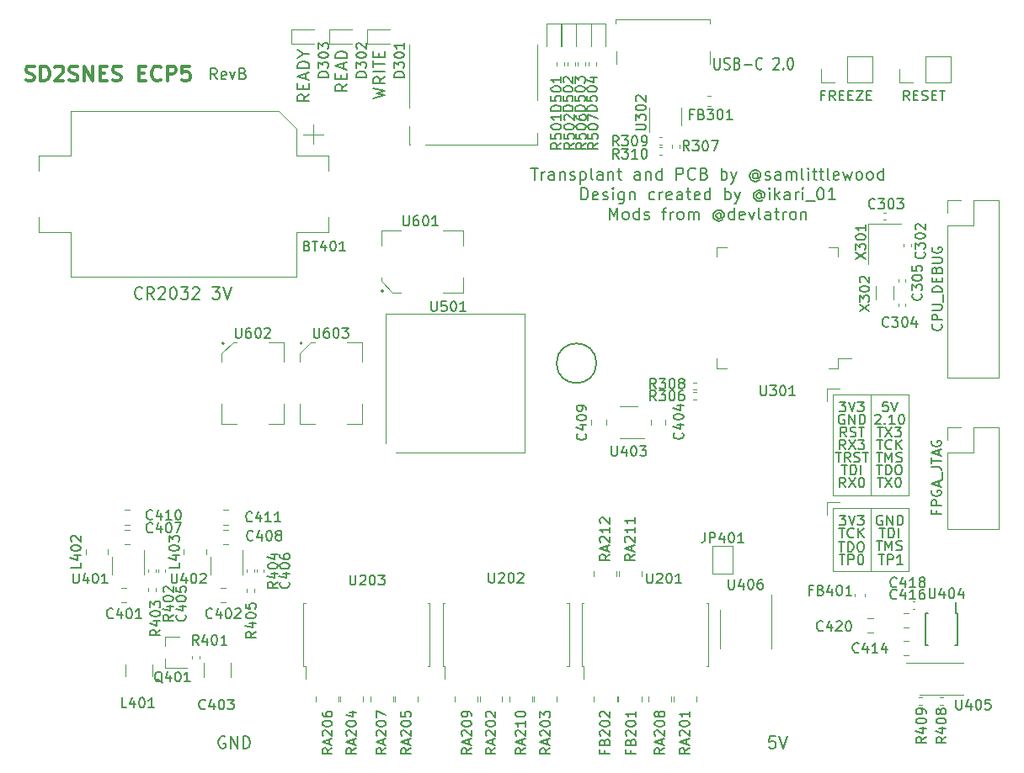
<source format=gbr>
%TF.GenerationSoftware,KiCad,Pcbnew,(5.1.8-0-10_14)*%
%TF.CreationDate,2021-02-17T10:46:27+00:00*%
%TF.ProjectId,sd2snes_ecp5,73643273-6e65-4735-9f65-6370352e6b69,B*%
%TF.SameCoordinates,Original*%
%TF.FileFunction,Legend,Top*%
%TF.FilePolarity,Positive*%
%FSLAX46Y46*%
G04 Gerber Fmt 4.6, Leading zero omitted, Abs format (unit mm)*
G04 Created by KiCad (PCBNEW (5.1.8-0-10_14)) date 2021-02-17 10:46:27*
%MOMM*%
%LPD*%
G01*
G04 APERTURE LIST*
%ADD10C,0.200000*%
%ADD11C,0.099060*%
%ADD12C,0.304800*%
%ADD13C,0.120000*%
%ADD14C,0.150000*%
%ADD15C,0.190500*%
%ADD16O,1.400000X2.400000*%
%ADD17O,1.400000X2.700000*%
%ADD18C,0.700000*%
%ADD19O,0.950000X0.700000*%
%ADD20O,1.800000X1.800000*%
%ADD21C,0.100000*%
%ADD22R,59.999880X8.001000*%
%ADD23R,12.499340X8.001000*%
%ADD24C,0.450000*%
%ADD25C,0.500000*%
G04 APERTURE END LIST*
D10*
X170947619Y-75942857D02*
X170947619Y-76914285D01*
X170995238Y-77028571D01*
X171042857Y-77085714D01*
X171138095Y-77142857D01*
X171328571Y-77142857D01*
X171423809Y-77085714D01*
X171471428Y-77028571D01*
X171519047Y-76914285D01*
X171519047Y-75942857D01*
X171947619Y-77085714D02*
X172090476Y-77142857D01*
X172328571Y-77142857D01*
X172423809Y-77085714D01*
X172471428Y-77028571D01*
X172519047Y-76914285D01*
X172519047Y-76800000D01*
X172471428Y-76685714D01*
X172423809Y-76628571D01*
X172328571Y-76571428D01*
X172138095Y-76514285D01*
X172042857Y-76457142D01*
X171995238Y-76400000D01*
X171947619Y-76285714D01*
X171947619Y-76171428D01*
X171995238Y-76057142D01*
X172042857Y-76000000D01*
X172138095Y-75942857D01*
X172376190Y-75942857D01*
X172519047Y-76000000D01*
X173280952Y-76514285D02*
X173423809Y-76571428D01*
X173471428Y-76628571D01*
X173519047Y-76742857D01*
X173519047Y-76914285D01*
X173471428Y-77028571D01*
X173423809Y-77085714D01*
X173328571Y-77142857D01*
X172947619Y-77142857D01*
X172947619Y-75942857D01*
X173280952Y-75942857D01*
X173376190Y-76000000D01*
X173423809Y-76057142D01*
X173471428Y-76171428D01*
X173471428Y-76285714D01*
X173423809Y-76400000D01*
X173376190Y-76457142D01*
X173280952Y-76514285D01*
X172947619Y-76514285D01*
X173947619Y-76685714D02*
X174709523Y-76685714D01*
X175757142Y-77028571D02*
X175709523Y-77085714D01*
X175566666Y-77142857D01*
X175471428Y-77142857D01*
X175328571Y-77085714D01*
X175233333Y-76971428D01*
X175185714Y-76857142D01*
X175138095Y-76628571D01*
X175138095Y-76457142D01*
X175185714Y-76228571D01*
X175233333Y-76114285D01*
X175328571Y-76000000D01*
X175471428Y-75942857D01*
X175566666Y-75942857D01*
X175709523Y-76000000D01*
X175757142Y-76057142D01*
X176900000Y-76057142D02*
X176947619Y-76000000D01*
X177042857Y-75942857D01*
X177280952Y-75942857D01*
X177376190Y-76000000D01*
X177423809Y-76057142D01*
X177471428Y-76171428D01*
X177471428Y-76285714D01*
X177423809Y-76457142D01*
X176852380Y-77142857D01*
X177471428Y-77142857D01*
X177900000Y-77028571D02*
X177947619Y-77085714D01*
X177900000Y-77142857D01*
X177852380Y-77085714D01*
X177900000Y-77028571D01*
X177900000Y-77142857D01*
X178566666Y-75942857D02*
X178661904Y-75942857D01*
X178757142Y-76000000D01*
X178804761Y-76057142D01*
X178852380Y-76171428D01*
X178900000Y-76400000D01*
X178900000Y-76685714D01*
X178852380Y-76914285D01*
X178804761Y-77028571D01*
X178757142Y-77085714D01*
X178661904Y-77142857D01*
X178566666Y-77142857D01*
X178471428Y-77085714D01*
X178423809Y-77028571D01*
X178376190Y-76914285D01*
X178328571Y-76685714D01*
X178328571Y-76400000D01*
X178376190Y-76171428D01*
X178423809Y-76057142D01*
X178471428Y-76000000D01*
X178566666Y-75942857D01*
X187473095Y-125957380D02*
X188044523Y-125957380D01*
X187758809Y-126957380D02*
X187758809Y-125957380D01*
X188377857Y-126957380D02*
X188377857Y-125957380D01*
X188758809Y-125957380D01*
X188854047Y-126005000D01*
X188901666Y-126052619D01*
X188949285Y-126147857D01*
X188949285Y-126290714D01*
X188901666Y-126385952D01*
X188854047Y-126433571D01*
X188758809Y-126481190D01*
X188377857Y-126481190D01*
X189901666Y-126957380D02*
X189330238Y-126957380D01*
X189615952Y-126957380D02*
X189615952Y-125957380D01*
X189520714Y-126100238D01*
X189425476Y-126195476D01*
X189330238Y-126243095D01*
X183523095Y-125957380D02*
X184094523Y-125957380D01*
X183808809Y-126957380D02*
X183808809Y-125957380D01*
X184427857Y-126957380D02*
X184427857Y-125957380D01*
X184808809Y-125957380D01*
X184904047Y-126005000D01*
X184951666Y-126052619D01*
X184999285Y-126147857D01*
X184999285Y-126290714D01*
X184951666Y-126385952D01*
X184904047Y-126433571D01*
X184808809Y-126481190D01*
X184427857Y-126481190D01*
X185618333Y-125957380D02*
X185713571Y-125957380D01*
X185808809Y-126005000D01*
X185856428Y-126052619D01*
X185904047Y-126147857D01*
X185951666Y-126338333D01*
X185951666Y-126576428D01*
X185904047Y-126766904D01*
X185856428Y-126862142D01*
X185808809Y-126909761D01*
X185713571Y-126957380D01*
X185618333Y-126957380D01*
X185523095Y-126909761D01*
X185475476Y-126862142D01*
X185427857Y-126766904D01*
X185380238Y-126576428D01*
X185380238Y-126338333D01*
X185427857Y-126147857D01*
X185475476Y-126052619D01*
X185523095Y-126005000D01*
X185618333Y-125957380D01*
D11*
X190520000Y-127600000D02*
X182900000Y-127600000D01*
D10*
X113417857Y-100123571D02*
X113360714Y-100180714D01*
X113189285Y-100237857D01*
X113075000Y-100237857D01*
X112903571Y-100180714D01*
X112789285Y-100066428D01*
X112732142Y-99952142D01*
X112675000Y-99723571D01*
X112675000Y-99552142D01*
X112732142Y-99323571D01*
X112789285Y-99209285D01*
X112903571Y-99095000D01*
X113075000Y-99037857D01*
X113189285Y-99037857D01*
X113360714Y-99095000D01*
X113417857Y-99152142D01*
X114617857Y-100237857D02*
X114217857Y-99666428D01*
X113932142Y-100237857D02*
X113932142Y-99037857D01*
X114389285Y-99037857D01*
X114503571Y-99095000D01*
X114560714Y-99152142D01*
X114617857Y-99266428D01*
X114617857Y-99437857D01*
X114560714Y-99552142D01*
X114503571Y-99609285D01*
X114389285Y-99666428D01*
X113932142Y-99666428D01*
X115075000Y-99152142D02*
X115132142Y-99095000D01*
X115246428Y-99037857D01*
X115532142Y-99037857D01*
X115646428Y-99095000D01*
X115703571Y-99152142D01*
X115760714Y-99266428D01*
X115760714Y-99380714D01*
X115703571Y-99552142D01*
X115017857Y-100237857D01*
X115760714Y-100237857D01*
X116503571Y-99037857D02*
X116617857Y-99037857D01*
X116732142Y-99095000D01*
X116789285Y-99152142D01*
X116846428Y-99266428D01*
X116903571Y-99495000D01*
X116903571Y-99780714D01*
X116846428Y-100009285D01*
X116789285Y-100123571D01*
X116732142Y-100180714D01*
X116617857Y-100237857D01*
X116503571Y-100237857D01*
X116389285Y-100180714D01*
X116332142Y-100123571D01*
X116275000Y-100009285D01*
X116217857Y-99780714D01*
X116217857Y-99495000D01*
X116275000Y-99266428D01*
X116332142Y-99152142D01*
X116389285Y-99095000D01*
X116503571Y-99037857D01*
X117303571Y-99037857D02*
X118046428Y-99037857D01*
X117646428Y-99495000D01*
X117817857Y-99495000D01*
X117932142Y-99552142D01*
X117989285Y-99609285D01*
X118046428Y-99723571D01*
X118046428Y-100009285D01*
X117989285Y-100123571D01*
X117932142Y-100180714D01*
X117817857Y-100237857D01*
X117475000Y-100237857D01*
X117360714Y-100180714D01*
X117303571Y-100123571D01*
X118503571Y-99152142D02*
X118560714Y-99095000D01*
X118675000Y-99037857D01*
X118960714Y-99037857D01*
X119075000Y-99095000D01*
X119132142Y-99152142D01*
X119189285Y-99266428D01*
X119189285Y-99380714D01*
X119132142Y-99552142D01*
X118446428Y-100237857D01*
X119189285Y-100237857D01*
X120503571Y-99037857D02*
X121246428Y-99037857D01*
X120846428Y-99495000D01*
X121017857Y-99495000D01*
X121132142Y-99552142D01*
X121189285Y-99609285D01*
X121246428Y-99723571D01*
X121246428Y-100009285D01*
X121189285Y-100123571D01*
X121132142Y-100180714D01*
X121017857Y-100237857D01*
X120675000Y-100237857D01*
X120560714Y-100180714D01*
X120503571Y-100123571D01*
X121589285Y-99037857D02*
X121989285Y-100237857D01*
X122389285Y-99037857D01*
D11*
X186690000Y-121285000D02*
X186700000Y-127600000D01*
D10*
X136672857Y-80031428D02*
X137872857Y-79745714D01*
X137015714Y-79517142D01*
X137872857Y-79288571D01*
X136672857Y-79002857D01*
X137872857Y-77860000D02*
X137301428Y-78260000D01*
X137872857Y-78545714D02*
X136672857Y-78545714D01*
X136672857Y-78088571D01*
X136730000Y-77974285D01*
X136787142Y-77917142D01*
X136901428Y-77860000D01*
X137072857Y-77860000D01*
X137187142Y-77917142D01*
X137244285Y-77974285D01*
X137301428Y-78088571D01*
X137301428Y-78545714D01*
X137872857Y-77345714D02*
X136672857Y-77345714D01*
X136672857Y-76945714D02*
X136672857Y-76260000D01*
X137872857Y-76602857D02*
X136672857Y-76602857D01*
X137244285Y-75860000D02*
X137244285Y-75460000D01*
X137872857Y-75288571D02*
X137872857Y-75860000D01*
X136672857Y-75860000D01*
X136672857Y-75288571D01*
X134062857Y-78602857D02*
X133491428Y-79002857D01*
X134062857Y-79288571D02*
X132862857Y-79288571D01*
X132862857Y-78831428D01*
X132920000Y-78717142D01*
X132977142Y-78660000D01*
X133091428Y-78602857D01*
X133262857Y-78602857D01*
X133377142Y-78660000D01*
X133434285Y-78717142D01*
X133491428Y-78831428D01*
X133491428Y-79288571D01*
X133434285Y-78088571D02*
X133434285Y-77688571D01*
X134062857Y-77517142D02*
X134062857Y-78088571D01*
X132862857Y-78088571D01*
X132862857Y-77517142D01*
X133720000Y-77060000D02*
X133720000Y-76488571D01*
X134062857Y-77174285D02*
X132862857Y-76774285D01*
X134062857Y-76374285D01*
X134062857Y-75974285D02*
X132862857Y-75974285D01*
X132862857Y-75688571D01*
X132920000Y-75517142D01*
X133034285Y-75402857D01*
X133148571Y-75345714D01*
X133377142Y-75288571D01*
X133548571Y-75288571D01*
X133777142Y-75345714D01*
X133891428Y-75402857D01*
X134005714Y-75517142D01*
X134062857Y-75688571D01*
X134062857Y-75974285D01*
X130252857Y-79631428D02*
X129681428Y-80031428D01*
X130252857Y-80317142D02*
X129052857Y-80317142D01*
X129052857Y-79860000D01*
X129110000Y-79745714D01*
X129167142Y-79688571D01*
X129281428Y-79631428D01*
X129452857Y-79631428D01*
X129567142Y-79688571D01*
X129624285Y-79745714D01*
X129681428Y-79860000D01*
X129681428Y-80317142D01*
X129624285Y-79117142D02*
X129624285Y-78717142D01*
X130252857Y-78545714D02*
X130252857Y-79117142D01*
X129052857Y-79117142D01*
X129052857Y-78545714D01*
X129910000Y-78088571D02*
X129910000Y-77517142D01*
X130252857Y-78202857D02*
X129052857Y-77802857D01*
X130252857Y-77402857D01*
X130252857Y-77002857D02*
X129052857Y-77002857D01*
X129052857Y-76717142D01*
X129110000Y-76545714D01*
X129224285Y-76431428D01*
X129338571Y-76374285D01*
X129567142Y-76317142D01*
X129738571Y-76317142D01*
X129967142Y-76374285D01*
X130081428Y-76431428D01*
X130195714Y-76545714D01*
X130252857Y-76717142D01*
X130252857Y-77002857D01*
X129681428Y-75574285D02*
X130252857Y-75574285D01*
X129052857Y-75974285D02*
X129681428Y-75574285D01*
X129052857Y-75174285D01*
D11*
X182245000Y-120650000D02*
X182245000Y-121920000D01*
X183515000Y-120650000D02*
X182245000Y-120650000D01*
X182900000Y-127600000D02*
X182880000Y-121285000D01*
X190500000Y-121285000D02*
X190500000Y-127600000D01*
X182880000Y-121285000D02*
X190500000Y-121285000D01*
D10*
X187261666Y-124547380D02*
X187833095Y-124547380D01*
X187547380Y-125547380D02*
X187547380Y-124547380D01*
X188166428Y-125547380D02*
X188166428Y-124547380D01*
X188499761Y-125261666D01*
X188833095Y-124547380D01*
X188833095Y-125547380D01*
X189261666Y-125499761D02*
X189404523Y-125547380D01*
X189642619Y-125547380D01*
X189737857Y-125499761D01*
X189785476Y-125452142D01*
X189833095Y-125356904D01*
X189833095Y-125261666D01*
X189785476Y-125166428D01*
X189737857Y-125118809D01*
X189642619Y-125071190D01*
X189452142Y-125023571D01*
X189356904Y-124975952D01*
X189309285Y-124928333D01*
X189261666Y-124833095D01*
X189261666Y-124737857D01*
X189309285Y-124642619D01*
X189356904Y-124595000D01*
X189452142Y-124547380D01*
X189690238Y-124547380D01*
X189833095Y-124595000D01*
X183475476Y-124687380D02*
X184046904Y-124687380D01*
X183761190Y-125687380D02*
X183761190Y-124687380D01*
X184380238Y-125687380D02*
X184380238Y-124687380D01*
X184618333Y-124687380D01*
X184761190Y-124735000D01*
X184856428Y-124830238D01*
X184904047Y-124925476D01*
X184951666Y-125115952D01*
X184951666Y-125258809D01*
X184904047Y-125449285D01*
X184856428Y-125544523D01*
X184761190Y-125639761D01*
X184618333Y-125687380D01*
X184380238Y-125687380D01*
X185570714Y-124687380D02*
X185761190Y-124687380D01*
X185856428Y-124735000D01*
X185951666Y-124830238D01*
X185999285Y-125020714D01*
X185999285Y-125354047D01*
X185951666Y-125544523D01*
X185856428Y-125639761D01*
X185761190Y-125687380D01*
X185570714Y-125687380D01*
X185475476Y-125639761D01*
X185380238Y-125544523D01*
X185332619Y-125354047D01*
X185332619Y-125020714D01*
X185380238Y-124830238D01*
X185475476Y-124735000D01*
X185570714Y-124687380D01*
X187571190Y-123277380D02*
X188142619Y-123277380D01*
X187856904Y-124277380D02*
X187856904Y-123277380D01*
X188475952Y-124277380D02*
X188475952Y-123277380D01*
X188714047Y-123277380D01*
X188856904Y-123325000D01*
X188952142Y-123420238D01*
X188999761Y-123515476D01*
X189047380Y-123705952D01*
X189047380Y-123848809D01*
X188999761Y-124039285D01*
X188952142Y-124134523D01*
X188856904Y-124229761D01*
X188714047Y-124277380D01*
X188475952Y-124277380D01*
X189475952Y-124277380D02*
X189475952Y-123277380D01*
X183499285Y-123277380D02*
X184070714Y-123277380D01*
X183785000Y-124277380D02*
X183785000Y-123277380D01*
X184975476Y-124182142D02*
X184927857Y-124229761D01*
X184785000Y-124277380D01*
X184689761Y-124277380D01*
X184546904Y-124229761D01*
X184451666Y-124134523D01*
X184404047Y-124039285D01*
X184356428Y-123848809D01*
X184356428Y-123705952D01*
X184404047Y-123515476D01*
X184451666Y-123420238D01*
X184546904Y-123325000D01*
X184689761Y-123277380D01*
X184785000Y-123277380D01*
X184927857Y-123325000D01*
X184975476Y-123372619D01*
X185404047Y-124277380D02*
X185404047Y-123277380D01*
X185975476Y-124277380D02*
X185546904Y-123705952D01*
X185975476Y-123277380D02*
X185404047Y-123848809D01*
X187833095Y-122055000D02*
X187737857Y-122007380D01*
X187595000Y-122007380D01*
X187452142Y-122055000D01*
X187356904Y-122150238D01*
X187309285Y-122245476D01*
X187261666Y-122435952D01*
X187261666Y-122578809D01*
X187309285Y-122769285D01*
X187356904Y-122864523D01*
X187452142Y-122959761D01*
X187595000Y-123007380D01*
X187690238Y-123007380D01*
X187833095Y-122959761D01*
X187880714Y-122912142D01*
X187880714Y-122578809D01*
X187690238Y-122578809D01*
X188309285Y-123007380D02*
X188309285Y-122007380D01*
X188880714Y-123007380D01*
X188880714Y-122007380D01*
X189356904Y-123007380D02*
X189356904Y-122007380D01*
X189595000Y-122007380D01*
X189737857Y-122055000D01*
X189833095Y-122150238D01*
X189880714Y-122245476D01*
X189928333Y-122435952D01*
X189928333Y-122578809D01*
X189880714Y-122769285D01*
X189833095Y-122864523D01*
X189737857Y-122959761D01*
X189595000Y-123007380D01*
X189356904Y-123007380D01*
X183546904Y-122007380D02*
X184165952Y-122007380D01*
X183832619Y-122388333D01*
X183975476Y-122388333D01*
X184070714Y-122435952D01*
X184118333Y-122483571D01*
X184165952Y-122578809D01*
X184165952Y-122816904D01*
X184118333Y-122912142D01*
X184070714Y-122959761D01*
X183975476Y-123007380D01*
X183689761Y-123007380D01*
X183594523Y-122959761D01*
X183546904Y-122912142D01*
X184451666Y-122007380D02*
X184785000Y-123007380D01*
X185118333Y-122007380D01*
X185356428Y-122007380D02*
X185975476Y-122007380D01*
X185642142Y-122388333D01*
X185785000Y-122388333D01*
X185880238Y-122435952D01*
X185927857Y-122483571D01*
X185975476Y-122578809D01*
X185975476Y-122816904D01*
X185927857Y-122912142D01*
X185880238Y-122959761D01*
X185785000Y-123007380D01*
X185499285Y-123007380D01*
X185404047Y-122959761D01*
X185356428Y-122912142D01*
D11*
X182245000Y-109220000D02*
X182245000Y-110490000D01*
X183515000Y-109220000D02*
X182245000Y-109220000D01*
X186690000Y-109855000D02*
X186690000Y-120015000D01*
X190500000Y-109855000D02*
X182880000Y-109855000D01*
X190500000Y-120015000D02*
X190500000Y-109855000D01*
X182880000Y-120015000D02*
X190500000Y-120015000D01*
X182880000Y-109855000D02*
X182880000Y-120015000D01*
D10*
X187285476Y-116927380D02*
X187856904Y-116927380D01*
X187571190Y-117927380D02*
X187571190Y-116927380D01*
X188190238Y-117927380D02*
X188190238Y-116927380D01*
X188428333Y-116927380D01*
X188571190Y-116975000D01*
X188666428Y-117070238D01*
X188714047Y-117165476D01*
X188761666Y-117355952D01*
X188761666Y-117498809D01*
X188714047Y-117689285D01*
X188666428Y-117784523D01*
X188571190Y-117879761D01*
X188428333Y-117927380D01*
X188190238Y-117927380D01*
X189380714Y-116927380D02*
X189571190Y-116927380D01*
X189666428Y-116975000D01*
X189761666Y-117070238D01*
X189809285Y-117260714D01*
X189809285Y-117594047D01*
X189761666Y-117784523D01*
X189666428Y-117879761D01*
X189571190Y-117927380D01*
X189380714Y-117927380D01*
X189285476Y-117879761D01*
X189190238Y-117784523D01*
X189142619Y-117594047D01*
X189142619Y-117260714D01*
X189190238Y-117070238D01*
X189285476Y-116975000D01*
X189380714Y-116927380D01*
X188404523Y-110577380D02*
X187928333Y-110577380D01*
X187880714Y-111053571D01*
X187928333Y-111005952D01*
X188023571Y-110958333D01*
X188261666Y-110958333D01*
X188356904Y-111005952D01*
X188404523Y-111053571D01*
X188452142Y-111148809D01*
X188452142Y-111386904D01*
X188404523Y-111482142D01*
X188356904Y-111529761D01*
X188261666Y-111577380D01*
X188023571Y-111577380D01*
X187928333Y-111529761D01*
X187880714Y-111482142D01*
X188737857Y-110577380D02*
X189071190Y-111577380D01*
X189404523Y-110577380D01*
X187356904Y-118197380D02*
X187928333Y-118197380D01*
X187642619Y-119197380D02*
X187642619Y-118197380D01*
X188166428Y-118197380D02*
X188833095Y-119197380D01*
X188833095Y-118197380D02*
X188166428Y-119197380D01*
X189404523Y-118197380D02*
X189499761Y-118197380D01*
X189595000Y-118245000D01*
X189642619Y-118292619D01*
X189690238Y-118387857D01*
X189737857Y-118578333D01*
X189737857Y-118816428D01*
X189690238Y-119006904D01*
X189642619Y-119102142D01*
X189595000Y-119149761D01*
X189499761Y-119197380D01*
X189404523Y-119197380D01*
X189309285Y-119149761D01*
X189261666Y-119102142D01*
X189214047Y-119006904D01*
X189166428Y-118816428D01*
X189166428Y-118578333D01*
X189214047Y-118387857D01*
X189261666Y-118292619D01*
X189309285Y-118245000D01*
X189404523Y-118197380D01*
X187356904Y-113117380D02*
X187928333Y-113117380D01*
X187642619Y-114117380D02*
X187642619Y-113117380D01*
X188166428Y-113117380D02*
X188833095Y-114117380D01*
X188833095Y-113117380D02*
X188166428Y-114117380D01*
X189118809Y-113117380D02*
X189737857Y-113117380D01*
X189404523Y-113498333D01*
X189547380Y-113498333D01*
X189642619Y-113545952D01*
X189690238Y-113593571D01*
X189737857Y-113688809D01*
X189737857Y-113926904D01*
X189690238Y-114022142D01*
X189642619Y-114069761D01*
X189547380Y-114117380D01*
X189261666Y-114117380D01*
X189166428Y-114069761D01*
X189118809Y-114022142D01*
X187261666Y-115657380D02*
X187833095Y-115657380D01*
X187547380Y-116657380D02*
X187547380Y-115657380D01*
X188166428Y-116657380D02*
X188166428Y-115657380D01*
X188499761Y-116371666D01*
X188833095Y-115657380D01*
X188833095Y-116657380D01*
X189261666Y-116609761D02*
X189404523Y-116657380D01*
X189642619Y-116657380D01*
X189737857Y-116609761D01*
X189785476Y-116562142D01*
X189833095Y-116466904D01*
X189833095Y-116371666D01*
X189785476Y-116276428D01*
X189737857Y-116228809D01*
X189642619Y-116181190D01*
X189452142Y-116133571D01*
X189356904Y-116085952D01*
X189309285Y-116038333D01*
X189261666Y-115943095D01*
X189261666Y-115847857D01*
X189309285Y-115752619D01*
X189356904Y-115705000D01*
X189452142Y-115657380D01*
X189690238Y-115657380D01*
X189833095Y-115705000D01*
X187118809Y-111942619D02*
X187166428Y-111895000D01*
X187261666Y-111847380D01*
X187499761Y-111847380D01*
X187595000Y-111895000D01*
X187642619Y-111942619D01*
X187690238Y-112037857D01*
X187690238Y-112133095D01*
X187642619Y-112275952D01*
X187071190Y-112847380D01*
X187690238Y-112847380D01*
X188118809Y-112752142D02*
X188166428Y-112799761D01*
X188118809Y-112847380D01*
X188071190Y-112799761D01*
X188118809Y-112752142D01*
X188118809Y-112847380D01*
X189118809Y-112847380D02*
X188547380Y-112847380D01*
X188833095Y-112847380D02*
X188833095Y-111847380D01*
X188737857Y-111990238D01*
X188642619Y-112085476D01*
X188547380Y-112133095D01*
X189737857Y-111847380D02*
X189833095Y-111847380D01*
X189928333Y-111895000D01*
X189975952Y-111942619D01*
X190023571Y-112037857D01*
X190071190Y-112228333D01*
X190071190Y-112466428D01*
X190023571Y-112656904D01*
X189975952Y-112752142D01*
X189928333Y-112799761D01*
X189833095Y-112847380D01*
X189737857Y-112847380D01*
X189642619Y-112799761D01*
X189595000Y-112752142D01*
X189547380Y-112656904D01*
X189499761Y-112466428D01*
X189499761Y-112228333D01*
X189547380Y-112037857D01*
X189595000Y-111942619D01*
X189642619Y-111895000D01*
X189737857Y-111847380D01*
X187309285Y-114387380D02*
X187880714Y-114387380D01*
X187595000Y-115387380D02*
X187595000Y-114387380D01*
X188785476Y-115292142D02*
X188737857Y-115339761D01*
X188595000Y-115387380D01*
X188499761Y-115387380D01*
X188356904Y-115339761D01*
X188261666Y-115244523D01*
X188214047Y-115149285D01*
X188166428Y-114958809D01*
X188166428Y-114815952D01*
X188214047Y-114625476D01*
X188261666Y-114530238D01*
X188356904Y-114435000D01*
X188499761Y-114387380D01*
X188595000Y-114387380D01*
X188737857Y-114435000D01*
X188785476Y-114482619D01*
X189214047Y-115387380D02*
X189214047Y-114387380D01*
X189785476Y-115387380D02*
X189356904Y-114815952D01*
X189785476Y-114387380D02*
X189214047Y-114958809D01*
X184142142Y-119197380D02*
X183808809Y-118721190D01*
X183570714Y-119197380D02*
X183570714Y-118197380D01*
X183951666Y-118197380D01*
X184046904Y-118245000D01*
X184094523Y-118292619D01*
X184142142Y-118387857D01*
X184142142Y-118530714D01*
X184094523Y-118625952D01*
X184046904Y-118673571D01*
X183951666Y-118721190D01*
X183570714Y-118721190D01*
X184475476Y-118197380D02*
X185142142Y-119197380D01*
X185142142Y-118197380D02*
X184475476Y-119197380D01*
X185713571Y-118197380D02*
X185808809Y-118197380D01*
X185904047Y-118245000D01*
X185951666Y-118292619D01*
X185999285Y-118387857D01*
X186046904Y-118578333D01*
X186046904Y-118816428D01*
X185999285Y-119006904D01*
X185951666Y-119102142D01*
X185904047Y-119149761D01*
X185808809Y-119197380D01*
X185713571Y-119197380D01*
X185618333Y-119149761D01*
X185570714Y-119102142D01*
X185523095Y-119006904D01*
X185475476Y-118816428D01*
X185475476Y-118578333D01*
X185523095Y-118387857D01*
X185570714Y-118292619D01*
X185618333Y-118245000D01*
X185713571Y-118197380D01*
X183761190Y-116927380D02*
X184332619Y-116927380D01*
X184046904Y-117927380D02*
X184046904Y-116927380D01*
X184665952Y-117927380D02*
X184665952Y-116927380D01*
X184904047Y-116927380D01*
X185046904Y-116975000D01*
X185142142Y-117070238D01*
X185189761Y-117165476D01*
X185237380Y-117355952D01*
X185237380Y-117498809D01*
X185189761Y-117689285D01*
X185142142Y-117784523D01*
X185046904Y-117879761D01*
X184904047Y-117927380D01*
X184665952Y-117927380D01*
X185665952Y-117927380D02*
X185665952Y-116927380D01*
X183142142Y-115657380D02*
X183713571Y-115657380D01*
X183427857Y-116657380D02*
X183427857Y-115657380D01*
X184618333Y-116657380D02*
X184285000Y-116181190D01*
X184046904Y-116657380D02*
X184046904Y-115657380D01*
X184427857Y-115657380D01*
X184523095Y-115705000D01*
X184570714Y-115752619D01*
X184618333Y-115847857D01*
X184618333Y-115990714D01*
X184570714Y-116085952D01*
X184523095Y-116133571D01*
X184427857Y-116181190D01*
X184046904Y-116181190D01*
X184999285Y-116609761D02*
X185142142Y-116657380D01*
X185380238Y-116657380D01*
X185475476Y-116609761D01*
X185523095Y-116562142D01*
X185570714Y-116466904D01*
X185570714Y-116371666D01*
X185523095Y-116276428D01*
X185475476Y-116228809D01*
X185380238Y-116181190D01*
X185189761Y-116133571D01*
X185094523Y-116085952D01*
X185046904Y-116038333D01*
X184999285Y-115943095D01*
X184999285Y-115847857D01*
X185046904Y-115752619D01*
X185094523Y-115705000D01*
X185189761Y-115657380D01*
X185427857Y-115657380D01*
X185570714Y-115705000D01*
X185856428Y-115657380D02*
X186427857Y-115657380D01*
X186142142Y-116657380D02*
X186142142Y-115657380D01*
X184142142Y-115387380D02*
X183808809Y-114911190D01*
X183570714Y-115387380D02*
X183570714Y-114387380D01*
X183951666Y-114387380D01*
X184046904Y-114435000D01*
X184094523Y-114482619D01*
X184142142Y-114577857D01*
X184142142Y-114720714D01*
X184094523Y-114815952D01*
X184046904Y-114863571D01*
X183951666Y-114911190D01*
X183570714Y-114911190D01*
X184475476Y-114387380D02*
X185142142Y-115387380D01*
X185142142Y-114387380D02*
X184475476Y-115387380D01*
X185427857Y-114387380D02*
X186046904Y-114387380D01*
X185713571Y-114768333D01*
X185856428Y-114768333D01*
X185951666Y-114815952D01*
X185999285Y-114863571D01*
X186046904Y-114958809D01*
X186046904Y-115196904D01*
X185999285Y-115292142D01*
X185951666Y-115339761D01*
X185856428Y-115387380D01*
X185570714Y-115387380D01*
X185475476Y-115339761D01*
X185427857Y-115292142D01*
X184237380Y-114117380D02*
X183904047Y-113641190D01*
X183665952Y-114117380D02*
X183665952Y-113117380D01*
X184046904Y-113117380D01*
X184142142Y-113165000D01*
X184189761Y-113212619D01*
X184237380Y-113307857D01*
X184237380Y-113450714D01*
X184189761Y-113545952D01*
X184142142Y-113593571D01*
X184046904Y-113641190D01*
X183665952Y-113641190D01*
X184618333Y-114069761D02*
X184761190Y-114117380D01*
X184999285Y-114117380D01*
X185094523Y-114069761D01*
X185142142Y-114022142D01*
X185189761Y-113926904D01*
X185189761Y-113831666D01*
X185142142Y-113736428D01*
X185094523Y-113688809D01*
X184999285Y-113641190D01*
X184808809Y-113593571D01*
X184713571Y-113545952D01*
X184665952Y-113498333D01*
X184618333Y-113403095D01*
X184618333Y-113307857D01*
X184665952Y-113212619D01*
X184713571Y-113165000D01*
X184808809Y-113117380D01*
X185046904Y-113117380D01*
X185189761Y-113165000D01*
X185475476Y-113117380D02*
X186046904Y-113117380D01*
X185761190Y-114117380D02*
X185761190Y-113117380D01*
X184023095Y-111895000D02*
X183927857Y-111847380D01*
X183785000Y-111847380D01*
X183642142Y-111895000D01*
X183546904Y-111990238D01*
X183499285Y-112085476D01*
X183451666Y-112275952D01*
X183451666Y-112418809D01*
X183499285Y-112609285D01*
X183546904Y-112704523D01*
X183642142Y-112799761D01*
X183785000Y-112847380D01*
X183880238Y-112847380D01*
X184023095Y-112799761D01*
X184070714Y-112752142D01*
X184070714Y-112418809D01*
X183880238Y-112418809D01*
X184499285Y-112847380D02*
X184499285Y-111847380D01*
X185070714Y-112847380D01*
X185070714Y-111847380D01*
X185546904Y-112847380D02*
X185546904Y-111847380D01*
X185785000Y-111847380D01*
X185927857Y-111895000D01*
X186023095Y-111990238D01*
X186070714Y-112085476D01*
X186118333Y-112275952D01*
X186118333Y-112418809D01*
X186070714Y-112609285D01*
X186023095Y-112704523D01*
X185927857Y-112799761D01*
X185785000Y-112847380D01*
X185546904Y-112847380D01*
X183546904Y-110577380D02*
X184165952Y-110577380D01*
X183832619Y-110958333D01*
X183975476Y-110958333D01*
X184070714Y-111005952D01*
X184118333Y-111053571D01*
X184165952Y-111148809D01*
X184165952Y-111386904D01*
X184118333Y-111482142D01*
X184070714Y-111529761D01*
X183975476Y-111577380D01*
X183689761Y-111577380D01*
X183594523Y-111529761D01*
X183546904Y-111482142D01*
X184451666Y-110577380D02*
X184785000Y-111577380D01*
X185118333Y-110577380D01*
X185356428Y-110577380D02*
X185975476Y-110577380D01*
X185642142Y-110958333D01*
X185785000Y-110958333D01*
X185880238Y-111005952D01*
X185927857Y-111053571D01*
X185975476Y-111148809D01*
X185975476Y-111386904D01*
X185927857Y-111482142D01*
X185880238Y-111529761D01*
X185785000Y-111577380D01*
X185499285Y-111577380D01*
X185404047Y-111529761D01*
X185356428Y-111482142D01*
X120960000Y-78107619D02*
X120593333Y-77583809D01*
X120331428Y-78107619D02*
X120331428Y-77007619D01*
X120750476Y-77007619D01*
X120855238Y-77060000D01*
X120907619Y-77112380D01*
X120960000Y-77217142D01*
X120960000Y-77374285D01*
X120907619Y-77479047D01*
X120855238Y-77531428D01*
X120750476Y-77583809D01*
X120331428Y-77583809D01*
X121850476Y-78055238D02*
X121745714Y-78107619D01*
X121536190Y-78107619D01*
X121431428Y-78055238D01*
X121379047Y-77950476D01*
X121379047Y-77531428D01*
X121431428Y-77426666D01*
X121536190Y-77374285D01*
X121745714Y-77374285D01*
X121850476Y-77426666D01*
X121902857Y-77531428D01*
X121902857Y-77636190D01*
X121379047Y-77740952D01*
X122269523Y-77374285D02*
X122531428Y-78107619D01*
X122793333Y-77374285D01*
X123579047Y-77531428D02*
X123736190Y-77583809D01*
X123788571Y-77636190D01*
X123840952Y-77740952D01*
X123840952Y-77898095D01*
X123788571Y-78002857D01*
X123736190Y-78055238D01*
X123631428Y-78107619D01*
X123212380Y-78107619D01*
X123212380Y-77007619D01*
X123579047Y-77007619D01*
X123683809Y-77060000D01*
X123736190Y-77112380D01*
X123788571Y-77217142D01*
X123788571Y-77321904D01*
X123736190Y-77426666D01*
X123683809Y-77479047D01*
X123579047Y-77531428D01*
X123212380Y-77531428D01*
X121780714Y-144320000D02*
X121666428Y-144262857D01*
X121495000Y-144262857D01*
X121323571Y-144320000D01*
X121209285Y-144434285D01*
X121152142Y-144548571D01*
X121095000Y-144777142D01*
X121095000Y-144948571D01*
X121152142Y-145177142D01*
X121209285Y-145291428D01*
X121323571Y-145405714D01*
X121495000Y-145462857D01*
X121609285Y-145462857D01*
X121780714Y-145405714D01*
X121837857Y-145348571D01*
X121837857Y-144948571D01*
X121609285Y-144948571D01*
X122352142Y-145462857D02*
X122352142Y-144262857D01*
X123037857Y-145462857D01*
X123037857Y-144262857D01*
X123609285Y-145462857D02*
X123609285Y-144262857D01*
X123895000Y-144262857D01*
X124066428Y-144320000D01*
X124180714Y-144434285D01*
X124237857Y-144548571D01*
X124295000Y-144777142D01*
X124295000Y-144948571D01*
X124237857Y-145177142D01*
X124180714Y-145291428D01*
X124066428Y-145405714D01*
X123895000Y-145462857D01*
X123609285Y-145462857D01*
X177076428Y-144262857D02*
X176505000Y-144262857D01*
X176447857Y-144834285D01*
X176505000Y-144777142D01*
X176619285Y-144720000D01*
X176905000Y-144720000D01*
X177019285Y-144777142D01*
X177076428Y-144834285D01*
X177133571Y-144948571D01*
X177133571Y-145234285D01*
X177076428Y-145348571D01*
X177019285Y-145405714D01*
X176905000Y-145462857D01*
X176619285Y-145462857D01*
X176505000Y-145405714D01*
X176447857Y-145348571D01*
X177476428Y-144262857D02*
X177876428Y-145462857D01*
X178276428Y-144262857D01*
D12*
X101745000Y-78217142D02*
X101959285Y-78288571D01*
X102316428Y-78288571D01*
X102459285Y-78217142D01*
X102530714Y-78145714D01*
X102602142Y-78002857D01*
X102602142Y-77860000D01*
X102530714Y-77717142D01*
X102459285Y-77645714D01*
X102316428Y-77574285D01*
X102030714Y-77502857D01*
X101887857Y-77431428D01*
X101816428Y-77360000D01*
X101745000Y-77217142D01*
X101745000Y-77074285D01*
X101816428Y-76931428D01*
X101887857Y-76860000D01*
X102030714Y-76788571D01*
X102387857Y-76788571D01*
X102602142Y-76860000D01*
X103245000Y-78288571D02*
X103245000Y-76788571D01*
X103602142Y-76788571D01*
X103816428Y-76860000D01*
X103959285Y-77002857D01*
X104030714Y-77145714D01*
X104102142Y-77431428D01*
X104102142Y-77645714D01*
X104030714Y-77931428D01*
X103959285Y-78074285D01*
X103816428Y-78217142D01*
X103602142Y-78288571D01*
X103245000Y-78288571D01*
X104673571Y-76931428D02*
X104745000Y-76860000D01*
X104887857Y-76788571D01*
X105245000Y-76788571D01*
X105387857Y-76860000D01*
X105459285Y-76931428D01*
X105530714Y-77074285D01*
X105530714Y-77217142D01*
X105459285Y-77431428D01*
X104602142Y-78288571D01*
X105530714Y-78288571D01*
X106102142Y-78217142D02*
X106316428Y-78288571D01*
X106673571Y-78288571D01*
X106816428Y-78217142D01*
X106887857Y-78145714D01*
X106959285Y-78002857D01*
X106959285Y-77860000D01*
X106887857Y-77717142D01*
X106816428Y-77645714D01*
X106673571Y-77574285D01*
X106387857Y-77502857D01*
X106245000Y-77431428D01*
X106173571Y-77360000D01*
X106102142Y-77217142D01*
X106102142Y-77074285D01*
X106173571Y-76931428D01*
X106245000Y-76860000D01*
X106387857Y-76788571D01*
X106745000Y-76788571D01*
X106959285Y-76860000D01*
X107602142Y-78288571D02*
X107602142Y-76788571D01*
X108459285Y-78288571D01*
X108459285Y-76788571D01*
X109173571Y-77502857D02*
X109673571Y-77502857D01*
X109887857Y-78288571D02*
X109173571Y-78288571D01*
X109173571Y-76788571D01*
X109887857Y-76788571D01*
X110459285Y-78217142D02*
X110673571Y-78288571D01*
X111030714Y-78288571D01*
X111173571Y-78217142D01*
X111245000Y-78145714D01*
X111316428Y-78002857D01*
X111316428Y-77860000D01*
X111245000Y-77717142D01*
X111173571Y-77645714D01*
X111030714Y-77574285D01*
X110745000Y-77502857D01*
X110602142Y-77431428D01*
X110530714Y-77360000D01*
X110459285Y-77217142D01*
X110459285Y-77074285D01*
X110530714Y-76931428D01*
X110602142Y-76860000D01*
X110745000Y-76788571D01*
X111102142Y-76788571D01*
X111316428Y-76860000D01*
X113102142Y-77502857D02*
X113602142Y-77502857D01*
X113816428Y-78288571D02*
X113102142Y-78288571D01*
X113102142Y-76788571D01*
X113816428Y-76788571D01*
X115316428Y-78145714D02*
X115245000Y-78217142D01*
X115030714Y-78288571D01*
X114887857Y-78288571D01*
X114673571Y-78217142D01*
X114530714Y-78074285D01*
X114459285Y-77931428D01*
X114387857Y-77645714D01*
X114387857Y-77431428D01*
X114459285Y-77145714D01*
X114530714Y-77002857D01*
X114673571Y-76860000D01*
X114887857Y-76788571D01*
X115030714Y-76788571D01*
X115245000Y-76860000D01*
X115316428Y-76931428D01*
X115959285Y-78288571D02*
X115959285Y-76788571D01*
X116530714Y-76788571D01*
X116673571Y-76860000D01*
X116745000Y-76931428D01*
X116816428Y-77074285D01*
X116816428Y-77288571D01*
X116745000Y-77431428D01*
X116673571Y-77502857D01*
X116530714Y-77574285D01*
X115959285Y-77574285D01*
X118173571Y-76788571D02*
X117459285Y-76788571D01*
X117387857Y-77502857D01*
X117459285Y-77431428D01*
X117602142Y-77360000D01*
X117959285Y-77360000D01*
X118102142Y-77431428D01*
X118173571Y-77502857D01*
X118245000Y-77645714D01*
X118245000Y-78002857D01*
X118173571Y-78145714D01*
X118102142Y-78217142D01*
X117959285Y-78288571D01*
X117602142Y-78288571D01*
X117459285Y-78217142D01*
X117387857Y-78145714D01*
D10*
X152519999Y-87042857D02*
X153205714Y-87042857D01*
X152862857Y-88242857D02*
X152862857Y-87042857D01*
X153605714Y-88242857D02*
X153605714Y-87442857D01*
X153605714Y-87671428D02*
X153662857Y-87557142D01*
X153719999Y-87500000D01*
X153834285Y-87442857D01*
X153948571Y-87442857D01*
X154862857Y-88242857D02*
X154862857Y-87614285D01*
X154805714Y-87500000D01*
X154691428Y-87442857D01*
X154462857Y-87442857D01*
X154348571Y-87500000D01*
X154862857Y-88185714D02*
X154748571Y-88242857D01*
X154462857Y-88242857D01*
X154348571Y-88185714D01*
X154291428Y-88071428D01*
X154291428Y-87957142D01*
X154348571Y-87842857D01*
X154462857Y-87785714D01*
X154748571Y-87785714D01*
X154862857Y-87728571D01*
X155434285Y-87442857D02*
X155434285Y-88242857D01*
X155434285Y-87557142D02*
X155491428Y-87500000D01*
X155605714Y-87442857D01*
X155777142Y-87442857D01*
X155891428Y-87500000D01*
X155948571Y-87614285D01*
X155948571Y-88242857D01*
X156462857Y-88185714D02*
X156577142Y-88242857D01*
X156805714Y-88242857D01*
X156919999Y-88185714D01*
X156977142Y-88071428D01*
X156977142Y-88014285D01*
X156919999Y-87900000D01*
X156805714Y-87842857D01*
X156634285Y-87842857D01*
X156519999Y-87785714D01*
X156462857Y-87671428D01*
X156462857Y-87614285D01*
X156519999Y-87500000D01*
X156634285Y-87442857D01*
X156805714Y-87442857D01*
X156919999Y-87500000D01*
X157491428Y-87442857D02*
X157491428Y-88642857D01*
X157491428Y-87500000D02*
X157605714Y-87442857D01*
X157834285Y-87442857D01*
X157948571Y-87500000D01*
X158005714Y-87557142D01*
X158062857Y-87671428D01*
X158062857Y-88014285D01*
X158005714Y-88128571D01*
X157948571Y-88185714D01*
X157834285Y-88242857D01*
X157605714Y-88242857D01*
X157491428Y-88185714D01*
X158748571Y-88242857D02*
X158634285Y-88185714D01*
X158577142Y-88071428D01*
X158577142Y-87042857D01*
X159719999Y-88242857D02*
X159719999Y-87614285D01*
X159662857Y-87500000D01*
X159548571Y-87442857D01*
X159319999Y-87442857D01*
X159205714Y-87500000D01*
X159719999Y-88185714D02*
X159605714Y-88242857D01*
X159319999Y-88242857D01*
X159205714Y-88185714D01*
X159148571Y-88071428D01*
X159148571Y-87957142D01*
X159205714Y-87842857D01*
X159319999Y-87785714D01*
X159605714Y-87785714D01*
X159719999Y-87728571D01*
X160291428Y-87442857D02*
X160291428Y-88242857D01*
X160291428Y-87557142D02*
X160348571Y-87500000D01*
X160462857Y-87442857D01*
X160634285Y-87442857D01*
X160748571Y-87500000D01*
X160805714Y-87614285D01*
X160805714Y-88242857D01*
X161205714Y-87442857D02*
X161662857Y-87442857D01*
X161377142Y-87042857D02*
X161377142Y-88071428D01*
X161434285Y-88185714D01*
X161548571Y-88242857D01*
X161662857Y-88242857D01*
X163491428Y-88242857D02*
X163491428Y-87614285D01*
X163434285Y-87500000D01*
X163319999Y-87442857D01*
X163091428Y-87442857D01*
X162977142Y-87500000D01*
X163491428Y-88185714D02*
X163377142Y-88242857D01*
X163091428Y-88242857D01*
X162977142Y-88185714D01*
X162919999Y-88071428D01*
X162919999Y-87957142D01*
X162977142Y-87842857D01*
X163091428Y-87785714D01*
X163377142Y-87785714D01*
X163491428Y-87728571D01*
X164062857Y-87442857D02*
X164062857Y-88242857D01*
X164062857Y-87557142D02*
X164119999Y-87500000D01*
X164234285Y-87442857D01*
X164405714Y-87442857D01*
X164519999Y-87500000D01*
X164577142Y-87614285D01*
X164577142Y-88242857D01*
X165662857Y-88242857D02*
X165662857Y-87042857D01*
X165662857Y-88185714D02*
X165548571Y-88242857D01*
X165319999Y-88242857D01*
X165205714Y-88185714D01*
X165148571Y-88128571D01*
X165091428Y-88014285D01*
X165091428Y-87671428D01*
X165148571Y-87557142D01*
X165205714Y-87500000D01*
X165319999Y-87442857D01*
X165548571Y-87442857D01*
X165662857Y-87500000D01*
X167148571Y-88242857D02*
X167148571Y-87042857D01*
X167605714Y-87042857D01*
X167719999Y-87100000D01*
X167777142Y-87157142D01*
X167834285Y-87271428D01*
X167834285Y-87442857D01*
X167777142Y-87557142D01*
X167719999Y-87614285D01*
X167605714Y-87671428D01*
X167148571Y-87671428D01*
X169034285Y-88128571D02*
X168977142Y-88185714D01*
X168805714Y-88242857D01*
X168691428Y-88242857D01*
X168519999Y-88185714D01*
X168405714Y-88071428D01*
X168348571Y-87957142D01*
X168291428Y-87728571D01*
X168291428Y-87557142D01*
X168348571Y-87328571D01*
X168405714Y-87214285D01*
X168519999Y-87100000D01*
X168691428Y-87042857D01*
X168805714Y-87042857D01*
X168977142Y-87100000D01*
X169034285Y-87157142D01*
X169948571Y-87614285D02*
X170120000Y-87671428D01*
X170177142Y-87728571D01*
X170234285Y-87842857D01*
X170234285Y-88014285D01*
X170177142Y-88128571D01*
X170120000Y-88185714D01*
X170005714Y-88242857D01*
X169548571Y-88242857D01*
X169548571Y-87042857D01*
X169948571Y-87042857D01*
X170062857Y-87100000D01*
X170120000Y-87157142D01*
X170177142Y-87271428D01*
X170177142Y-87385714D01*
X170120000Y-87500000D01*
X170062857Y-87557142D01*
X169948571Y-87614285D01*
X169548571Y-87614285D01*
X171662857Y-88242857D02*
X171662857Y-87042857D01*
X171662857Y-87500000D02*
X171777142Y-87442857D01*
X172005714Y-87442857D01*
X172119999Y-87500000D01*
X172177142Y-87557142D01*
X172234285Y-87671428D01*
X172234285Y-88014285D01*
X172177142Y-88128571D01*
X172119999Y-88185714D01*
X172005714Y-88242857D01*
X171777142Y-88242857D01*
X171662857Y-88185714D01*
X172634285Y-87442857D02*
X172920000Y-88242857D01*
X173205714Y-87442857D02*
X172920000Y-88242857D01*
X172805714Y-88528571D01*
X172748571Y-88585714D01*
X172634285Y-88642857D01*
X175319999Y-87671428D02*
X175262857Y-87614285D01*
X175148571Y-87557142D01*
X175034285Y-87557142D01*
X174919999Y-87614285D01*
X174862857Y-87671428D01*
X174805714Y-87785714D01*
X174805714Y-87900000D01*
X174862857Y-88014285D01*
X174919999Y-88071428D01*
X175034285Y-88128571D01*
X175148571Y-88128571D01*
X175262857Y-88071428D01*
X175319999Y-88014285D01*
X175319999Y-87557142D02*
X175319999Y-88014285D01*
X175377142Y-88071428D01*
X175434285Y-88071428D01*
X175548571Y-88014285D01*
X175605714Y-87900000D01*
X175605714Y-87614285D01*
X175491428Y-87442857D01*
X175319999Y-87328571D01*
X175091428Y-87271428D01*
X174862857Y-87328571D01*
X174691428Y-87442857D01*
X174577142Y-87614285D01*
X174519999Y-87842857D01*
X174577142Y-88071428D01*
X174691428Y-88242857D01*
X174862857Y-88357142D01*
X175091428Y-88414285D01*
X175319999Y-88357142D01*
X175491428Y-88242857D01*
X176062857Y-88185714D02*
X176177142Y-88242857D01*
X176405714Y-88242857D01*
X176519999Y-88185714D01*
X176577142Y-88071428D01*
X176577142Y-88014285D01*
X176519999Y-87900000D01*
X176405714Y-87842857D01*
X176234285Y-87842857D01*
X176119999Y-87785714D01*
X176062857Y-87671428D01*
X176062857Y-87614285D01*
X176119999Y-87500000D01*
X176234285Y-87442857D01*
X176405714Y-87442857D01*
X176519999Y-87500000D01*
X177605714Y-88242857D02*
X177605714Y-87614285D01*
X177548571Y-87500000D01*
X177434285Y-87442857D01*
X177205714Y-87442857D01*
X177091428Y-87500000D01*
X177605714Y-88185714D02*
X177491428Y-88242857D01*
X177205714Y-88242857D01*
X177091428Y-88185714D01*
X177034285Y-88071428D01*
X177034285Y-87957142D01*
X177091428Y-87842857D01*
X177205714Y-87785714D01*
X177491428Y-87785714D01*
X177605714Y-87728571D01*
X178177142Y-88242857D02*
X178177142Y-87442857D01*
X178177142Y-87557142D02*
X178234285Y-87500000D01*
X178348571Y-87442857D01*
X178519999Y-87442857D01*
X178634285Y-87500000D01*
X178691428Y-87614285D01*
X178691428Y-88242857D01*
X178691428Y-87614285D02*
X178748571Y-87500000D01*
X178862857Y-87442857D01*
X179034285Y-87442857D01*
X179148571Y-87500000D01*
X179205714Y-87614285D01*
X179205714Y-88242857D01*
X179948571Y-88242857D02*
X179834285Y-88185714D01*
X179777142Y-88071428D01*
X179777142Y-87042857D01*
X180405714Y-88242857D02*
X180405714Y-87442857D01*
X180405714Y-87042857D02*
X180348571Y-87100000D01*
X180405714Y-87157142D01*
X180462857Y-87100000D01*
X180405714Y-87042857D01*
X180405714Y-87157142D01*
X180805714Y-87442857D02*
X181262857Y-87442857D01*
X180977142Y-87042857D02*
X180977142Y-88071428D01*
X181034285Y-88185714D01*
X181148571Y-88242857D01*
X181262857Y-88242857D01*
X181491428Y-87442857D02*
X181948571Y-87442857D01*
X181662857Y-87042857D02*
X181662857Y-88071428D01*
X181719999Y-88185714D01*
X181834285Y-88242857D01*
X181948571Y-88242857D01*
X182520000Y-88242857D02*
X182405714Y-88185714D01*
X182348571Y-88071428D01*
X182348571Y-87042857D01*
X183434285Y-88185714D02*
X183320000Y-88242857D01*
X183091428Y-88242857D01*
X182977142Y-88185714D01*
X182920000Y-88071428D01*
X182920000Y-87614285D01*
X182977142Y-87500000D01*
X183091428Y-87442857D01*
X183320000Y-87442857D01*
X183434285Y-87500000D01*
X183491428Y-87614285D01*
X183491428Y-87728571D01*
X182920000Y-87842857D01*
X183891428Y-87442857D02*
X184120000Y-88242857D01*
X184348571Y-87671428D01*
X184577142Y-88242857D01*
X184805714Y-87442857D01*
X185434285Y-88242857D02*
X185320000Y-88185714D01*
X185262857Y-88128571D01*
X185205714Y-88014285D01*
X185205714Y-87671428D01*
X185262857Y-87557142D01*
X185320000Y-87500000D01*
X185434285Y-87442857D01*
X185605714Y-87442857D01*
X185720000Y-87500000D01*
X185777142Y-87557142D01*
X185834285Y-87671428D01*
X185834285Y-88014285D01*
X185777142Y-88128571D01*
X185720000Y-88185714D01*
X185605714Y-88242857D01*
X185434285Y-88242857D01*
X186520000Y-88242857D02*
X186405714Y-88185714D01*
X186348571Y-88128571D01*
X186291428Y-88014285D01*
X186291428Y-87671428D01*
X186348571Y-87557142D01*
X186405714Y-87500000D01*
X186520000Y-87442857D01*
X186691428Y-87442857D01*
X186805714Y-87500000D01*
X186862857Y-87557142D01*
X186920000Y-87671428D01*
X186920000Y-88014285D01*
X186862857Y-88128571D01*
X186805714Y-88185714D01*
X186691428Y-88242857D01*
X186520000Y-88242857D01*
X187948571Y-88242857D02*
X187948571Y-87042857D01*
X187948571Y-88185714D02*
X187834285Y-88242857D01*
X187605714Y-88242857D01*
X187491428Y-88185714D01*
X187434285Y-88128571D01*
X187377142Y-88014285D01*
X187377142Y-87671428D01*
X187434285Y-87557142D01*
X187491428Y-87500000D01*
X187605714Y-87442857D01*
X187834285Y-87442857D01*
X187948571Y-87500000D01*
X157577142Y-90242857D02*
X157577142Y-89042857D01*
X157862857Y-89042857D01*
X158034285Y-89100000D01*
X158148571Y-89214285D01*
X158205714Y-89328571D01*
X158262857Y-89557142D01*
X158262857Y-89728571D01*
X158205714Y-89957142D01*
X158148571Y-90071428D01*
X158034285Y-90185714D01*
X157862857Y-90242857D01*
X157577142Y-90242857D01*
X159234285Y-90185714D02*
X159120000Y-90242857D01*
X158891428Y-90242857D01*
X158777142Y-90185714D01*
X158720000Y-90071428D01*
X158720000Y-89614285D01*
X158777142Y-89500000D01*
X158891428Y-89442857D01*
X159120000Y-89442857D01*
X159234285Y-89500000D01*
X159291428Y-89614285D01*
X159291428Y-89728571D01*
X158720000Y-89842857D01*
X159748571Y-90185714D02*
X159862857Y-90242857D01*
X160091428Y-90242857D01*
X160205714Y-90185714D01*
X160262857Y-90071428D01*
X160262857Y-90014285D01*
X160205714Y-89900000D01*
X160091428Y-89842857D01*
X159920000Y-89842857D01*
X159805714Y-89785714D01*
X159748571Y-89671428D01*
X159748571Y-89614285D01*
X159805714Y-89500000D01*
X159920000Y-89442857D01*
X160091428Y-89442857D01*
X160205714Y-89500000D01*
X160777142Y-90242857D02*
X160777142Y-89442857D01*
X160777142Y-89042857D02*
X160720000Y-89100000D01*
X160777142Y-89157142D01*
X160834285Y-89100000D01*
X160777142Y-89042857D01*
X160777142Y-89157142D01*
X161862857Y-89442857D02*
X161862857Y-90414285D01*
X161805714Y-90528571D01*
X161748571Y-90585714D01*
X161634285Y-90642857D01*
X161462857Y-90642857D01*
X161348571Y-90585714D01*
X161862857Y-90185714D02*
X161748571Y-90242857D01*
X161520000Y-90242857D01*
X161405714Y-90185714D01*
X161348571Y-90128571D01*
X161291428Y-90014285D01*
X161291428Y-89671428D01*
X161348571Y-89557142D01*
X161405714Y-89500000D01*
X161520000Y-89442857D01*
X161748571Y-89442857D01*
X161862857Y-89500000D01*
X162434285Y-89442857D02*
X162434285Y-90242857D01*
X162434285Y-89557142D02*
X162491428Y-89500000D01*
X162605714Y-89442857D01*
X162777142Y-89442857D01*
X162891428Y-89500000D01*
X162948571Y-89614285D01*
X162948571Y-90242857D01*
X164948571Y-90185714D02*
X164834285Y-90242857D01*
X164605714Y-90242857D01*
X164491428Y-90185714D01*
X164434285Y-90128571D01*
X164377142Y-90014285D01*
X164377142Y-89671428D01*
X164434285Y-89557142D01*
X164491428Y-89500000D01*
X164605714Y-89442857D01*
X164834285Y-89442857D01*
X164948571Y-89500000D01*
X165462857Y-90242857D02*
X165462857Y-89442857D01*
X165462857Y-89671428D02*
X165520000Y-89557142D01*
X165577142Y-89500000D01*
X165691428Y-89442857D01*
X165805714Y-89442857D01*
X166662857Y-90185714D02*
X166548571Y-90242857D01*
X166320000Y-90242857D01*
X166205714Y-90185714D01*
X166148571Y-90071428D01*
X166148571Y-89614285D01*
X166205714Y-89500000D01*
X166320000Y-89442857D01*
X166548571Y-89442857D01*
X166662857Y-89500000D01*
X166720000Y-89614285D01*
X166720000Y-89728571D01*
X166148571Y-89842857D01*
X167748571Y-90242857D02*
X167748571Y-89614285D01*
X167691428Y-89500000D01*
X167577142Y-89442857D01*
X167348571Y-89442857D01*
X167234285Y-89500000D01*
X167748571Y-90185714D02*
X167634285Y-90242857D01*
X167348571Y-90242857D01*
X167234285Y-90185714D01*
X167177142Y-90071428D01*
X167177142Y-89957142D01*
X167234285Y-89842857D01*
X167348571Y-89785714D01*
X167634285Y-89785714D01*
X167748571Y-89728571D01*
X168148571Y-89442857D02*
X168605714Y-89442857D01*
X168320000Y-89042857D02*
X168320000Y-90071428D01*
X168377142Y-90185714D01*
X168491428Y-90242857D01*
X168605714Y-90242857D01*
X169462857Y-90185714D02*
X169348571Y-90242857D01*
X169120000Y-90242857D01*
X169005714Y-90185714D01*
X168948571Y-90071428D01*
X168948571Y-89614285D01*
X169005714Y-89500000D01*
X169120000Y-89442857D01*
X169348571Y-89442857D01*
X169462857Y-89500000D01*
X169520000Y-89614285D01*
X169520000Y-89728571D01*
X168948571Y-89842857D01*
X170548571Y-90242857D02*
X170548571Y-89042857D01*
X170548571Y-90185714D02*
X170434285Y-90242857D01*
X170205714Y-90242857D01*
X170091428Y-90185714D01*
X170034285Y-90128571D01*
X169977142Y-90014285D01*
X169977142Y-89671428D01*
X170034285Y-89557142D01*
X170091428Y-89500000D01*
X170205714Y-89442857D01*
X170434285Y-89442857D01*
X170548571Y-89500000D01*
X172034285Y-90242857D02*
X172034285Y-89042857D01*
X172034285Y-89500000D02*
X172148571Y-89442857D01*
X172377142Y-89442857D01*
X172491428Y-89500000D01*
X172548571Y-89557142D01*
X172605714Y-89671428D01*
X172605714Y-90014285D01*
X172548571Y-90128571D01*
X172491428Y-90185714D01*
X172377142Y-90242857D01*
X172148571Y-90242857D01*
X172034285Y-90185714D01*
X173005714Y-89442857D02*
X173291428Y-90242857D01*
X173577142Y-89442857D02*
X173291428Y-90242857D01*
X173177142Y-90528571D01*
X173120000Y-90585714D01*
X173005714Y-90642857D01*
X175691428Y-89671428D02*
X175634285Y-89614285D01*
X175520000Y-89557142D01*
X175405714Y-89557142D01*
X175291428Y-89614285D01*
X175234285Y-89671428D01*
X175177142Y-89785714D01*
X175177142Y-89900000D01*
X175234285Y-90014285D01*
X175291428Y-90071428D01*
X175405714Y-90128571D01*
X175520000Y-90128571D01*
X175634285Y-90071428D01*
X175691428Y-90014285D01*
X175691428Y-89557142D02*
X175691428Y-90014285D01*
X175748571Y-90071428D01*
X175805714Y-90071428D01*
X175920000Y-90014285D01*
X175977142Y-89900000D01*
X175977142Y-89614285D01*
X175862857Y-89442857D01*
X175691428Y-89328571D01*
X175462857Y-89271428D01*
X175234285Y-89328571D01*
X175062857Y-89442857D01*
X174948571Y-89614285D01*
X174891428Y-89842857D01*
X174948571Y-90071428D01*
X175062857Y-90242857D01*
X175234285Y-90357142D01*
X175462857Y-90414285D01*
X175691428Y-90357142D01*
X175862857Y-90242857D01*
X176491428Y-90242857D02*
X176491428Y-89442857D01*
X176491428Y-89042857D02*
X176434285Y-89100000D01*
X176491428Y-89157142D01*
X176548571Y-89100000D01*
X176491428Y-89042857D01*
X176491428Y-89157142D01*
X177062857Y-90242857D02*
X177062857Y-89042857D01*
X177177142Y-89785714D02*
X177520000Y-90242857D01*
X177520000Y-89442857D02*
X177062857Y-89900000D01*
X178548571Y-90242857D02*
X178548571Y-89614285D01*
X178491428Y-89500000D01*
X178377142Y-89442857D01*
X178148571Y-89442857D01*
X178034285Y-89500000D01*
X178548571Y-90185714D02*
X178434285Y-90242857D01*
X178148571Y-90242857D01*
X178034285Y-90185714D01*
X177977142Y-90071428D01*
X177977142Y-89957142D01*
X178034285Y-89842857D01*
X178148571Y-89785714D01*
X178434285Y-89785714D01*
X178548571Y-89728571D01*
X179120000Y-90242857D02*
X179120000Y-89442857D01*
X179120000Y-89671428D02*
X179177142Y-89557142D01*
X179234285Y-89500000D01*
X179348571Y-89442857D01*
X179462857Y-89442857D01*
X179862857Y-90242857D02*
X179862857Y-89442857D01*
X179862857Y-89042857D02*
X179805714Y-89100000D01*
X179862857Y-89157142D01*
X179920000Y-89100000D01*
X179862857Y-89042857D01*
X179862857Y-89157142D01*
X180148571Y-90357142D02*
X181062857Y-90357142D01*
X181577142Y-89042857D02*
X181691428Y-89042857D01*
X181805714Y-89100000D01*
X181862857Y-89157142D01*
X181920000Y-89271428D01*
X181977142Y-89500000D01*
X181977142Y-89785714D01*
X181920000Y-90014285D01*
X181862857Y-90128571D01*
X181805714Y-90185714D01*
X181691428Y-90242857D01*
X181577142Y-90242857D01*
X181462857Y-90185714D01*
X181405714Y-90128571D01*
X181348571Y-90014285D01*
X181291428Y-89785714D01*
X181291428Y-89500000D01*
X181348571Y-89271428D01*
X181405714Y-89157142D01*
X181462857Y-89100000D01*
X181577142Y-89042857D01*
X183120000Y-90242857D02*
X182434285Y-90242857D01*
X182777142Y-90242857D02*
X182777142Y-89042857D01*
X182662857Y-89214285D01*
X182548571Y-89328571D01*
X182434285Y-89385714D01*
X160434285Y-92242857D02*
X160434285Y-91042857D01*
X160834285Y-91900000D01*
X161234285Y-91042857D01*
X161234285Y-92242857D01*
X161977142Y-92242857D02*
X161862857Y-92185714D01*
X161805714Y-92128571D01*
X161748571Y-92014285D01*
X161748571Y-91671428D01*
X161805714Y-91557142D01*
X161862857Y-91500000D01*
X161977142Y-91442857D01*
X162148571Y-91442857D01*
X162262857Y-91500000D01*
X162320000Y-91557142D01*
X162377142Y-91671428D01*
X162377142Y-92014285D01*
X162320000Y-92128571D01*
X162262857Y-92185714D01*
X162148571Y-92242857D01*
X161977142Y-92242857D01*
X163405714Y-92242857D02*
X163405714Y-91042857D01*
X163405714Y-92185714D02*
X163291428Y-92242857D01*
X163062857Y-92242857D01*
X162948571Y-92185714D01*
X162891428Y-92128571D01*
X162834285Y-92014285D01*
X162834285Y-91671428D01*
X162891428Y-91557142D01*
X162948571Y-91500000D01*
X163062857Y-91442857D01*
X163291428Y-91442857D01*
X163405714Y-91500000D01*
X163920000Y-92185714D02*
X164034285Y-92242857D01*
X164262857Y-92242857D01*
X164377142Y-92185714D01*
X164434285Y-92071428D01*
X164434285Y-92014285D01*
X164377142Y-91900000D01*
X164262857Y-91842857D01*
X164091428Y-91842857D01*
X163977142Y-91785714D01*
X163920000Y-91671428D01*
X163920000Y-91614285D01*
X163977142Y-91500000D01*
X164091428Y-91442857D01*
X164262857Y-91442857D01*
X164377142Y-91500000D01*
X165691428Y-91442857D02*
X166148571Y-91442857D01*
X165862857Y-92242857D02*
X165862857Y-91214285D01*
X165920000Y-91100000D01*
X166034285Y-91042857D01*
X166148571Y-91042857D01*
X166548571Y-92242857D02*
X166548571Y-91442857D01*
X166548571Y-91671428D02*
X166605714Y-91557142D01*
X166662857Y-91500000D01*
X166777142Y-91442857D01*
X166891428Y-91442857D01*
X167462857Y-92242857D02*
X167348571Y-92185714D01*
X167291428Y-92128571D01*
X167234285Y-92014285D01*
X167234285Y-91671428D01*
X167291428Y-91557142D01*
X167348571Y-91500000D01*
X167462857Y-91442857D01*
X167634285Y-91442857D01*
X167748571Y-91500000D01*
X167805714Y-91557142D01*
X167862857Y-91671428D01*
X167862857Y-92014285D01*
X167805714Y-92128571D01*
X167748571Y-92185714D01*
X167634285Y-92242857D01*
X167462857Y-92242857D01*
X168377142Y-92242857D02*
X168377142Y-91442857D01*
X168377142Y-91557142D02*
X168434285Y-91500000D01*
X168548571Y-91442857D01*
X168720000Y-91442857D01*
X168834285Y-91500000D01*
X168891428Y-91614285D01*
X168891428Y-92242857D01*
X168891428Y-91614285D02*
X168948571Y-91500000D01*
X169062857Y-91442857D01*
X169234285Y-91442857D01*
X169348571Y-91500000D01*
X169405714Y-91614285D01*
X169405714Y-92242857D01*
X171634285Y-91671428D02*
X171577142Y-91614285D01*
X171462857Y-91557142D01*
X171348571Y-91557142D01*
X171234285Y-91614285D01*
X171177142Y-91671428D01*
X171120000Y-91785714D01*
X171120000Y-91900000D01*
X171177142Y-92014285D01*
X171234285Y-92071428D01*
X171348571Y-92128571D01*
X171462857Y-92128571D01*
X171577142Y-92071428D01*
X171634285Y-92014285D01*
X171634285Y-91557142D02*
X171634285Y-92014285D01*
X171691428Y-92071428D01*
X171748571Y-92071428D01*
X171862857Y-92014285D01*
X171920000Y-91900000D01*
X171920000Y-91614285D01*
X171805714Y-91442857D01*
X171634285Y-91328571D01*
X171405714Y-91271428D01*
X171177142Y-91328571D01*
X171005714Y-91442857D01*
X170891428Y-91614285D01*
X170834285Y-91842857D01*
X170891428Y-92071428D01*
X171005714Y-92242857D01*
X171177142Y-92357142D01*
X171405714Y-92414285D01*
X171634285Y-92357142D01*
X171805714Y-92242857D01*
X172948571Y-92242857D02*
X172948571Y-91042857D01*
X172948571Y-92185714D02*
X172834285Y-92242857D01*
X172605714Y-92242857D01*
X172491428Y-92185714D01*
X172434285Y-92128571D01*
X172377142Y-92014285D01*
X172377142Y-91671428D01*
X172434285Y-91557142D01*
X172491428Y-91500000D01*
X172605714Y-91442857D01*
X172834285Y-91442857D01*
X172948571Y-91500000D01*
X173977142Y-92185714D02*
X173862857Y-92242857D01*
X173634285Y-92242857D01*
X173520000Y-92185714D01*
X173462857Y-92071428D01*
X173462857Y-91614285D01*
X173520000Y-91500000D01*
X173634285Y-91442857D01*
X173862857Y-91442857D01*
X173977142Y-91500000D01*
X174034285Y-91614285D01*
X174034285Y-91728571D01*
X173462857Y-91842857D01*
X174434285Y-91442857D02*
X174720000Y-92242857D01*
X175005714Y-91442857D01*
X175634285Y-92242857D02*
X175520000Y-92185714D01*
X175462857Y-92071428D01*
X175462857Y-91042857D01*
X176605714Y-92242857D02*
X176605714Y-91614285D01*
X176548571Y-91500000D01*
X176434285Y-91442857D01*
X176205714Y-91442857D01*
X176091428Y-91500000D01*
X176605714Y-92185714D02*
X176491428Y-92242857D01*
X176205714Y-92242857D01*
X176091428Y-92185714D01*
X176034285Y-92071428D01*
X176034285Y-91957142D01*
X176091428Y-91842857D01*
X176205714Y-91785714D01*
X176491428Y-91785714D01*
X176605714Y-91728571D01*
X177005714Y-91442857D02*
X177462857Y-91442857D01*
X177177142Y-91042857D02*
X177177142Y-92071428D01*
X177234285Y-92185714D01*
X177348571Y-92242857D01*
X177462857Y-92242857D01*
X177862857Y-92242857D02*
X177862857Y-91442857D01*
X177862857Y-91671428D02*
X177920000Y-91557142D01*
X177977142Y-91500000D01*
X178091428Y-91442857D01*
X178205714Y-91442857D01*
X178777142Y-92242857D02*
X178662857Y-92185714D01*
X178605714Y-92128571D01*
X178548571Y-92014285D01*
X178548571Y-91671428D01*
X178605714Y-91557142D01*
X178662857Y-91500000D01*
X178777142Y-91442857D01*
X178948571Y-91442857D01*
X179062857Y-91500000D01*
X179120000Y-91557142D01*
X179177142Y-91671428D01*
X179177142Y-92014285D01*
X179120000Y-92128571D01*
X179062857Y-92185714D01*
X178948571Y-92242857D01*
X178777142Y-92242857D01*
X179691428Y-91442857D02*
X179691428Y-92242857D01*
X179691428Y-91557142D02*
X179748571Y-91500000D01*
X179862857Y-91442857D01*
X180034285Y-91442857D01*
X180148571Y-91500000D01*
X180205714Y-91614285D01*
X180205714Y-92242857D01*
D13*
%TO.C,J301*%
X170500000Y-72550000D02*
X170500000Y-72050000D01*
X170500000Y-76550000D02*
X170500000Y-75300000D01*
X161050000Y-72550000D02*
X161050000Y-72050000D01*
X161100000Y-76550000D02*
X161100000Y-75300000D01*
X170500000Y-72050000D02*
X161100000Y-72050000D01*
%TO.C,X302*%
X188939000Y-98930000D02*
X188939000Y-100280000D01*
X187189000Y-98930000D02*
X187189000Y-100280000D01*
%TO.C,X301*%
X189714000Y-92700000D02*
X186414000Y-92700000D01*
X186414000Y-92700000D02*
X186414000Y-96700000D01*
D14*
%TO.C,U404*%
X195440000Y-131865000D02*
X195265000Y-131865000D01*
X195440000Y-135115000D02*
X195165000Y-135115000D01*
X192190000Y-135115000D02*
X192465000Y-135115000D01*
X192190000Y-131865000D02*
X192465000Y-131865000D01*
X195440000Y-131865000D02*
X195440000Y-135115000D01*
X192190000Y-131865000D02*
X192190000Y-135115000D01*
X195265000Y-131865000D02*
X195265000Y-130790000D01*
D13*
%TO.C,U403*%
X161430000Y-114285000D02*
X163880000Y-114285000D01*
X163230000Y-111065000D02*
X161430000Y-111065000D01*
%TO.C,U402*%
X123555000Y-128000000D02*
X123555000Y-125550000D01*
X120335000Y-126200000D02*
X120335000Y-128000000D01*
%TO.C,U401*%
X113655000Y-128000000D02*
X113655000Y-125550000D01*
X110435000Y-126200000D02*
X110435000Y-128000000D01*
%TO.C,U302*%
X164440000Y-80950000D02*
X164440000Y-83400000D01*
X167660000Y-82750000D02*
X167660000Y-80950000D01*
%TO.C,RA212*%
X161140000Y-127600000D02*
X161140000Y-128100000D01*
X158860000Y-127600000D02*
X158860000Y-128100000D01*
%TO.C,RA211*%
X163640000Y-127600000D02*
X163640000Y-128100000D01*
X161360000Y-127600000D02*
X161360000Y-128100000D01*
%TO.C,RA210*%
X152640000Y-140250000D02*
X152640000Y-140750000D01*
X150360000Y-140250000D02*
X150360000Y-140750000D01*
%TO.C,RA209*%
X147140000Y-140250000D02*
X147140000Y-140750000D01*
X144860000Y-140250000D02*
X144860000Y-140750000D01*
%TO.C,RA208*%
X166640000Y-140250000D02*
X166640000Y-140750000D01*
X164360000Y-140250000D02*
X164360000Y-140750000D01*
%TO.C,RA207*%
X138640000Y-140250000D02*
X138640000Y-140750000D01*
X136360000Y-140250000D02*
X136360000Y-140750000D01*
%TO.C,RA206*%
X133140000Y-140250000D02*
X133140000Y-140750000D01*
X130860000Y-140250000D02*
X130860000Y-140750000D01*
%TO.C,RA205*%
X141140000Y-140250000D02*
X141140000Y-140750000D01*
X138860000Y-140250000D02*
X138860000Y-140750000D01*
%TO.C,RA204*%
X135640000Y-140250000D02*
X135640000Y-140750000D01*
X133360000Y-140250000D02*
X133360000Y-140750000D01*
%TO.C,RA203*%
X155140000Y-140250000D02*
X155140000Y-140750000D01*
X152860000Y-140250000D02*
X152860000Y-140750000D01*
%TO.C,RA202*%
X149640000Y-140250000D02*
X149640000Y-140750000D01*
X147360000Y-140250000D02*
X147360000Y-140750000D01*
%TO.C,RA201*%
X169140000Y-140250000D02*
X169140000Y-140750000D01*
X166860000Y-140250000D02*
X166860000Y-140750000D01*
%TO.C,Q401*%
X115740000Y-134220000D02*
X117200000Y-134220000D01*
X115740000Y-137380000D02*
X117900000Y-137380000D01*
X115740000Y-137380000D02*
X115740000Y-136450000D01*
X115740000Y-134220000D02*
X115740000Y-135150000D01*
%TO.C,J302*%
X140373000Y-84665000D02*
X140263000Y-84665000D01*
X153133000Y-83505000D02*
X153133000Y-84665000D01*
X153133000Y-84665000D02*
X141873000Y-84665000D01*
X140263000Y-84665000D02*
X140263000Y-82855000D01*
X153133000Y-80255000D02*
X153133000Y-74655000D01*
X140263000Y-80955000D02*
X140263000Y-74655000D01*
%TO.C,FB202*%
X161180000Y-140250000D02*
X161180000Y-140750000D01*
X158820000Y-140250000D02*
X158820000Y-140750000D01*
%TO.C,FB201*%
X163680000Y-140250000D02*
X163680000Y-140750000D01*
X161320000Y-140250000D02*
X161320000Y-140750000D01*
%TO.C,BT401*%
X129615000Y-83650000D02*
X131615000Y-83650000D01*
X130615000Y-84650000D02*
X130615000Y-82650000D01*
X106265000Y-98000000D02*
X106265000Y-93500000D01*
X128965000Y-98000000D02*
X128965000Y-93500000D01*
X128965000Y-98000000D02*
X106265000Y-98000000D01*
X103065000Y-93500000D02*
X103065000Y-91950000D01*
X106265000Y-93500000D02*
X103065000Y-93500000D01*
X132165000Y-93500000D02*
X132165000Y-91950000D01*
X128965000Y-93500000D02*
X132165000Y-93500000D01*
X132165000Y-85800000D02*
X132165000Y-87350000D01*
X128965000Y-85800000D02*
X132165000Y-85800000D01*
X127165000Y-81300000D02*
X128965000Y-83100000D01*
X128965000Y-83100000D02*
X128965000Y-85800000D01*
X106265000Y-81300000D02*
X127165000Y-81300000D01*
X106265000Y-81300000D02*
X106265000Y-85800000D01*
X103065000Y-85800000D02*
X103065000Y-87350000D01*
X106265000Y-85800000D02*
X103065000Y-85800000D01*
%TO.C,R507*%
X158290000Y-76728641D02*
X158290000Y-76421359D01*
X159050000Y-76728641D02*
X159050000Y-76421359D01*
%TO.C,R506*%
X157240000Y-76728641D02*
X157240000Y-76421359D01*
X158000000Y-76728641D02*
X158000000Y-76421359D01*
%TO.C,D504*%
X160055000Y-74825000D02*
X160055000Y-72540000D01*
X160055000Y-72540000D02*
X158585000Y-72540000D01*
X158585000Y-72540000D02*
X158585000Y-74825000D01*
%TO.C,D503*%
X158555000Y-74825000D02*
X158555000Y-72540000D01*
X158555000Y-72540000D02*
X157085000Y-72540000D01*
X157085000Y-72540000D02*
X157085000Y-74825000D01*
%TO.C,J501*%
X194390000Y-113110000D02*
X195720000Y-113110000D01*
X194390000Y-114440000D02*
X194390000Y-113110000D01*
X196990000Y-113110000D02*
X199590000Y-113110000D01*
X196990000Y-115710000D02*
X196990000Y-113110000D01*
X194390000Y-115710000D02*
X196990000Y-115710000D01*
X199590000Y-113110000D02*
X199590000Y-123390000D01*
X194390000Y-115710000D02*
X194390000Y-123390000D01*
X194390000Y-123390000D02*
X199590000Y-123390000D01*
%TO.C,JP401*%
X170800000Y-127905000D02*
X170800000Y-125105000D01*
X170800000Y-125105000D02*
X172800000Y-125105000D01*
X172800000Y-125105000D02*
X172800000Y-127905000D01*
X172800000Y-127905000D02*
X170800000Y-127905000D01*
%TO.C,L403*%
X119860000Y-125961252D02*
X119860000Y-125438748D01*
X117640000Y-125961252D02*
X117640000Y-125438748D01*
%TO.C,L402*%
X109960000Y-125961252D02*
X109960000Y-125438748D01*
X107740000Y-125961252D02*
X107740000Y-125438748D01*
D15*
%TO.C,J201*%
X159098280Y-106700620D02*
G75*
G03*
X159098280Y-106700620I-1998980J0D01*
G01*
D13*
%TO.C,D501*%
X154085000Y-72540000D02*
X154085000Y-74825000D01*
X155555000Y-72540000D02*
X154085000Y-72540000D01*
X155555000Y-74825000D02*
X155555000Y-72540000D01*
%TO.C,FB301*%
X170237221Y-80810000D02*
X170562779Y-80810000D01*
X170237221Y-79790000D02*
X170562779Y-79790000D01*
%TO.C,R502*%
X156950000Y-76728641D02*
X156950000Y-76421359D01*
X156190000Y-76728641D02*
X156190000Y-76421359D01*
%TO.C,R501*%
X155900000Y-76728641D02*
X155900000Y-76421359D01*
X155140000Y-76728641D02*
X155140000Y-76421359D01*
%TO.C,D502*%
X155585000Y-72540000D02*
X155585000Y-74825000D01*
X157055000Y-72540000D02*
X155585000Y-72540000D01*
X157055000Y-74825000D02*
X157055000Y-72540000D01*
%TO.C,U201*%
X170360000Y-134000000D02*
X170360000Y-130840000D01*
X170360000Y-130840000D02*
X170160000Y-130840000D01*
X170360000Y-134000000D02*
X170360000Y-137160000D01*
X170360000Y-137160000D02*
X170160000Y-137160000D01*
X157640000Y-134000000D02*
X157640000Y-130840000D01*
X157640000Y-130840000D02*
X157840000Y-130840000D01*
X157640000Y-134000000D02*
X157640000Y-137160000D01*
X157640000Y-137160000D02*
X157840000Y-137160000D01*
X157840000Y-137160000D02*
X157840000Y-138450000D01*
%TO.C,U301*%
X172179000Y-94995000D02*
X171204000Y-94995000D01*
X171204000Y-94995000D02*
X171204000Y-95970000D01*
X182449000Y-94995000D02*
X183424000Y-94995000D01*
X183424000Y-94995000D02*
X183424000Y-95970000D01*
X172179000Y-107215000D02*
X171204000Y-107215000D01*
X171204000Y-107215000D02*
X171204000Y-106240000D01*
X182449000Y-107215000D02*
X183424000Y-107215000D01*
X183424000Y-107215000D02*
X183424000Y-106240000D01*
X183424000Y-106240000D02*
X184739000Y-106240000D01*
%TO.C,C406*%
X124935000Y-127492164D02*
X124935000Y-127707836D01*
X125655000Y-127492164D02*
X125655000Y-127707836D01*
%TO.C,R404*%
X123915000Y-127446359D02*
X123915000Y-127753641D01*
X124675000Y-127446359D02*
X124675000Y-127753641D01*
%TO.C,R405*%
X123965000Y-129446359D02*
X123965000Y-129753641D01*
X124725000Y-129446359D02*
X124725000Y-129753641D01*
D10*
%TO.C,U601*%
X137685000Y-99441000D02*
G75*
G03*
X137685000Y-99441000I-100000J0D01*
G01*
D13*
X138585000Y-99561000D02*
X139465000Y-99561000D01*
X137465000Y-98441000D02*
X138585000Y-99561000D01*
X137465000Y-98061000D02*
X137465000Y-98441000D01*
X145705000Y-99561000D02*
X143705000Y-99561000D01*
X145705000Y-98061000D02*
X145705000Y-99561000D01*
X137465000Y-93321000D02*
X139465000Y-93321000D01*
X137465000Y-94821000D02*
X137465000Y-93321000D01*
X145705000Y-93321000D02*
X143705000Y-93321000D01*
X145705000Y-94821000D02*
X145705000Y-93321000D01*
X137465000Y-93321000D02*
X139465000Y-93321000D01*
X137465000Y-94821000D02*
X137465000Y-93321000D01*
X137465000Y-93321000D02*
X139465000Y-93321000D01*
X137465000Y-94821000D02*
X137465000Y-93321000D01*
%TO.C,U603*%
X134025000Y-104580000D02*
X135525000Y-104580000D01*
X135525000Y-104580000D02*
X135525000Y-106580000D01*
X134025000Y-104580000D02*
X135525000Y-104580000D01*
X135525000Y-104580000D02*
X135525000Y-106580000D01*
X134025000Y-112820000D02*
X135525000Y-112820000D01*
X135525000Y-112820000D02*
X135525000Y-110820000D01*
X134025000Y-104580000D02*
X135525000Y-104580000D01*
X135525000Y-104580000D02*
X135525000Y-106580000D01*
X130785000Y-112820000D02*
X129285000Y-112820000D01*
X129285000Y-112820000D02*
X129285000Y-110820000D01*
X130785000Y-104580000D02*
X130405000Y-104580000D01*
X130405000Y-104580000D02*
X129285000Y-105700000D01*
X129285000Y-105700000D02*
X129285000Y-106580000D01*
D10*
X129505000Y-104700000D02*
G75*
G03*
X129505000Y-104700000I-100000J0D01*
G01*
D13*
%TO.C,U501*%
X151920000Y-115725000D02*
X138920000Y-115725000D01*
X151920000Y-101725000D02*
X151920000Y-115725000D01*
X137920000Y-101725000D02*
X151920000Y-101725000D01*
X137920000Y-114725000D02*
X137920000Y-101725000D01*
%TO.C,D301*%
X136069000Y-74535000D02*
X138354000Y-74535000D01*
X136069000Y-73065000D02*
X136069000Y-74535000D01*
X138354000Y-73065000D02*
X136069000Y-73065000D01*
%TO.C,D302*%
X132259000Y-74535000D02*
X134544000Y-74535000D01*
X132259000Y-73065000D02*
X132259000Y-74535000D01*
X134544000Y-73065000D02*
X132259000Y-73065000D01*
%TO.C,D303*%
X128458000Y-74535000D02*
X130743000Y-74535000D01*
X128458000Y-73065000D02*
X128458000Y-74535000D01*
X130743000Y-73065000D02*
X128458000Y-73065000D01*
%TO.C,C411*%
X121588748Y-122935000D02*
X122111252Y-122935000D01*
X121588748Y-121465000D02*
X122111252Y-121465000D01*
%TO.C,C408*%
X121588748Y-124935000D02*
X122111252Y-124935000D01*
X121588748Y-123465000D02*
X122111252Y-123465000D01*
%TO.C,C410*%
X111688748Y-122935000D02*
X112211252Y-122935000D01*
X111688748Y-121465000D02*
X112211252Y-121465000D01*
%TO.C,C407*%
X111688748Y-124935000D02*
X112211252Y-124935000D01*
X111688748Y-123465000D02*
X112211252Y-123465000D01*
%TO.C,C405*%
X115035000Y-127492164D02*
X115035000Y-127707836D01*
X115755000Y-127492164D02*
X115755000Y-127707836D01*
%TO.C,C402*%
X121283748Y-130760000D02*
X121806252Y-130760000D01*
X121283748Y-129290000D02*
X121806252Y-129290000D01*
%TO.C,C401*%
X111358748Y-130760000D02*
X111881252Y-130760000D01*
X111358748Y-129290000D02*
X111881252Y-129290000D01*
%TO.C,C414*%
X190520252Y-134660000D02*
X189997748Y-134660000D01*
X190520252Y-136130000D02*
X189997748Y-136130000D01*
%TO.C,C416*%
X190520252Y-131866000D02*
X189997748Y-131866000D01*
X190520252Y-133336000D02*
X189997748Y-133336000D01*
%TO.C,C420*%
X186375748Y-133844000D02*
X186898252Y-133844000D01*
X186375748Y-132374000D02*
X186898252Y-132374000D01*
%TO.C,C409*%
X160065000Y-112936252D02*
X160065000Y-112413748D01*
X158595000Y-112936252D02*
X158595000Y-112413748D01*
%TO.C,C404*%
X166065000Y-112936252D02*
X166065000Y-112413748D01*
X164595000Y-112936252D02*
X164595000Y-112413748D01*
%TO.C,R402*%
X114015000Y-127446359D02*
X114015000Y-127753641D01*
X114775000Y-127446359D02*
X114775000Y-127753641D01*
%TO.C,R403*%
X114015000Y-129346359D02*
X114015000Y-129653641D01*
X114775000Y-129346359D02*
X114775000Y-129653641D01*
%TO.C,FB401*%
X186070000Y-130198279D02*
X186070000Y-129872721D01*
X185050000Y-130198279D02*
X185050000Y-129872721D01*
%TO.C,R310*%
X165396359Y-84970000D02*
X165703641Y-84970000D01*
X165396359Y-85730000D02*
X165703641Y-85730000D01*
%TO.C,R307*%
X167430000Y-84696359D02*
X167430000Y-85003641D01*
X166670000Y-84696359D02*
X166670000Y-85003641D01*
%TO.C,R309*%
X165396359Y-83970000D02*
X165703641Y-83970000D01*
X165396359Y-84730000D02*
X165703641Y-84730000D01*
%TO.C,R306*%
X168846359Y-109620000D02*
X169153641Y-109620000D01*
X168846359Y-110380000D02*
X169153641Y-110380000D01*
%TO.C,R308*%
X169153641Y-109380000D02*
X168846359Y-109380000D01*
X169153641Y-108620000D02*
X168846359Y-108620000D01*
%TO.C,R401*%
X119180000Y-136146359D02*
X119180000Y-136453641D01*
X118420000Y-136146359D02*
X118420000Y-136453641D01*
%TO.C,R409*%
X191546359Y-140358000D02*
X191853641Y-140358000D01*
X191546359Y-141118000D02*
X191853641Y-141118000D01*
%TO.C,R408*%
X193953641Y-141118000D02*
X193646359Y-141118000D01*
X193953641Y-140358000D02*
X193646359Y-140358000D01*
%TO.C,P303*%
X194390000Y-108150000D02*
X199590000Y-108150000D01*
X194390000Y-92850000D02*
X194390000Y-108150000D01*
X199590000Y-90250000D02*
X199590000Y-108150000D01*
X194390000Y-92850000D02*
X196990000Y-92850000D01*
X196990000Y-92850000D02*
X196990000Y-90250000D01*
X196990000Y-90250000D02*
X199590000Y-90250000D01*
X194390000Y-91580000D02*
X194390000Y-90250000D01*
X194390000Y-90250000D02*
X195720000Y-90250000D01*
%TO.C,L401*%
X114460000Y-136997936D02*
X114460000Y-138202064D01*
X111740000Y-136997936D02*
X111740000Y-138202064D01*
%TO.C,C403*%
X119640000Y-138311252D02*
X119640000Y-136888748D01*
X122360000Y-138311252D02*
X122360000Y-136888748D01*
%TO.C,C305*%
X190174000Y-98247164D02*
X190174000Y-98462836D01*
X189454000Y-98247164D02*
X189454000Y-98462836D01*
%TO.C,C304*%
X189454000Y-100942836D02*
X189454000Y-100727164D01*
X190174000Y-100942836D02*
X190174000Y-100727164D01*
%TO.C,C303*%
X187992164Y-91540000D02*
X188207836Y-91540000D01*
X187992164Y-92260000D02*
X188207836Y-92260000D01*
%TO.C,C302*%
X190004000Y-94942836D02*
X190004000Y-94727164D01*
X190724000Y-94942836D02*
X190724000Y-94727164D01*
%TO.C,C418*%
X191128836Y-131437000D02*
X190913164Y-131437000D01*
X191128836Y-130717000D02*
X190913164Y-130717000D01*
%TO.C,U406*%
X171570000Y-133490000D02*
X171570000Y-135440000D01*
X171570000Y-133490000D02*
X171570000Y-131540000D01*
X176690000Y-133490000D02*
X176690000Y-135440000D01*
X176690000Y-133490000D02*
X176690000Y-130040000D01*
%TO.C,U203*%
X142360000Y-134000000D02*
X142360000Y-130840000D01*
X142360000Y-130840000D02*
X142160000Y-130840000D01*
X142360000Y-134000000D02*
X142360000Y-137160000D01*
X142360000Y-137160000D02*
X142160000Y-137160000D01*
X129640000Y-134000000D02*
X129640000Y-130840000D01*
X129640000Y-130840000D02*
X129840000Y-130840000D01*
X129640000Y-134000000D02*
X129640000Y-137160000D01*
X129640000Y-137160000D02*
X129840000Y-137160000D01*
X129840000Y-137160000D02*
X129840000Y-138450000D01*
%TO.C,U202*%
X156360000Y-134000000D02*
X156360000Y-130840000D01*
X156360000Y-130840000D02*
X156160000Y-130840000D01*
X156360000Y-134000000D02*
X156360000Y-137160000D01*
X156360000Y-137160000D02*
X156160000Y-137160000D01*
X143640000Y-134000000D02*
X143640000Y-130840000D01*
X143640000Y-130840000D02*
X143840000Y-130840000D01*
X143640000Y-134000000D02*
X143640000Y-137160000D01*
X143640000Y-137160000D02*
X143840000Y-137160000D01*
X143840000Y-137160000D02*
X143840000Y-138450000D01*
%TO.C,U602*%
X126172500Y-104580000D02*
X127672500Y-104580000D01*
X127672500Y-104580000D02*
X127672500Y-106580000D01*
X126172500Y-104580000D02*
X127672500Y-104580000D01*
X127672500Y-104580000D02*
X127672500Y-106580000D01*
X126172500Y-112820000D02*
X127672500Y-112820000D01*
X127672500Y-112820000D02*
X127672500Y-110820000D01*
X126172500Y-104580000D02*
X127672500Y-104580000D01*
X127672500Y-104580000D02*
X127672500Y-106580000D01*
X122932500Y-112820000D02*
X121432500Y-112820000D01*
X121432500Y-112820000D02*
X121432500Y-110820000D01*
X122932500Y-104580000D02*
X122552500Y-104580000D01*
X122552500Y-104580000D02*
X121432500Y-105700000D01*
X121432500Y-105700000D02*
X121432500Y-106580000D01*
D10*
X121652500Y-104700000D02*
G75*
G03*
X121652500Y-104700000I-100000J0D01*
G01*
D13*
%TO.C,U405*%
X193815000Y-136833000D02*
X190215000Y-136833000D01*
X193815000Y-136833000D02*
X196015000Y-136833000D01*
X193815000Y-140053000D02*
X191615000Y-140053000D01*
X193815000Y-140053000D02*
X196015000Y-140053000D01*
%TO.C,P302*%
X181690000Y-78430000D02*
X181690000Y-77100000D01*
X183020000Y-78430000D02*
X181690000Y-78430000D01*
X184290000Y-78430000D02*
X184290000Y-75770000D01*
X184290000Y-75770000D02*
X186890000Y-75770000D01*
X184290000Y-78430000D02*
X186890000Y-78430000D01*
X186890000Y-78430000D02*
X186890000Y-75770000D01*
%TO.C,P301*%
X189560000Y-78430000D02*
X189560000Y-77100000D01*
X190890000Y-78430000D02*
X189560000Y-78430000D01*
X192160000Y-78430000D02*
X192160000Y-75770000D01*
X192160000Y-75770000D02*
X194760000Y-75770000D01*
X192160000Y-78430000D02*
X194760000Y-78430000D01*
X194760000Y-78430000D02*
X194760000Y-75770000D01*
%TO.C,X302*%
D14*
X185552380Y-101461904D02*
X186552380Y-100795238D01*
X185552380Y-100795238D02*
X186552380Y-101461904D01*
X185552380Y-100509523D02*
X185552380Y-99890476D01*
X185933333Y-100223809D01*
X185933333Y-100080952D01*
X185980952Y-99985714D01*
X186028571Y-99938095D01*
X186123809Y-99890476D01*
X186361904Y-99890476D01*
X186457142Y-99938095D01*
X186504761Y-99985714D01*
X186552380Y-100080952D01*
X186552380Y-100366666D01*
X186504761Y-100461904D01*
X186457142Y-100509523D01*
X185552380Y-99271428D02*
X185552380Y-99176190D01*
X185600000Y-99080952D01*
X185647619Y-99033333D01*
X185742857Y-98985714D01*
X185933333Y-98938095D01*
X186171428Y-98938095D01*
X186361904Y-98985714D01*
X186457142Y-99033333D01*
X186504761Y-99080952D01*
X186552380Y-99176190D01*
X186552380Y-99271428D01*
X186504761Y-99366666D01*
X186457142Y-99414285D01*
X186361904Y-99461904D01*
X186171428Y-99509523D01*
X185933333Y-99509523D01*
X185742857Y-99461904D01*
X185647619Y-99414285D01*
X185600000Y-99366666D01*
X185552380Y-99271428D01*
X185647619Y-98557142D02*
X185600000Y-98509523D01*
X185552380Y-98414285D01*
X185552380Y-98176190D01*
X185600000Y-98080952D01*
X185647619Y-98033333D01*
X185742857Y-97985714D01*
X185838095Y-97985714D01*
X185980952Y-98033333D01*
X186552380Y-98604761D01*
X186552380Y-97985714D01*
%TO.C,X301*%
X185177380Y-96236904D02*
X186177380Y-95570238D01*
X185177380Y-95570238D02*
X186177380Y-96236904D01*
X185177380Y-95284523D02*
X185177380Y-94665476D01*
X185558333Y-94998809D01*
X185558333Y-94855952D01*
X185605952Y-94760714D01*
X185653571Y-94713095D01*
X185748809Y-94665476D01*
X185986904Y-94665476D01*
X186082142Y-94713095D01*
X186129761Y-94760714D01*
X186177380Y-94855952D01*
X186177380Y-95141666D01*
X186129761Y-95236904D01*
X186082142Y-95284523D01*
X185177380Y-94046428D02*
X185177380Y-93951190D01*
X185225000Y-93855952D01*
X185272619Y-93808333D01*
X185367857Y-93760714D01*
X185558333Y-93713095D01*
X185796428Y-93713095D01*
X185986904Y-93760714D01*
X186082142Y-93808333D01*
X186129761Y-93855952D01*
X186177380Y-93951190D01*
X186177380Y-94046428D01*
X186129761Y-94141666D01*
X186082142Y-94189285D01*
X185986904Y-94236904D01*
X185796428Y-94284523D01*
X185558333Y-94284523D01*
X185367857Y-94236904D01*
X185272619Y-94189285D01*
X185225000Y-94141666D01*
X185177380Y-94046428D01*
X186177380Y-92760714D02*
X186177380Y-93332142D01*
X186177380Y-93046428D02*
X185177380Y-93046428D01*
X185320238Y-93141666D01*
X185415476Y-93236904D01*
X185463095Y-93332142D01*
%TO.C,U404*%
X192585714Y-129352380D02*
X192585714Y-130161904D01*
X192633333Y-130257142D01*
X192680952Y-130304761D01*
X192776190Y-130352380D01*
X192966666Y-130352380D01*
X193061904Y-130304761D01*
X193109523Y-130257142D01*
X193157142Y-130161904D01*
X193157142Y-129352380D01*
X194061904Y-129685714D02*
X194061904Y-130352380D01*
X193823809Y-129304761D02*
X193585714Y-130019047D01*
X194204761Y-130019047D01*
X194776190Y-129352380D02*
X194871428Y-129352380D01*
X194966666Y-129400000D01*
X195014285Y-129447619D01*
X195061904Y-129542857D01*
X195109523Y-129733333D01*
X195109523Y-129971428D01*
X195061904Y-130161904D01*
X195014285Y-130257142D01*
X194966666Y-130304761D01*
X194871428Y-130352380D01*
X194776190Y-130352380D01*
X194680952Y-130304761D01*
X194633333Y-130257142D01*
X194585714Y-130161904D01*
X194538095Y-129971428D01*
X194538095Y-129733333D01*
X194585714Y-129542857D01*
X194633333Y-129447619D01*
X194680952Y-129400000D01*
X194776190Y-129352380D01*
X195966666Y-129685714D02*
X195966666Y-130352380D01*
X195728571Y-129304761D02*
X195490476Y-130019047D01*
X196109523Y-130019047D01*
%TO.C,U403*%
X160615714Y-115027380D02*
X160615714Y-115836904D01*
X160663333Y-115932142D01*
X160710952Y-115979761D01*
X160806190Y-116027380D01*
X160996666Y-116027380D01*
X161091904Y-115979761D01*
X161139523Y-115932142D01*
X161187142Y-115836904D01*
X161187142Y-115027380D01*
X162091904Y-115360714D02*
X162091904Y-116027380D01*
X161853809Y-114979761D02*
X161615714Y-115694047D01*
X162234761Y-115694047D01*
X162806190Y-115027380D02*
X162901428Y-115027380D01*
X162996666Y-115075000D01*
X163044285Y-115122619D01*
X163091904Y-115217857D01*
X163139523Y-115408333D01*
X163139523Y-115646428D01*
X163091904Y-115836904D01*
X163044285Y-115932142D01*
X162996666Y-115979761D01*
X162901428Y-116027380D01*
X162806190Y-116027380D01*
X162710952Y-115979761D01*
X162663333Y-115932142D01*
X162615714Y-115836904D01*
X162568095Y-115646428D01*
X162568095Y-115408333D01*
X162615714Y-115217857D01*
X162663333Y-115122619D01*
X162710952Y-115075000D01*
X162806190Y-115027380D01*
X163472857Y-115027380D02*
X164091904Y-115027380D01*
X163758571Y-115408333D01*
X163901428Y-115408333D01*
X163996666Y-115455952D01*
X164044285Y-115503571D01*
X164091904Y-115598809D01*
X164091904Y-115836904D01*
X164044285Y-115932142D01*
X163996666Y-115979761D01*
X163901428Y-116027380D01*
X163615714Y-116027380D01*
X163520476Y-115979761D01*
X163472857Y-115932142D01*
%TO.C,U402*%
X116385714Y-127852380D02*
X116385714Y-128661904D01*
X116433333Y-128757142D01*
X116480952Y-128804761D01*
X116576190Y-128852380D01*
X116766666Y-128852380D01*
X116861904Y-128804761D01*
X116909523Y-128757142D01*
X116957142Y-128661904D01*
X116957142Y-127852380D01*
X117861904Y-128185714D02*
X117861904Y-128852380D01*
X117623809Y-127804761D02*
X117385714Y-128519047D01*
X118004761Y-128519047D01*
X118576190Y-127852380D02*
X118671428Y-127852380D01*
X118766666Y-127900000D01*
X118814285Y-127947619D01*
X118861904Y-128042857D01*
X118909523Y-128233333D01*
X118909523Y-128471428D01*
X118861904Y-128661904D01*
X118814285Y-128757142D01*
X118766666Y-128804761D01*
X118671428Y-128852380D01*
X118576190Y-128852380D01*
X118480952Y-128804761D01*
X118433333Y-128757142D01*
X118385714Y-128661904D01*
X118338095Y-128471428D01*
X118338095Y-128233333D01*
X118385714Y-128042857D01*
X118433333Y-127947619D01*
X118480952Y-127900000D01*
X118576190Y-127852380D01*
X119290476Y-127947619D02*
X119338095Y-127900000D01*
X119433333Y-127852380D01*
X119671428Y-127852380D01*
X119766666Y-127900000D01*
X119814285Y-127947619D01*
X119861904Y-128042857D01*
X119861904Y-128138095D01*
X119814285Y-128280952D01*
X119242857Y-128852380D01*
X119861904Y-128852380D01*
%TO.C,U401*%
X106485714Y-127852380D02*
X106485714Y-128661904D01*
X106533333Y-128757142D01*
X106580952Y-128804761D01*
X106676190Y-128852380D01*
X106866666Y-128852380D01*
X106961904Y-128804761D01*
X107009523Y-128757142D01*
X107057142Y-128661904D01*
X107057142Y-127852380D01*
X107961904Y-128185714D02*
X107961904Y-128852380D01*
X107723809Y-127804761D02*
X107485714Y-128519047D01*
X108104761Y-128519047D01*
X108676190Y-127852380D02*
X108771428Y-127852380D01*
X108866666Y-127900000D01*
X108914285Y-127947619D01*
X108961904Y-128042857D01*
X109009523Y-128233333D01*
X109009523Y-128471428D01*
X108961904Y-128661904D01*
X108914285Y-128757142D01*
X108866666Y-128804761D01*
X108771428Y-128852380D01*
X108676190Y-128852380D01*
X108580952Y-128804761D01*
X108533333Y-128757142D01*
X108485714Y-128661904D01*
X108438095Y-128471428D01*
X108438095Y-128233333D01*
X108485714Y-128042857D01*
X108533333Y-127947619D01*
X108580952Y-127900000D01*
X108676190Y-127852380D01*
X109961904Y-128852380D02*
X109390476Y-128852380D01*
X109676190Y-128852380D02*
X109676190Y-127852380D01*
X109580952Y-127995238D01*
X109485714Y-128090476D01*
X109390476Y-128138095D01*
%TO.C,U302*%
X163052380Y-83214285D02*
X163861904Y-83214285D01*
X163957142Y-83166666D01*
X164004761Y-83119047D01*
X164052380Y-83023809D01*
X164052380Y-82833333D01*
X164004761Y-82738095D01*
X163957142Y-82690476D01*
X163861904Y-82642857D01*
X163052380Y-82642857D01*
X163052380Y-82261904D02*
X163052380Y-81642857D01*
X163433333Y-81976190D01*
X163433333Y-81833333D01*
X163480952Y-81738095D01*
X163528571Y-81690476D01*
X163623809Y-81642857D01*
X163861904Y-81642857D01*
X163957142Y-81690476D01*
X164004761Y-81738095D01*
X164052380Y-81833333D01*
X164052380Y-82119047D01*
X164004761Y-82214285D01*
X163957142Y-82261904D01*
X163052380Y-81023809D02*
X163052380Y-80928571D01*
X163100000Y-80833333D01*
X163147619Y-80785714D01*
X163242857Y-80738095D01*
X163433333Y-80690476D01*
X163671428Y-80690476D01*
X163861904Y-80738095D01*
X163957142Y-80785714D01*
X164004761Y-80833333D01*
X164052380Y-80928571D01*
X164052380Y-81023809D01*
X164004761Y-81119047D01*
X163957142Y-81166666D01*
X163861904Y-81214285D01*
X163671428Y-81261904D01*
X163433333Y-81261904D01*
X163242857Y-81214285D01*
X163147619Y-81166666D01*
X163100000Y-81119047D01*
X163052380Y-81023809D01*
X163147619Y-80309523D02*
X163100000Y-80261904D01*
X163052380Y-80166666D01*
X163052380Y-79928571D01*
X163100000Y-79833333D01*
X163147619Y-79785714D01*
X163242857Y-79738095D01*
X163338095Y-79738095D01*
X163480952Y-79785714D01*
X164052380Y-80357142D01*
X164052380Y-79738095D01*
%TO.C,RA212*%
X160452380Y-125947619D02*
X159976190Y-126280952D01*
X160452380Y-126519047D02*
X159452380Y-126519047D01*
X159452380Y-126138095D01*
X159500000Y-126042857D01*
X159547619Y-125995238D01*
X159642857Y-125947619D01*
X159785714Y-125947619D01*
X159880952Y-125995238D01*
X159928571Y-126042857D01*
X159976190Y-126138095D01*
X159976190Y-126519047D01*
X160166666Y-125566666D02*
X160166666Y-125090476D01*
X160452380Y-125661904D02*
X159452380Y-125328571D01*
X160452380Y-124995238D01*
X159547619Y-124709523D02*
X159500000Y-124661904D01*
X159452380Y-124566666D01*
X159452380Y-124328571D01*
X159500000Y-124233333D01*
X159547619Y-124185714D01*
X159642857Y-124138095D01*
X159738095Y-124138095D01*
X159880952Y-124185714D01*
X160452380Y-124757142D01*
X160452380Y-124138095D01*
X160452380Y-123185714D02*
X160452380Y-123757142D01*
X160452380Y-123471428D02*
X159452380Y-123471428D01*
X159595238Y-123566666D01*
X159690476Y-123661904D01*
X159738095Y-123757142D01*
X159547619Y-122804761D02*
X159500000Y-122757142D01*
X159452380Y-122661904D01*
X159452380Y-122423809D01*
X159500000Y-122328571D01*
X159547619Y-122280952D01*
X159642857Y-122233333D01*
X159738095Y-122233333D01*
X159880952Y-122280952D01*
X160452380Y-122852380D01*
X160452380Y-122233333D01*
%TO.C,RA211*%
X162952380Y-125947619D02*
X162476190Y-126280952D01*
X162952380Y-126519047D02*
X161952380Y-126519047D01*
X161952380Y-126138095D01*
X162000000Y-126042857D01*
X162047619Y-125995238D01*
X162142857Y-125947619D01*
X162285714Y-125947619D01*
X162380952Y-125995238D01*
X162428571Y-126042857D01*
X162476190Y-126138095D01*
X162476190Y-126519047D01*
X162666666Y-125566666D02*
X162666666Y-125090476D01*
X162952380Y-125661904D02*
X161952380Y-125328571D01*
X162952380Y-124995238D01*
X162047619Y-124709523D02*
X162000000Y-124661904D01*
X161952380Y-124566666D01*
X161952380Y-124328571D01*
X162000000Y-124233333D01*
X162047619Y-124185714D01*
X162142857Y-124138095D01*
X162238095Y-124138095D01*
X162380952Y-124185714D01*
X162952380Y-124757142D01*
X162952380Y-124138095D01*
X162952380Y-123185714D02*
X162952380Y-123757142D01*
X162952380Y-123471428D02*
X161952380Y-123471428D01*
X162095238Y-123566666D01*
X162190476Y-123661904D01*
X162238095Y-123757142D01*
X162952380Y-122233333D02*
X162952380Y-122804761D01*
X162952380Y-122519047D02*
X161952380Y-122519047D01*
X162095238Y-122614285D01*
X162190476Y-122709523D01*
X162238095Y-122804761D01*
%TO.C,RA210*%
X151952380Y-145447619D02*
X151476190Y-145780952D01*
X151952380Y-146019047D02*
X150952380Y-146019047D01*
X150952380Y-145638095D01*
X151000000Y-145542857D01*
X151047619Y-145495238D01*
X151142857Y-145447619D01*
X151285714Y-145447619D01*
X151380952Y-145495238D01*
X151428571Y-145542857D01*
X151476190Y-145638095D01*
X151476190Y-146019047D01*
X151666666Y-145066666D02*
X151666666Y-144590476D01*
X151952380Y-145161904D02*
X150952380Y-144828571D01*
X151952380Y-144495238D01*
X151047619Y-144209523D02*
X151000000Y-144161904D01*
X150952380Y-144066666D01*
X150952380Y-143828571D01*
X151000000Y-143733333D01*
X151047619Y-143685714D01*
X151142857Y-143638095D01*
X151238095Y-143638095D01*
X151380952Y-143685714D01*
X151952380Y-144257142D01*
X151952380Y-143638095D01*
X151952380Y-142685714D02*
X151952380Y-143257142D01*
X151952380Y-142971428D02*
X150952380Y-142971428D01*
X151095238Y-143066666D01*
X151190476Y-143161904D01*
X151238095Y-143257142D01*
X150952380Y-142066666D02*
X150952380Y-141971428D01*
X151000000Y-141876190D01*
X151047619Y-141828571D01*
X151142857Y-141780952D01*
X151333333Y-141733333D01*
X151571428Y-141733333D01*
X151761904Y-141780952D01*
X151857142Y-141828571D01*
X151904761Y-141876190D01*
X151952380Y-141971428D01*
X151952380Y-142066666D01*
X151904761Y-142161904D01*
X151857142Y-142209523D01*
X151761904Y-142257142D01*
X151571428Y-142304761D01*
X151333333Y-142304761D01*
X151142857Y-142257142D01*
X151047619Y-142209523D01*
X151000000Y-142161904D01*
X150952380Y-142066666D01*
%TO.C,RA209*%
X146552380Y-145447619D02*
X146076190Y-145780952D01*
X146552380Y-146019047D02*
X145552380Y-146019047D01*
X145552380Y-145638095D01*
X145600000Y-145542857D01*
X145647619Y-145495238D01*
X145742857Y-145447619D01*
X145885714Y-145447619D01*
X145980952Y-145495238D01*
X146028571Y-145542857D01*
X146076190Y-145638095D01*
X146076190Y-146019047D01*
X146266666Y-145066666D02*
X146266666Y-144590476D01*
X146552380Y-145161904D02*
X145552380Y-144828571D01*
X146552380Y-144495238D01*
X145647619Y-144209523D02*
X145600000Y-144161904D01*
X145552380Y-144066666D01*
X145552380Y-143828571D01*
X145600000Y-143733333D01*
X145647619Y-143685714D01*
X145742857Y-143638095D01*
X145838095Y-143638095D01*
X145980952Y-143685714D01*
X146552380Y-144257142D01*
X146552380Y-143638095D01*
X145552380Y-143019047D02*
X145552380Y-142923809D01*
X145600000Y-142828571D01*
X145647619Y-142780952D01*
X145742857Y-142733333D01*
X145933333Y-142685714D01*
X146171428Y-142685714D01*
X146361904Y-142733333D01*
X146457142Y-142780952D01*
X146504761Y-142828571D01*
X146552380Y-142923809D01*
X146552380Y-143019047D01*
X146504761Y-143114285D01*
X146457142Y-143161904D01*
X146361904Y-143209523D01*
X146171428Y-143257142D01*
X145933333Y-143257142D01*
X145742857Y-143209523D01*
X145647619Y-143161904D01*
X145600000Y-143114285D01*
X145552380Y-143019047D01*
X146552380Y-142209523D02*
X146552380Y-142019047D01*
X146504761Y-141923809D01*
X146457142Y-141876190D01*
X146314285Y-141780952D01*
X146123809Y-141733333D01*
X145742857Y-141733333D01*
X145647619Y-141780952D01*
X145600000Y-141828571D01*
X145552380Y-141923809D01*
X145552380Y-142114285D01*
X145600000Y-142209523D01*
X145647619Y-142257142D01*
X145742857Y-142304761D01*
X145980952Y-142304761D01*
X146076190Y-142257142D01*
X146123809Y-142209523D01*
X146171428Y-142114285D01*
X146171428Y-141923809D01*
X146123809Y-141828571D01*
X146076190Y-141780952D01*
X145980952Y-141733333D01*
%TO.C,RA208*%
X165952380Y-145447619D02*
X165476190Y-145780952D01*
X165952380Y-146019047D02*
X164952380Y-146019047D01*
X164952380Y-145638095D01*
X165000000Y-145542857D01*
X165047619Y-145495238D01*
X165142857Y-145447619D01*
X165285714Y-145447619D01*
X165380952Y-145495238D01*
X165428571Y-145542857D01*
X165476190Y-145638095D01*
X165476190Y-146019047D01*
X165666666Y-145066666D02*
X165666666Y-144590476D01*
X165952380Y-145161904D02*
X164952380Y-144828571D01*
X165952380Y-144495238D01*
X165047619Y-144209523D02*
X165000000Y-144161904D01*
X164952380Y-144066666D01*
X164952380Y-143828571D01*
X165000000Y-143733333D01*
X165047619Y-143685714D01*
X165142857Y-143638095D01*
X165238095Y-143638095D01*
X165380952Y-143685714D01*
X165952380Y-144257142D01*
X165952380Y-143638095D01*
X164952380Y-143019047D02*
X164952380Y-142923809D01*
X165000000Y-142828571D01*
X165047619Y-142780952D01*
X165142857Y-142733333D01*
X165333333Y-142685714D01*
X165571428Y-142685714D01*
X165761904Y-142733333D01*
X165857142Y-142780952D01*
X165904761Y-142828571D01*
X165952380Y-142923809D01*
X165952380Y-143019047D01*
X165904761Y-143114285D01*
X165857142Y-143161904D01*
X165761904Y-143209523D01*
X165571428Y-143257142D01*
X165333333Y-143257142D01*
X165142857Y-143209523D01*
X165047619Y-143161904D01*
X165000000Y-143114285D01*
X164952380Y-143019047D01*
X165380952Y-142114285D02*
X165333333Y-142209523D01*
X165285714Y-142257142D01*
X165190476Y-142304761D01*
X165142857Y-142304761D01*
X165047619Y-142257142D01*
X165000000Y-142209523D01*
X164952380Y-142114285D01*
X164952380Y-141923809D01*
X165000000Y-141828571D01*
X165047619Y-141780952D01*
X165142857Y-141733333D01*
X165190476Y-141733333D01*
X165285714Y-141780952D01*
X165333333Y-141828571D01*
X165380952Y-141923809D01*
X165380952Y-142114285D01*
X165428571Y-142209523D01*
X165476190Y-142257142D01*
X165571428Y-142304761D01*
X165761904Y-142304761D01*
X165857142Y-142257142D01*
X165904761Y-142209523D01*
X165952380Y-142114285D01*
X165952380Y-141923809D01*
X165904761Y-141828571D01*
X165857142Y-141780952D01*
X165761904Y-141733333D01*
X165571428Y-141733333D01*
X165476190Y-141780952D01*
X165428571Y-141828571D01*
X165380952Y-141923809D01*
%TO.C,RA207*%
X137952380Y-145447619D02*
X137476190Y-145780952D01*
X137952380Y-146019047D02*
X136952380Y-146019047D01*
X136952380Y-145638095D01*
X137000000Y-145542857D01*
X137047619Y-145495238D01*
X137142857Y-145447619D01*
X137285714Y-145447619D01*
X137380952Y-145495238D01*
X137428571Y-145542857D01*
X137476190Y-145638095D01*
X137476190Y-146019047D01*
X137666666Y-145066666D02*
X137666666Y-144590476D01*
X137952380Y-145161904D02*
X136952380Y-144828571D01*
X137952380Y-144495238D01*
X137047619Y-144209523D02*
X137000000Y-144161904D01*
X136952380Y-144066666D01*
X136952380Y-143828571D01*
X137000000Y-143733333D01*
X137047619Y-143685714D01*
X137142857Y-143638095D01*
X137238095Y-143638095D01*
X137380952Y-143685714D01*
X137952380Y-144257142D01*
X137952380Y-143638095D01*
X136952380Y-143019047D02*
X136952380Y-142923809D01*
X137000000Y-142828571D01*
X137047619Y-142780952D01*
X137142857Y-142733333D01*
X137333333Y-142685714D01*
X137571428Y-142685714D01*
X137761904Y-142733333D01*
X137857142Y-142780952D01*
X137904761Y-142828571D01*
X137952380Y-142923809D01*
X137952380Y-143019047D01*
X137904761Y-143114285D01*
X137857142Y-143161904D01*
X137761904Y-143209523D01*
X137571428Y-143257142D01*
X137333333Y-143257142D01*
X137142857Y-143209523D01*
X137047619Y-143161904D01*
X137000000Y-143114285D01*
X136952380Y-143019047D01*
X136952380Y-142352380D02*
X136952380Y-141685714D01*
X137952380Y-142114285D01*
%TO.C,RA206*%
X132527380Y-145447619D02*
X132051190Y-145780952D01*
X132527380Y-146019047D02*
X131527380Y-146019047D01*
X131527380Y-145638095D01*
X131575000Y-145542857D01*
X131622619Y-145495238D01*
X131717857Y-145447619D01*
X131860714Y-145447619D01*
X131955952Y-145495238D01*
X132003571Y-145542857D01*
X132051190Y-145638095D01*
X132051190Y-146019047D01*
X132241666Y-145066666D02*
X132241666Y-144590476D01*
X132527380Y-145161904D02*
X131527380Y-144828571D01*
X132527380Y-144495238D01*
X131622619Y-144209523D02*
X131575000Y-144161904D01*
X131527380Y-144066666D01*
X131527380Y-143828571D01*
X131575000Y-143733333D01*
X131622619Y-143685714D01*
X131717857Y-143638095D01*
X131813095Y-143638095D01*
X131955952Y-143685714D01*
X132527380Y-144257142D01*
X132527380Y-143638095D01*
X131527380Y-143019047D02*
X131527380Y-142923809D01*
X131575000Y-142828571D01*
X131622619Y-142780952D01*
X131717857Y-142733333D01*
X131908333Y-142685714D01*
X132146428Y-142685714D01*
X132336904Y-142733333D01*
X132432142Y-142780952D01*
X132479761Y-142828571D01*
X132527380Y-142923809D01*
X132527380Y-143019047D01*
X132479761Y-143114285D01*
X132432142Y-143161904D01*
X132336904Y-143209523D01*
X132146428Y-143257142D01*
X131908333Y-143257142D01*
X131717857Y-143209523D01*
X131622619Y-143161904D01*
X131575000Y-143114285D01*
X131527380Y-143019047D01*
X131527380Y-141828571D02*
X131527380Y-142019047D01*
X131575000Y-142114285D01*
X131622619Y-142161904D01*
X131765476Y-142257142D01*
X131955952Y-142304761D01*
X132336904Y-142304761D01*
X132432142Y-142257142D01*
X132479761Y-142209523D01*
X132527380Y-142114285D01*
X132527380Y-141923809D01*
X132479761Y-141828571D01*
X132432142Y-141780952D01*
X132336904Y-141733333D01*
X132098809Y-141733333D01*
X132003571Y-141780952D01*
X131955952Y-141828571D01*
X131908333Y-141923809D01*
X131908333Y-142114285D01*
X131955952Y-142209523D01*
X132003571Y-142257142D01*
X132098809Y-142304761D01*
%TO.C,RA205*%
X140452380Y-145447619D02*
X139976190Y-145780952D01*
X140452380Y-146019047D02*
X139452380Y-146019047D01*
X139452380Y-145638095D01*
X139500000Y-145542857D01*
X139547619Y-145495238D01*
X139642857Y-145447619D01*
X139785714Y-145447619D01*
X139880952Y-145495238D01*
X139928571Y-145542857D01*
X139976190Y-145638095D01*
X139976190Y-146019047D01*
X140166666Y-145066666D02*
X140166666Y-144590476D01*
X140452380Y-145161904D02*
X139452380Y-144828571D01*
X140452380Y-144495238D01*
X139547619Y-144209523D02*
X139500000Y-144161904D01*
X139452380Y-144066666D01*
X139452380Y-143828571D01*
X139500000Y-143733333D01*
X139547619Y-143685714D01*
X139642857Y-143638095D01*
X139738095Y-143638095D01*
X139880952Y-143685714D01*
X140452380Y-144257142D01*
X140452380Y-143638095D01*
X139452380Y-143019047D02*
X139452380Y-142923809D01*
X139500000Y-142828571D01*
X139547619Y-142780952D01*
X139642857Y-142733333D01*
X139833333Y-142685714D01*
X140071428Y-142685714D01*
X140261904Y-142733333D01*
X140357142Y-142780952D01*
X140404761Y-142828571D01*
X140452380Y-142923809D01*
X140452380Y-143019047D01*
X140404761Y-143114285D01*
X140357142Y-143161904D01*
X140261904Y-143209523D01*
X140071428Y-143257142D01*
X139833333Y-143257142D01*
X139642857Y-143209523D01*
X139547619Y-143161904D01*
X139500000Y-143114285D01*
X139452380Y-143019047D01*
X139452380Y-141780952D02*
X139452380Y-142257142D01*
X139928571Y-142304761D01*
X139880952Y-142257142D01*
X139833333Y-142161904D01*
X139833333Y-141923809D01*
X139880952Y-141828571D01*
X139928571Y-141780952D01*
X140023809Y-141733333D01*
X140261904Y-141733333D01*
X140357142Y-141780952D01*
X140404761Y-141828571D01*
X140452380Y-141923809D01*
X140452380Y-142161904D01*
X140404761Y-142257142D01*
X140357142Y-142304761D01*
%TO.C,RA204*%
X134952380Y-145447619D02*
X134476190Y-145780952D01*
X134952380Y-146019047D02*
X133952380Y-146019047D01*
X133952380Y-145638095D01*
X134000000Y-145542857D01*
X134047619Y-145495238D01*
X134142857Y-145447619D01*
X134285714Y-145447619D01*
X134380952Y-145495238D01*
X134428571Y-145542857D01*
X134476190Y-145638095D01*
X134476190Y-146019047D01*
X134666666Y-145066666D02*
X134666666Y-144590476D01*
X134952380Y-145161904D02*
X133952380Y-144828571D01*
X134952380Y-144495238D01*
X134047619Y-144209523D02*
X134000000Y-144161904D01*
X133952380Y-144066666D01*
X133952380Y-143828571D01*
X134000000Y-143733333D01*
X134047619Y-143685714D01*
X134142857Y-143638095D01*
X134238095Y-143638095D01*
X134380952Y-143685714D01*
X134952380Y-144257142D01*
X134952380Y-143638095D01*
X133952380Y-143019047D02*
X133952380Y-142923809D01*
X134000000Y-142828571D01*
X134047619Y-142780952D01*
X134142857Y-142733333D01*
X134333333Y-142685714D01*
X134571428Y-142685714D01*
X134761904Y-142733333D01*
X134857142Y-142780952D01*
X134904761Y-142828571D01*
X134952380Y-142923809D01*
X134952380Y-143019047D01*
X134904761Y-143114285D01*
X134857142Y-143161904D01*
X134761904Y-143209523D01*
X134571428Y-143257142D01*
X134333333Y-143257142D01*
X134142857Y-143209523D01*
X134047619Y-143161904D01*
X134000000Y-143114285D01*
X133952380Y-143019047D01*
X134285714Y-141828571D02*
X134952380Y-141828571D01*
X133904761Y-142066666D02*
X134619047Y-142304761D01*
X134619047Y-141685714D01*
%TO.C,RA203*%
X154452380Y-145447619D02*
X153976190Y-145780952D01*
X154452380Y-146019047D02*
X153452380Y-146019047D01*
X153452380Y-145638095D01*
X153500000Y-145542857D01*
X153547619Y-145495238D01*
X153642857Y-145447619D01*
X153785714Y-145447619D01*
X153880952Y-145495238D01*
X153928571Y-145542857D01*
X153976190Y-145638095D01*
X153976190Y-146019047D01*
X154166666Y-145066666D02*
X154166666Y-144590476D01*
X154452380Y-145161904D02*
X153452380Y-144828571D01*
X154452380Y-144495238D01*
X153547619Y-144209523D02*
X153500000Y-144161904D01*
X153452380Y-144066666D01*
X153452380Y-143828571D01*
X153500000Y-143733333D01*
X153547619Y-143685714D01*
X153642857Y-143638095D01*
X153738095Y-143638095D01*
X153880952Y-143685714D01*
X154452380Y-144257142D01*
X154452380Y-143638095D01*
X153452380Y-143019047D02*
X153452380Y-142923809D01*
X153500000Y-142828571D01*
X153547619Y-142780952D01*
X153642857Y-142733333D01*
X153833333Y-142685714D01*
X154071428Y-142685714D01*
X154261904Y-142733333D01*
X154357142Y-142780952D01*
X154404761Y-142828571D01*
X154452380Y-142923809D01*
X154452380Y-143019047D01*
X154404761Y-143114285D01*
X154357142Y-143161904D01*
X154261904Y-143209523D01*
X154071428Y-143257142D01*
X153833333Y-143257142D01*
X153642857Y-143209523D01*
X153547619Y-143161904D01*
X153500000Y-143114285D01*
X153452380Y-143019047D01*
X153452380Y-142352380D02*
X153452380Y-141733333D01*
X153833333Y-142066666D01*
X153833333Y-141923809D01*
X153880952Y-141828571D01*
X153928571Y-141780952D01*
X154023809Y-141733333D01*
X154261904Y-141733333D01*
X154357142Y-141780952D01*
X154404761Y-141828571D01*
X154452380Y-141923809D01*
X154452380Y-142209523D01*
X154404761Y-142304761D01*
X154357142Y-142352380D01*
%TO.C,RA202*%
X148952380Y-145447619D02*
X148476190Y-145780952D01*
X148952380Y-146019047D02*
X147952380Y-146019047D01*
X147952380Y-145638095D01*
X148000000Y-145542857D01*
X148047619Y-145495238D01*
X148142857Y-145447619D01*
X148285714Y-145447619D01*
X148380952Y-145495238D01*
X148428571Y-145542857D01*
X148476190Y-145638095D01*
X148476190Y-146019047D01*
X148666666Y-145066666D02*
X148666666Y-144590476D01*
X148952380Y-145161904D02*
X147952380Y-144828571D01*
X148952380Y-144495238D01*
X148047619Y-144209523D02*
X148000000Y-144161904D01*
X147952380Y-144066666D01*
X147952380Y-143828571D01*
X148000000Y-143733333D01*
X148047619Y-143685714D01*
X148142857Y-143638095D01*
X148238095Y-143638095D01*
X148380952Y-143685714D01*
X148952380Y-144257142D01*
X148952380Y-143638095D01*
X147952380Y-143019047D02*
X147952380Y-142923809D01*
X148000000Y-142828571D01*
X148047619Y-142780952D01*
X148142857Y-142733333D01*
X148333333Y-142685714D01*
X148571428Y-142685714D01*
X148761904Y-142733333D01*
X148857142Y-142780952D01*
X148904761Y-142828571D01*
X148952380Y-142923809D01*
X148952380Y-143019047D01*
X148904761Y-143114285D01*
X148857142Y-143161904D01*
X148761904Y-143209523D01*
X148571428Y-143257142D01*
X148333333Y-143257142D01*
X148142857Y-143209523D01*
X148047619Y-143161904D01*
X148000000Y-143114285D01*
X147952380Y-143019047D01*
X148047619Y-142304761D02*
X148000000Y-142257142D01*
X147952380Y-142161904D01*
X147952380Y-141923809D01*
X148000000Y-141828571D01*
X148047619Y-141780952D01*
X148142857Y-141733333D01*
X148238095Y-141733333D01*
X148380952Y-141780952D01*
X148952380Y-142352380D01*
X148952380Y-141733333D01*
%TO.C,RA201*%
X168452380Y-145447619D02*
X167976190Y-145780952D01*
X168452380Y-146019047D02*
X167452380Y-146019047D01*
X167452380Y-145638095D01*
X167500000Y-145542857D01*
X167547619Y-145495238D01*
X167642857Y-145447619D01*
X167785714Y-145447619D01*
X167880952Y-145495238D01*
X167928571Y-145542857D01*
X167976190Y-145638095D01*
X167976190Y-146019047D01*
X168166666Y-145066666D02*
X168166666Y-144590476D01*
X168452380Y-145161904D02*
X167452380Y-144828571D01*
X168452380Y-144495238D01*
X167547619Y-144209523D02*
X167500000Y-144161904D01*
X167452380Y-144066666D01*
X167452380Y-143828571D01*
X167500000Y-143733333D01*
X167547619Y-143685714D01*
X167642857Y-143638095D01*
X167738095Y-143638095D01*
X167880952Y-143685714D01*
X168452380Y-144257142D01*
X168452380Y-143638095D01*
X167452380Y-143019047D02*
X167452380Y-142923809D01*
X167500000Y-142828571D01*
X167547619Y-142780952D01*
X167642857Y-142733333D01*
X167833333Y-142685714D01*
X168071428Y-142685714D01*
X168261904Y-142733333D01*
X168357142Y-142780952D01*
X168404761Y-142828571D01*
X168452380Y-142923809D01*
X168452380Y-143019047D01*
X168404761Y-143114285D01*
X168357142Y-143161904D01*
X168261904Y-143209523D01*
X168071428Y-143257142D01*
X167833333Y-143257142D01*
X167642857Y-143209523D01*
X167547619Y-143161904D01*
X167500000Y-143114285D01*
X167452380Y-143019047D01*
X168452380Y-141733333D02*
X168452380Y-142304761D01*
X168452380Y-142019047D02*
X167452380Y-142019047D01*
X167595238Y-142114285D01*
X167690476Y-142209523D01*
X167738095Y-142304761D01*
%TO.C,Q401*%
X115452380Y-138847619D02*
X115357142Y-138800000D01*
X115261904Y-138704761D01*
X115119047Y-138561904D01*
X115023809Y-138514285D01*
X114928571Y-138514285D01*
X114976190Y-138752380D02*
X114880952Y-138704761D01*
X114785714Y-138609523D01*
X114738095Y-138419047D01*
X114738095Y-138085714D01*
X114785714Y-137895238D01*
X114880952Y-137800000D01*
X114976190Y-137752380D01*
X115166666Y-137752380D01*
X115261904Y-137800000D01*
X115357142Y-137895238D01*
X115404761Y-138085714D01*
X115404761Y-138419047D01*
X115357142Y-138609523D01*
X115261904Y-138704761D01*
X115166666Y-138752380D01*
X114976190Y-138752380D01*
X116261904Y-138085714D02*
X116261904Y-138752380D01*
X116023809Y-137704761D02*
X115785714Y-138419047D01*
X116404761Y-138419047D01*
X116976190Y-137752380D02*
X117071428Y-137752380D01*
X117166666Y-137800000D01*
X117214285Y-137847619D01*
X117261904Y-137942857D01*
X117309523Y-138133333D01*
X117309523Y-138371428D01*
X117261904Y-138561904D01*
X117214285Y-138657142D01*
X117166666Y-138704761D01*
X117071428Y-138752380D01*
X116976190Y-138752380D01*
X116880952Y-138704761D01*
X116833333Y-138657142D01*
X116785714Y-138561904D01*
X116738095Y-138371428D01*
X116738095Y-138133333D01*
X116785714Y-137942857D01*
X116833333Y-137847619D01*
X116880952Y-137800000D01*
X116976190Y-137752380D01*
X118261904Y-138752380D02*
X117690476Y-138752380D01*
X117976190Y-138752380D02*
X117976190Y-137752380D01*
X117880952Y-137895238D01*
X117785714Y-137990476D01*
X117690476Y-138038095D01*
%TO.C,FB202*%
X159928571Y-145685714D02*
X159928571Y-146019047D01*
X160452380Y-146019047D02*
X159452380Y-146019047D01*
X159452380Y-145542857D01*
X159928571Y-144828571D02*
X159976190Y-144685714D01*
X160023809Y-144638095D01*
X160119047Y-144590476D01*
X160261904Y-144590476D01*
X160357142Y-144638095D01*
X160404761Y-144685714D01*
X160452380Y-144780952D01*
X160452380Y-145161904D01*
X159452380Y-145161904D01*
X159452380Y-144828571D01*
X159500000Y-144733333D01*
X159547619Y-144685714D01*
X159642857Y-144638095D01*
X159738095Y-144638095D01*
X159833333Y-144685714D01*
X159880952Y-144733333D01*
X159928571Y-144828571D01*
X159928571Y-145161904D01*
X159547619Y-144209523D02*
X159500000Y-144161904D01*
X159452380Y-144066666D01*
X159452380Y-143828571D01*
X159500000Y-143733333D01*
X159547619Y-143685714D01*
X159642857Y-143638095D01*
X159738095Y-143638095D01*
X159880952Y-143685714D01*
X160452380Y-144257142D01*
X160452380Y-143638095D01*
X159452380Y-143019047D02*
X159452380Y-142923809D01*
X159500000Y-142828571D01*
X159547619Y-142780952D01*
X159642857Y-142733333D01*
X159833333Y-142685714D01*
X160071428Y-142685714D01*
X160261904Y-142733333D01*
X160357142Y-142780952D01*
X160404761Y-142828571D01*
X160452380Y-142923809D01*
X160452380Y-143019047D01*
X160404761Y-143114285D01*
X160357142Y-143161904D01*
X160261904Y-143209523D01*
X160071428Y-143257142D01*
X159833333Y-143257142D01*
X159642857Y-143209523D01*
X159547619Y-143161904D01*
X159500000Y-143114285D01*
X159452380Y-143019047D01*
X159547619Y-142304761D02*
X159500000Y-142257142D01*
X159452380Y-142161904D01*
X159452380Y-141923809D01*
X159500000Y-141828571D01*
X159547619Y-141780952D01*
X159642857Y-141733333D01*
X159738095Y-141733333D01*
X159880952Y-141780952D01*
X160452380Y-142352380D01*
X160452380Y-141733333D01*
%TO.C,FB201*%
X162528571Y-145685714D02*
X162528571Y-146019047D01*
X163052380Y-146019047D02*
X162052380Y-146019047D01*
X162052380Y-145542857D01*
X162528571Y-144828571D02*
X162576190Y-144685714D01*
X162623809Y-144638095D01*
X162719047Y-144590476D01*
X162861904Y-144590476D01*
X162957142Y-144638095D01*
X163004761Y-144685714D01*
X163052380Y-144780952D01*
X163052380Y-145161904D01*
X162052380Y-145161904D01*
X162052380Y-144828571D01*
X162100000Y-144733333D01*
X162147619Y-144685714D01*
X162242857Y-144638095D01*
X162338095Y-144638095D01*
X162433333Y-144685714D01*
X162480952Y-144733333D01*
X162528571Y-144828571D01*
X162528571Y-145161904D01*
X162147619Y-144209523D02*
X162100000Y-144161904D01*
X162052380Y-144066666D01*
X162052380Y-143828571D01*
X162100000Y-143733333D01*
X162147619Y-143685714D01*
X162242857Y-143638095D01*
X162338095Y-143638095D01*
X162480952Y-143685714D01*
X163052380Y-144257142D01*
X163052380Y-143638095D01*
X162052380Y-143019047D02*
X162052380Y-142923809D01*
X162100000Y-142828571D01*
X162147619Y-142780952D01*
X162242857Y-142733333D01*
X162433333Y-142685714D01*
X162671428Y-142685714D01*
X162861904Y-142733333D01*
X162957142Y-142780952D01*
X163004761Y-142828571D01*
X163052380Y-142923809D01*
X163052380Y-143019047D01*
X163004761Y-143114285D01*
X162957142Y-143161904D01*
X162861904Y-143209523D01*
X162671428Y-143257142D01*
X162433333Y-143257142D01*
X162242857Y-143209523D01*
X162147619Y-143161904D01*
X162100000Y-143114285D01*
X162052380Y-143019047D01*
X163052380Y-141733333D02*
X163052380Y-142304761D01*
X163052380Y-142019047D02*
X162052380Y-142019047D01*
X162195238Y-142114285D01*
X162290476Y-142209523D01*
X162338095Y-142304761D01*
%TO.C,BT401*%
X130001904Y-94878571D02*
X130144761Y-94926190D01*
X130192380Y-94973809D01*
X130240000Y-95069047D01*
X130240000Y-95211904D01*
X130192380Y-95307142D01*
X130144761Y-95354761D01*
X130049523Y-95402380D01*
X129668571Y-95402380D01*
X129668571Y-94402380D01*
X130001904Y-94402380D01*
X130097142Y-94450000D01*
X130144761Y-94497619D01*
X130192380Y-94592857D01*
X130192380Y-94688095D01*
X130144761Y-94783333D01*
X130097142Y-94830952D01*
X130001904Y-94878571D01*
X129668571Y-94878571D01*
X130525714Y-94402380D02*
X131097142Y-94402380D01*
X130811428Y-95402380D02*
X130811428Y-94402380D01*
X131859047Y-94735714D02*
X131859047Y-95402380D01*
X131620952Y-94354761D02*
X131382857Y-95069047D01*
X132001904Y-95069047D01*
X132573333Y-94402380D02*
X132668571Y-94402380D01*
X132763809Y-94450000D01*
X132811428Y-94497619D01*
X132859047Y-94592857D01*
X132906666Y-94783333D01*
X132906666Y-95021428D01*
X132859047Y-95211904D01*
X132811428Y-95307142D01*
X132763809Y-95354761D01*
X132668571Y-95402380D01*
X132573333Y-95402380D01*
X132478095Y-95354761D01*
X132430476Y-95307142D01*
X132382857Y-95211904D01*
X132335238Y-95021428D01*
X132335238Y-94783333D01*
X132382857Y-94592857D01*
X132430476Y-94497619D01*
X132478095Y-94450000D01*
X132573333Y-94402380D01*
X133859047Y-95402380D02*
X133287619Y-95402380D01*
X133573333Y-95402380D02*
X133573333Y-94402380D01*
X133478095Y-94545238D01*
X133382857Y-94640476D01*
X133287619Y-94688095D01*
%TO.C,R507*%
X159252380Y-84519047D02*
X158776190Y-84852380D01*
X159252380Y-85090476D02*
X158252380Y-85090476D01*
X158252380Y-84709523D01*
X158300000Y-84614285D01*
X158347619Y-84566666D01*
X158442857Y-84519047D01*
X158585714Y-84519047D01*
X158680952Y-84566666D01*
X158728571Y-84614285D01*
X158776190Y-84709523D01*
X158776190Y-85090476D01*
X158252380Y-83614285D02*
X158252380Y-84090476D01*
X158728571Y-84138095D01*
X158680952Y-84090476D01*
X158633333Y-83995238D01*
X158633333Y-83757142D01*
X158680952Y-83661904D01*
X158728571Y-83614285D01*
X158823809Y-83566666D01*
X159061904Y-83566666D01*
X159157142Y-83614285D01*
X159204761Y-83661904D01*
X159252380Y-83757142D01*
X159252380Y-83995238D01*
X159204761Y-84090476D01*
X159157142Y-84138095D01*
X158252380Y-82947619D02*
X158252380Y-82852380D01*
X158300000Y-82757142D01*
X158347619Y-82709523D01*
X158442857Y-82661904D01*
X158633333Y-82614285D01*
X158871428Y-82614285D01*
X159061904Y-82661904D01*
X159157142Y-82709523D01*
X159204761Y-82757142D01*
X159252380Y-82852380D01*
X159252380Y-82947619D01*
X159204761Y-83042857D01*
X159157142Y-83090476D01*
X159061904Y-83138095D01*
X158871428Y-83185714D01*
X158633333Y-83185714D01*
X158442857Y-83138095D01*
X158347619Y-83090476D01*
X158300000Y-83042857D01*
X158252380Y-82947619D01*
X158252380Y-82280952D02*
X158252380Y-81614285D01*
X159252380Y-82042857D01*
%TO.C,R506*%
X158052380Y-84519047D02*
X157576190Y-84852380D01*
X158052380Y-85090476D02*
X157052380Y-85090476D01*
X157052380Y-84709523D01*
X157100000Y-84614285D01*
X157147619Y-84566666D01*
X157242857Y-84519047D01*
X157385714Y-84519047D01*
X157480952Y-84566666D01*
X157528571Y-84614285D01*
X157576190Y-84709523D01*
X157576190Y-85090476D01*
X157052380Y-83614285D02*
X157052380Y-84090476D01*
X157528571Y-84138095D01*
X157480952Y-84090476D01*
X157433333Y-83995238D01*
X157433333Y-83757142D01*
X157480952Y-83661904D01*
X157528571Y-83614285D01*
X157623809Y-83566666D01*
X157861904Y-83566666D01*
X157957142Y-83614285D01*
X158004761Y-83661904D01*
X158052380Y-83757142D01*
X158052380Y-83995238D01*
X158004761Y-84090476D01*
X157957142Y-84138095D01*
X157052380Y-82947619D02*
X157052380Y-82852380D01*
X157100000Y-82757142D01*
X157147619Y-82709523D01*
X157242857Y-82661904D01*
X157433333Y-82614285D01*
X157671428Y-82614285D01*
X157861904Y-82661904D01*
X157957142Y-82709523D01*
X158004761Y-82757142D01*
X158052380Y-82852380D01*
X158052380Y-82947619D01*
X158004761Y-83042857D01*
X157957142Y-83090476D01*
X157861904Y-83138095D01*
X157671428Y-83185714D01*
X157433333Y-83185714D01*
X157242857Y-83138095D01*
X157147619Y-83090476D01*
X157100000Y-83042857D01*
X157052380Y-82947619D01*
X157052380Y-81757142D02*
X157052380Y-81947619D01*
X157100000Y-82042857D01*
X157147619Y-82090476D01*
X157290476Y-82185714D01*
X157480952Y-82233333D01*
X157861904Y-82233333D01*
X157957142Y-82185714D01*
X158004761Y-82138095D01*
X158052380Y-82042857D01*
X158052380Y-81852380D01*
X158004761Y-81757142D01*
X157957142Y-81709523D01*
X157861904Y-81661904D01*
X157623809Y-81661904D01*
X157528571Y-81709523D01*
X157480952Y-81757142D01*
X157433333Y-81852380D01*
X157433333Y-82042857D01*
X157480952Y-82138095D01*
X157528571Y-82185714D01*
X157623809Y-82233333D01*
%TO.C,D504*%
X159152380Y-81290476D02*
X158152380Y-81290476D01*
X158152380Y-81052380D01*
X158200000Y-80909523D01*
X158295238Y-80814285D01*
X158390476Y-80766666D01*
X158580952Y-80719047D01*
X158723809Y-80719047D01*
X158914285Y-80766666D01*
X159009523Y-80814285D01*
X159104761Y-80909523D01*
X159152380Y-81052380D01*
X159152380Y-81290476D01*
X158152380Y-79814285D02*
X158152380Y-80290476D01*
X158628571Y-80338095D01*
X158580952Y-80290476D01*
X158533333Y-80195238D01*
X158533333Y-79957142D01*
X158580952Y-79861904D01*
X158628571Y-79814285D01*
X158723809Y-79766666D01*
X158961904Y-79766666D01*
X159057142Y-79814285D01*
X159104761Y-79861904D01*
X159152380Y-79957142D01*
X159152380Y-80195238D01*
X159104761Y-80290476D01*
X159057142Y-80338095D01*
X158152380Y-79147619D02*
X158152380Y-79052380D01*
X158200000Y-78957142D01*
X158247619Y-78909523D01*
X158342857Y-78861904D01*
X158533333Y-78814285D01*
X158771428Y-78814285D01*
X158961904Y-78861904D01*
X159057142Y-78909523D01*
X159104761Y-78957142D01*
X159152380Y-79052380D01*
X159152380Y-79147619D01*
X159104761Y-79242857D01*
X159057142Y-79290476D01*
X158961904Y-79338095D01*
X158771428Y-79385714D01*
X158533333Y-79385714D01*
X158342857Y-79338095D01*
X158247619Y-79290476D01*
X158200000Y-79242857D01*
X158152380Y-79147619D01*
X158485714Y-77957142D02*
X159152380Y-77957142D01*
X158104761Y-78195238D02*
X158819047Y-78433333D01*
X158819047Y-77814285D01*
%TO.C,D503*%
X157952380Y-81290476D02*
X156952380Y-81290476D01*
X156952380Y-81052380D01*
X157000000Y-80909523D01*
X157095238Y-80814285D01*
X157190476Y-80766666D01*
X157380952Y-80719047D01*
X157523809Y-80719047D01*
X157714285Y-80766666D01*
X157809523Y-80814285D01*
X157904761Y-80909523D01*
X157952380Y-81052380D01*
X157952380Y-81290476D01*
X156952380Y-79814285D02*
X156952380Y-80290476D01*
X157428571Y-80338095D01*
X157380952Y-80290476D01*
X157333333Y-80195238D01*
X157333333Y-79957142D01*
X157380952Y-79861904D01*
X157428571Y-79814285D01*
X157523809Y-79766666D01*
X157761904Y-79766666D01*
X157857142Y-79814285D01*
X157904761Y-79861904D01*
X157952380Y-79957142D01*
X157952380Y-80195238D01*
X157904761Y-80290476D01*
X157857142Y-80338095D01*
X156952380Y-79147619D02*
X156952380Y-79052380D01*
X157000000Y-78957142D01*
X157047619Y-78909523D01*
X157142857Y-78861904D01*
X157333333Y-78814285D01*
X157571428Y-78814285D01*
X157761904Y-78861904D01*
X157857142Y-78909523D01*
X157904761Y-78957142D01*
X157952380Y-79052380D01*
X157952380Y-79147619D01*
X157904761Y-79242857D01*
X157857142Y-79290476D01*
X157761904Y-79338095D01*
X157571428Y-79385714D01*
X157333333Y-79385714D01*
X157142857Y-79338095D01*
X157047619Y-79290476D01*
X157000000Y-79242857D01*
X156952380Y-79147619D01*
X156952380Y-78480952D02*
X156952380Y-77861904D01*
X157333333Y-78195238D01*
X157333333Y-78052380D01*
X157380952Y-77957142D01*
X157428571Y-77909523D01*
X157523809Y-77861904D01*
X157761904Y-77861904D01*
X157857142Y-77909523D01*
X157904761Y-77957142D01*
X157952380Y-78052380D01*
X157952380Y-78338095D01*
X157904761Y-78433333D01*
X157857142Y-78480952D01*
%TO.C,J501*%
X193278571Y-121557142D02*
X193278571Y-121890476D01*
X193802380Y-121890476D02*
X192802380Y-121890476D01*
X192802380Y-121414285D01*
X193802380Y-121033333D02*
X192802380Y-121033333D01*
X192802380Y-120652380D01*
X192850000Y-120557142D01*
X192897619Y-120509523D01*
X192992857Y-120461904D01*
X193135714Y-120461904D01*
X193230952Y-120509523D01*
X193278571Y-120557142D01*
X193326190Y-120652380D01*
X193326190Y-121033333D01*
X192850000Y-119509523D02*
X192802380Y-119604761D01*
X192802380Y-119747619D01*
X192850000Y-119890476D01*
X192945238Y-119985714D01*
X193040476Y-120033333D01*
X193230952Y-120080952D01*
X193373809Y-120080952D01*
X193564285Y-120033333D01*
X193659523Y-119985714D01*
X193754761Y-119890476D01*
X193802380Y-119747619D01*
X193802380Y-119652380D01*
X193754761Y-119509523D01*
X193707142Y-119461904D01*
X193373809Y-119461904D01*
X193373809Y-119652380D01*
X193516666Y-119080952D02*
X193516666Y-118604761D01*
X193802380Y-119176190D02*
X192802380Y-118842857D01*
X193802380Y-118509523D01*
X193897619Y-118414285D02*
X193897619Y-117652380D01*
X192802380Y-117128571D02*
X193516666Y-117128571D01*
X193659523Y-117176190D01*
X193754761Y-117271428D01*
X193802380Y-117414285D01*
X193802380Y-117509523D01*
X192802380Y-116795238D02*
X192802380Y-116223809D01*
X193802380Y-116509523D02*
X192802380Y-116509523D01*
X193516666Y-115938095D02*
X193516666Y-115461904D01*
X193802380Y-116033333D02*
X192802380Y-115700000D01*
X193802380Y-115366666D01*
X192850000Y-114509523D02*
X192802380Y-114604761D01*
X192802380Y-114747619D01*
X192850000Y-114890476D01*
X192945238Y-114985714D01*
X193040476Y-115033333D01*
X193230952Y-115080952D01*
X193373809Y-115080952D01*
X193564285Y-115033333D01*
X193659523Y-114985714D01*
X193754761Y-114890476D01*
X193802380Y-114747619D01*
X193802380Y-114652380D01*
X193754761Y-114509523D01*
X193707142Y-114461904D01*
X193373809Y-114461904D01*
X193373809Y-114652380D01*
%TO.C,JP401*%
X170014285Y-123752380D02*
X170014285Y-124466666D01*
X169966666Y-124609523D01*
X169871428Y-124704761D01*
X169728571Y-124752380D01*
X169633333Y-124752380D01*
X170490476Y-124752380D02*
X170490476Y-123752380D01*
X170871428Y-123752380D01*
X170966666Y-123800000D01*
X171014285Y-123847619D01*
X171061904Y-123942857D01*
X171061904Y-124085714D01*
X171014285Y-124180952D01*
X170966666Y-124228571D01*
X170871428Y-124276190D01*
X170490476Y-124276190D01*
X171919047Y-124085714D02*
X171919047Y-124752380D01*
X171680952Y-123704761D02*
X171442857Y-124419047D01*
X172061904Y-124419047D01*
X172633333Y-123752380D02*
X172728571Y-123752380D01*
X172823809Y-123800000D01*
X172871428Y-123847619D01*
X172919047Y-123942857D01*
X172966666Y-124133333D01*
X172966666Y-124371428D01*
X172919047Y-124561904D01*
X172871428Y-124657142D01*
X172823809Y-124704761D01*
X172728571Y-124752380D01*
X172633333Y-124752380D01*
X172538095Y-124704761D01*
X172490476Y-124657142D01*
X172442857Y-124561904D01*
X172395238Y-124371428D01*
X172395238Y-124133333D01*
X172442857Y-123942857D01*
X172490476Y-123847619D01*
X172538095Y-123800000D01*
X172633333Y-123752380D01*
X173919047Y-124752380D02*
X173347619Y-124752380D01*
X173633333Y-124752380D02*
X173633333Y-123752380D01*
X173538095Y-123895238D01*
X173442857Y-123990476D01*
X173347619Y-124038095D01*
%TO.C,L403*%
X117152380Y-126819047D02*
X117152380Y-127295238D01*
X116152380Y-127295238D01*
X116485714Y-126057142D02*
X117152380Y-126057142D01*
X116104761Y-126295238D02*
X116819047Y-126533333D01*
X116819047Y-125914285D01*
X116152380Y-125342857D02*
X116152380Y-125247619D01*
X116200000Y-125152380D01*
X116247619Y-125104761D01*
X116342857Y-125057142D01*
X116533333Y-125009523D01*
X116771428Y-125009523D01*
X116961904Y-125057142D01*
X117057142Y-125104761D01*
X117104761Y-125152380D01*
X117152380Y-125247619D01*
X117152380Y-125342857D01*
X117104761Y-125438095D01*
X117057142Y-125485714D01*
X116961904Y-125533333D01*
X116771428Y-125580952D01*
X116533333Y-125580952D01*
X116342857Y-125533333D01*
X116247619Y-125485714D01*
X116200000Y-125438095D01*
X116152380Y-125342857D01*
X116152380Y-124676190D02*
X116152380Y-124057142D01*
X116533333Y-124390476D01*
X116533333Y-124247619D01*
X116580952Y-124152380D01*
X116628571Y-124104761D01*
X116723809Y-124057142D01*
X116961904Y-124057142D01*
X117057142Y-124104761D01*
X117104761Y-124152380D01*
X117152380Y-124247619D01*
X117152380Y-124533333D01*
X117104761Y-124628571D01*
X117057142Y-124676190D01*
%TO.C,L402*%
X107252380Y-126819047D02*
X107252380Y-127295238D01*
X106252380Y-127295238D01*
X106585714Y-126057142D02*
X107252380Y-126057142D01*
X106204761Y-126295238D02*
X106919047Y-126533333D01*
X106919047Y-125914285D01*
X106252380Y-125342857D02*
X106252380Y-125247619D01*
X106300000Y-125152380D01*
X106347619Y-125104761D01*
X106442857Y-125057142D01*
X106633333Y-125009523D01*
X106871428Y-125009523D01*
X107061904Y-125057142D01*
X107157142Y-125104761D01*
X107204761Y-125152380D01*
X107252380Y-125247619D01*
X107252380Y-125342857D01*
X107204761Y-125438095D01*
X107157142Y-125485714D01*
X107061904Y-125533333D01*
X106871428Y-125580952D01*
X106633333Y-125580952D01*
X106442857Y-125533333D01*
X106347619Y-125485714D01*
X106300000Y-125438095D01*
X106252380Y-125342857D01*
X106347619Y-124628571D02*
X106300000Y-124580952D01*
X106252380Y-124485714D01*
X106252380Y-124247619D01*
X106300000Y-124152380D01*
X106347619Y-124104761D01*
X106442857Y-124057142D01*
X106538095Y-124057142D01*
X106680952Y-124104761D01*
X107252380Y-124676190D01*
X107252380Y-124057142D01*
%TO.C,D501*%
X155552380Y-81290476D02*
X154552380Y-81290476D01*
X154552380Y-81052380D01*
X154600000Y-80909523D01*
X154695238Y-80814285D01*
X154790476Y-80766666D01*
X154980952Y-80719047D01*
X155123809Y-80719047D01*
X155314285Y-80766666D01*
X155409523Y-80814285D01*
X155504761Y-80909523D01*
X155552380Y-81052380D01*
X155552380Y-81290476D01*
X154552380Y-79814285D02*
X154552380Y-80290476D01*
X155028571Y-80338095D01*
X154980952Y-80290476D01*
X154933333Y-80195238D01*
X154933333Y-79957142D01*
X154980952Y-79861904D01*
X155028571Y-79814285D01*
X155123809Y-79766666D01*
X155361904Y-79766666D01*
X155457142Y-79814285D01*
X155504761Y-79861904D01*
X155552380Y-79957142D01*
X155552380Y-80195238D01*
X155504761Y-80290476D01*
X155457142Y-80338095D01*
X154552380Y-79147619D02*
X154552380Y-79052380D01*
X154600000Y-78957142D01*
X154647619Y-78909523D01*
X154742857Y-78861904D01*
X154933333Y-78814285D01*
X155171428Y-78814285D01*
X155361904Y-78861904D01*
X155457142Y-78909523D01*
X155504761Y-78957142D01*
X155552380Y-79052380D01*
X155552380Y-79147619D01*
X155504761Y-79242857D01*
X155457142Y-79290476D01*
X155361904Y-79338095D01*
X155171428Y-79385714D01*
X154933333Y-79385714D01*
X154742857Y-79338095D01*
X154647619Y-79290476D01*
X154600000Y-79242857D01*
X154552380Y-79147619D01*
X155552380Y-77861904D02*
X155552380Y-78433333D01*
X155552380Y-78147619D02*
X154552380Y-78147619D01*
X154695238Y-78242857D01*
X154790476Y-78338095D01*
X154838095Y-78433333D01*
%TO.C,FB301*%
X168814285Y-81628571D02*
X168480952Y-81628571D01*
X168480952Y-82152380D02*
X168480952Y-81152380D01*
X168957142Y-81152380D01*
X169671428Y-81628571D02*
X169814285Y-81676190D01*
X169861904Y-81723809D01*
X169909523Y-81819047D01*
X169909523Y-81961904D01*
X169861904Y-82057142D01*
X169814285Y-82104761D01*
X169719047Y-82152380D01*
X169338095Y-82152380D01*
X169338095Y-81152380D01*
X169671428Y-81152380D01*
X169766666Y-81200000D01*
X169814285Y-81247619D01*
X169861904Y-81342857D01*
X169861904Y-81438095D01*
X169814285Y-81533333D01*
X169766666Y-81580952D01*
X169671428Y-81628571D01*
X169338095Y-81628571D01*
X170242857Y-81152380D02*
X170861904Y-81152380D01*
X170528571Y-81533333D01*
X170671428Y-81533333D01*
X170766666Y-81580952D01*
X170814285Y-81628571D01*
X170861904Y-81723809D01*
X170861904Y-81961904D01*
X170814285Y-82057142D01*
X170766666Y-82104761D01*
X170671428Y-82152380D01*
X170385714Y-82152380D01*
X170290476Y-82104761D01*
X170242857Y-82057142D01*
X171480952Y-81152380D02*
X171576190Y-81152380D01*
X171671428Y-81200000D01*
X171719047Y-81247619D01*
X171766666Y-81342857D01*
X171814285Y-81533333D01*
X171814285Y-81771428D01*
X171766666Y-81961904D01*
X171719047Y-82057142D01*
X171671428Y-82104761D01*
X171576190Y-82152380D01*
X171480952Y-82152380D01*
X171385714Y-82104761D01*
X171338095Y-82057142D01*
X171290476Y-81961904D01*
X171242857Y-81771428D01*
X171242857Y-81533333D01*
X171290476Y-81342857D01*
X171338095Y-81247619D01*
X171385714Y-81200000D01*
X171480952Y-81152380D01*
X172766666Y-82152380D02*
X172195238Y-82152380D01*
X172480952Y-82152380D02*
X172480952Y-81152380D01*
X172385714Y-81295238D01*
X172290476Y-81390476D01*
X172195238Y-81438095D01*
%TO.C,R502*%
X156852380Y-84519047D02*
X156376190Y-84852380D01*
X156852380Y-85090476D02*
X155852380Y-85090476D01*
X155852380Y-84709523D01*
X155900000Y-84614285D01*
X155947619Y-84566666D01*
X156042857Y-84519047D01*
X156185714Y-84519047D01*
X156280952Y-84566666D01*
X156328571Y-84614285D01*
X156376190Y-84709523D01*
X156376190Y-85090476D01*
X155852380Y-83614285D02*
X155852380Y-84090476D01*
X156328571Y-84138095D01*
X156280952Y-84090476D01*
X156233333Y-83995238D01*
X156233333Y-83757142D01*
X156280952Y-83661904D01*
X156328571Y-83614285D01*
X156423809Y-83566666D01*
X156661904Y-83566666D01*
X156757142Y-83614285D01*
X156804761Y-83661904D01*
X156852380Y-83757142D01*
X156852380Y-83995238D01*
X156804761Y-84090476D01*
X156757142Y-84138095D01*
X155852380Y-82947619D02*
X155852380Y-82852380D01*
X155900000Y-82757142D01*
X155947619Y-82709523D01*
X156042857Y-82661904D01*
X156233333Y-82614285D01*
X156471428Y-82614285D01*
X156661904Y-82661904D01*
X156757142Y-82709523D01*
X156804761Y-82757142D01*
X156852380Y-82852380D01*
X156852380Y-82947619D01*
X156804761Y-83042857D01*
X156757142Y-83090476D01*
X156661904Y-83138095D01*
X156471428Y-83185714D01*
X156233333Y-83185714D01*
X156042857Y-83138095D01*
X155947619Y-83090476D01*
X155900000Y-83042857D01*
X155852380Y-82947619D01*
X155947619Y-82233333D02*
X155900000Y-82185714D01*
X155852380Y-82090476D01*
X155852380Y-81852380D01*
X155900000Y-81757142D01*
X155947619Y-81709523D01*
X156042857Y-81661904D01*
X156138095Y-81661904D01*
X156280952Y-81709523D01*
X156852380Y-82280952D01*
X156852380Y-81661904D01*
%TO.C,R501*%
X155552380Y-84519047D02*
X155076190Y-84852380D01*
X155552380Y-85090476D02*
X154552380Y-85090476D01*
X154552380Y-84709523D01*
X154600000Y-84614285D01*
X154647619Y-84566666D01*
X154742857Y-84519047D01*
X154885714Y-84519047D01*
X154980952Y-84566666D01*
X155028571Y-84614285D01*
X155076190Y-84709523D01*
X155076190Y-85090476D01*
X154552380Y-83614285D02*
X154552380Y-84090476D01*
X155028571Y-84138095D01*
X154980952Y-84090476D01*
X154933333Y-83995238D01*
X154933333Y-83757142D01*
X154980952Y-83661904D01*
X155028571Y-83614285D01*
X155123809Y-83566666D01*
X155361904Y-83566666D01*
X155457142Y-83614285D01*
X155504761Y-83661904D01*
X155552380Y-83757142D01*
X155552380Y-83995238D01*
X155504761Y-84090476D01*
X155457142Y-84138095D01*
X154552380Y-82947619D02*
X154552380Y-82852380D01*
X154600000Y-82757142D01*
X154647619Y-82709523D01*
X154742857Y-82661904D01*
X154933333Y-82614285D01*
X155171428Y-82614285D01*
X155361904Y-82661904D01*
X155457142Y-82709523D01*
X155504761Y-82757142D01*
X155552380Y-82852380D01*
X155552380Y-82947619D01*
X155504761Y-83042857D01*
X155457142Y-83090476D01*
X155361904Y-83138095D01*
X155171428Y-83185714D01*
X154933333Y-83185714D01*
X154742857Y-83138095D01*
X154647619Y-83090476D01*
X154600000Y-83042857D01*
X154552380Y-82947619D01*
X155552380Y-81661904D02*
X155552380Y-82233333D01*
X155552380Y-81947619D02*
X154552380Y-81947619D01*
X154695238Y-82042857D01*
X154790476Y-82138095D01*
X154838095Y-82233333D01*
%TO.C,D502*%
X156752380Y-81290476D02*
X155752380Y-81290476D01*
X155752380Y-81052380D01*
X155800000Y-80909523D01*
X155895238Y-80814285D01*
X155990476Y-80766666D01*
X156180952Y-80719047D01*
X156323809Y-80719047D01*
X156514285Y-80766666D01*
X156609523Y-80814285D01*
X156704761Y-80909523D01*
X156752380Y-81052380D01*
X156752380Y-81290476D01*
X155752380Y-79814285D02*
X155752380Y-80290476D01*
X156228571Y-80338095D01*
X156180952Y-80290476D01*
X156133333Y-80195238D01*
X156133333Y-79957142D01*
X156180952Y-79861904D01*
X156228571Y-79814285D01*
X156323809Y-79766666D01*
X156561904Y-79766666D01*
X156657142Y-79814285D01*
X156704761Y-79861904D01*
X156752380Y-79957142D01*
X156752380Y-80195238D01*
X156704761Y-80290476D01*
X156657142Y-80338095D01*
X155752380Y-79147619D02*
X155752380Y-79052380D01*
X155800000Y-78957142D01*
X155847619Y-78909523D01*
X155942857Y-78861904D01*
X156133333Y-78814285D01*
X156371428Y-78814285D01*
X156561904Y-78861904D01*
X156657142Y-78909523D01*
X156704761Y-78957142D01*
X156752380Y-79052380D01*
X156752380Y-79147619D01*
X156704761Y-79242857D01*
X156657142Y-79290476D01*
X156561904Y-79338095D01*
X156371428Y-79385714D01*
X156133333Y-79385714D01*
X155942857Y-79338095D01*
X155847619Y-79290476D01*
X155800000Y-79242857D01*
X155752380Y-79147619D01*
X155847619Y-78433333D02*
X155800000Y-78385714D01*
X155752380Y-78290476D01*
X155752380Y-78052380D01*
X155800000Y-77957142D01*
X155847619Y-77909523D01*
X155942857Y-77861904D01*
X156038095Y-77861904D01*
X156180952Y-77909523D01*
X156752380Y-78480952D01*
X156752380Y-77861904D01*
%TO.C,U201*%
X164160714Y-127852380D02*
X164160714Y-128661904D01*
X164208333Y-128757142D01*
X164255952Y-128804761D01*
X164351190Y-128852380D01*
X164541666Y-128852380D01*
X164636904Y-128804761D01*
X164684523Y-128757142D01*
X164732142Y-128661904D01*
X164732142Y-127852380D01*
X165160714Y-127947619D02*
X165208333Y-127900000D01*
X165303571Y-127852380D01*
X165541666Y-127852380D01*
X165636904Y-127900000D01*
X165684523Y-127947619D01*
X165732142Y-128042857D01*
X165732142Y-128138095D01*
X165684523Y-128280952D01*
X165113095Y-128852380D01*
X165732142Y-128852380D01*
X166351190Y-127852380D02*
X166446428Y-127852380D01*
X166541666Y-127900000D01*
X166589285Y-127947619D01*
X166636904Y-128042857D01*
X166684523Y-128233333D01*
X166684523Y-128471428D01*
X166636904Y-128661904D01*
X166589285Y-128757142D01*
X166541666Y-128804761D01*
X166446428Y-128852380D01*
X166351190Y-128852380D01*
X166255952Y-128804761D01*
X166208333Y-128757142D01*
X166160714Y-128661904D01*
X166113095Y-128471428D01*
X166113095Y-128233333D01*
X166160714Y-128042857D01*
X166208333Y-127947619D01*
X166255952Y-127900000D01*
X166351190Y-127852380D01*
X167636904Y-128852380D02*
X167065476Y-128852380D01*
X167351190Y-128852380D02*
X167351190Y-127852380D01*
X167255952Y-127995238D01*
X167160714Y-128090476D01*
X167065476Y-128138095D01*
%TO.C,U301*%
X175599714Y-108937380D02*
X175599714Y-109746904D01*
X175647333Y-109842142D01*
X175694952Y-109889761D01*
X175790190Y-109937380D01*
X175980666Y-109937380D01*
X176075904Y-109889761D01*
X176123523Y-109842142D01*
X176171142Y-109746904D01*
X176171142Y-108937380D01*
X176552095Y-108937380D02*
X177171142Y-108937380D01*
X176837809Y-109318333D01*
X176980666Y-109318333D01*
X177075904Y-109365952D01*
X177123523Y-109413571D01*
X177171142Y-109508809D01*
X177171142Y-109746904D01*
X177123523Y-109842142D01*
X177075904Y-109889761D01*
X176980666Y-109937380D01*
X176694952Y-109937380D01*
X176599714Y-109889761D01*
X176552095Y-109842142D01*
X177790190Y-108937380D02*
X177885428Y-108937380D01*
X177980666Y-108985000D01*
X178028285Y-109032619D01*
X178075904Y-109127857D01*
X178123523Y-109318333D01*
X178123523Y-109556428D01*
X178075904Y-109746904D01*
X178028285Y-109842142D01*
X177980666Y-109889761D01*
X177885428Y-109937380D01*
X177790190Y-109937380D01*
X177694952Y-109889761D01*
X177647333Y-109842142D01*
X177599714Y-109746904D01*
X177552095Y-109556428D01*
X177552095Y-109318333D01*
X177599714Y-109127857D01*
X177647333Y-109032619D01*
X177694952Y-108985000D01*
X177790190Y-108937380D01*
X179075904Y-109937380D02*
X178504476Y-109937380D01*
X178790190Y-109937380D02*
X178790190Y-108937380D01*
X178694952Y-109080238D01*
X178599714Y-109175476D01*
X178504476Y-109223095D01*
%TO.C,C406*%
X128157142Y-128719047D02*
X128204761Y-128766666D01*
X128252380Y-128909523D01*
X128252380Y-129004761D01*
X128204761Y-129147619D01*
X128109523Y-129242857D01*
X128014285Y-129290476D01*
X127823809Y-129338095D01*
X127680952Y-129338095D01*
X127490476Y-129290476D01*
X127395238Y-129242857D01*
X127300000Y-129147619D01*
X127252380Y-129004761D01*
X127252380Y-128909523D01*
X127300000Y-128766666D01*
X127347619Y-128719047D01*
X127585714Y-127861904D02*
X128252380Y-127861904D01*
X127204761Y-128100000D02*
X127919047Y-128338095D01*
X127919047Y-127719047D01*
X127252380Y-127147619D02*
X127252380Y-127052380D01*
X127300000Y-126957142D01*
X127347619Y-126909523D01*
X127442857Y-126861904D01*
X127633333Y-126814285D01*
X127871428Y-126814285D01*
X128061904Y-126861904D01*
X128157142Y-126909523D01*
X128204761Y-126957142D01*
X128252380Y-127052380D01*
X128252380Y-127147619D01*
X128204761Y-127242857D01*
X128157142Y-127290476D01*
X128061904Y-127338095D01*
X127871428Y-127385714D01*
X127633333Y-127385714D01*
X127442857Y-127338095D01*
X127347619Y-127290476D01*
X127300000Y-127242857D01*
X127252380Y-127147619D01*
X127252380Y-125957142D02*
X127252380Y-126147619D01*
X127300000Y-126242857D01*
X127347619Y-126290476D01*
X127490476Y-126385714D01*
X127680952Y-126433333D01*
X128061904Y-126433333D01*
X128157142Y-126385714D01*
X128204761Y-126338095D01*
X128252380Y-126242857D01*
X128252380Y-126052380D01*
X128204761Y-125957142D01*
X128157142Y-125909523D01*
X128061904Y-125861904D01*
X127823809Y-125861904D01*
X127728571Y-125909523D01*
X127680952Y-125957142D01*
X127633333Y-126052380D01*
X127633333Y-126242857D01*
X127680952Y-126338095D01*
X127728571Y-126385714D01*
X127823809Y-126433333D01*
%TO.C,R404*%
X127052380Y-128719047D02*
X126576190Y-129052380D01*
X127052380Y-129290476D02*
X126052380Y-129290476D01*
X126052380Y-128909523D01*
X126100000Y-128814285D01*
X126147619Y-128766666D01*
X126242857Y-128719047D01*
X126385714Y-128719047D01*
X126480952Y-128766666D01*
X126528571Y-128814285D01*
X126576190Y-128909523D01*
X126576190Y-129290476D01*
X126385714Y-127861904D02*
X127052380Y-127861904D01*
X126004761Y-128100000D02*
X126719047Y-128338095D01*
X126719047Y-127719047D01*
X126052380Y-127147619D02*
X126052380Y-127052380D01*
X126100000Y-126957142D01*
X126147619Y-126909523D01*
X126242857Y-126861904D01*
X126433333Y-126814285D01*
X126671428Y-126814285D01*
X126861904Y-126861904D01*
X126957142Y-126909523D01*
X127004761Y-126957142D01*
X127052380Y-127052380D01*
X127052380Y-127147619D01*
X127004761Y-127242857D01*
X126957142Y-127290476D01*
X126861904Y-127338095D01*
X126671428Y-127385714D01*
X126433333Y-127385714D01*
X126242857Y-127338095D01*
X126147619Y-127290476D01*
X126100000Y-127242857D01*
X126052380Y-127147619D01*
X126385714Y-125957142D02*
X127052380Y-125957142D01*
X126004761Y-126195238D02*
X126719047Y-126433333D01*
X126719047Y-125814285D01*
%TO.C,R405*%
X124852380Y-133719047D02*
X124376190Y-134052380D01*
X124852380Y-134290476D02*
X123852380Y-134290476D01*
X123852380Y-133909523D01*
X123900000Y-133814285D01*
X123947619Y-133766666D01*
X124042857Y-133719047D01*
X124185714Y-133719047D01*
X124280952Y-133766666D01*
X124328571Y-133814285D01*
X124376190Y-133909523D01*
X124376190Y-134290476D01*
X124185714Y-132861904D02*
X124852380Y-132861904D01*
X123804761Y-133100000D02*
X124519047Y-133338095D01*
X124519047Y-132719047D01*
X123852380Y-132147619D02*
X123852380Y-132052380D01*
X123900000Y-131957142D01*
X123947619Y-131909523D01*
X124042857Y-131861904D01*
X124233333Y-131814285D01*
X124471428Y-131814285D01*
X124661904Y-131861904D01*
X124757142Y-131909523D01*
X124804761Y-131957142D01*
X124852380Y-132052380D01*
X124852380Y-132147619D01*
X124804761Y-132242857D01*
X124757142Y-132290476D01*
X124661904Y-132338095D01*
X124471428Y-132385714D01*
X124233333Y-132385714D01*
X124042857Y-132338095D01*
X123947619Y-132290476D01*
X123900000Y-132242857D01*
X123852380Y-132147619D01*
X123852380Y-130909523D02*
X123852380Y-131385714D01*
X124328571Y-131433333D01*
X124280952Y-131385714D01*
X124233333Y-131290476D01*
X124233333Y-131052380D01*
X124280952Y-130957142D01*
X124328571Y-130909523D01*
X124423809Y-130861904D01*
X124661904Y-130861904D01*
X124757142Y-130909523D01*
X124804761Y-130957142D01*
X124852380Y-131052380D01*
X124852380Y-131290476D01*
X124804761Y-131385714D01*
X124757142Y-131433333D01*
%TO.C,U601*%
X139685714Y-91852380D02*
X139685714Y-92661904D01*
X139733333Y-92757142D01*
X139780952Y-92804761D01*
X139876190Y-92852380D01*
X140066666Y-92852380D01*
X140161904Y-92804761D01*
X140209523Y-92757142D01*
X140257142Y-92661904D01*
X140257142Y-91852380D01*
X141161904Y-91852380D02*
X140971428Y-91852380D01*
X140876190Y-91900000D01*
X140828571Y-91947619D01*
X140733333Y-92090476D01*
X140685714Y-92280952D01*
X140685714Y-92661904D01*
X140733333Y-92757142D01*
X140780952Y-92804761D01*
X140876190Y-92852380D01*
X141066666Y-92852380D01*
X141161904Y-92804761D01*
X141209523Y-92757142D01*
X141257142Y-92661904D01*
X141257142Y-92423809D01*
X141209523Y-92328571D01*
X141161904Y-92280952D01*
X141066666Y-92233333D01*
X140876190Y-92233333D01*
X140780952Y-92280952D01*
X140733333Y-92328571D01*
X140685714Y-92423809D01*
X141876190Y-91852380D02*
X141971428Y-91852380D01*
X142066666Y-91900000D01*
X142114285Y-91947619D01*
X142161904Y-92042857D01*
X142209523Y-92233333D01*
X142209523Y-92471428D01*
X142161904Y-92661904D01*
X142114285Y-92757142D01*
X142066666Y-92804761D01*
X141971428Y-92852380D01*
X141876190Y-92852380D01*
X141780952Y-92804761D01*
X141733333Y-92757142D01*
X141685714Y-92661904D01*
X141638095Y-92471428D01*
X141638095Y-92233333D01*
X141685714Y-92042857D01*
X141733333Y-91947619D01*
X141780952Y-91900000D01*
X141876190Y-91852380D01*
X143161904Y-92852380D02*
X142590476Y-92852380D01*
X142876190Y-92852380D02*
X142876190Y-91852380D01*
X142780952Y-91995238D01*
X142685714Y-92090476D01*
X142590476Y-92138095D01*
%TO.C,U603*%
X130690714Y-103152380D02*
X130690714Y-103961904D01*
X130738333Y-104057142D01*
X130785952Y-104104761D01*
X130881190Y-104152380D01*
X131071666Y-104152380D01*
X131166904Y-104104761D01*
X131214523Y-104057142D01*
X131262142Y-103961904D01*
X131262142Y-103152380D01*
X132166904Y-103152380D02*
X131976428Y-103152380D01*
X131881190Y-103200000D01*
X131833571Y-103247619D01*
X131738333Y-103390476D01*
X131690714Y-103580952D01*
X131690714Y-103961904D01*
X131738333Y-104057142D01*
X131785952Y-104104761D01*
X131881190Y-104152380D01*
X132071666Y-104152380D01*
X132166904Y-104104761D01*
X132214523Y-104057142D01*
X132262142Y-103961904D01*
X132262142Y-103723809D01*
X132214523Y-103628571D01*
X132166904Y-103580952D01*
X132071666Y-103533333D01*
X131881190Y-103533333D01*
X131785952Y-103580952D01*
X131738333Y-103628571D01*
X131690714Y-103723809D01*
X132881190Y-103152380D02*
X132976428Y-103152380D01*
X133071666Y-103200000D01*
X133119285Y-103247619D01*
X133166904Y-103342857D01*
X133214523Y-103533333D01*
X133214523Y-103771428D01*
X133166904Y-103961904D01*
X133119285Y-104057142D01*
X133071666Y-104104761D01*
X132976428Y-104152380D01*
X132881190Y-104152380D01*
X132785952Y-104104761D01*
X132738333Y-104057142D01*
X132690714Y-103961904D01*
X132643095Y-103771428D01*
X132643095Y-103533333D01*
X132690714Y-103342857D01*
X132738333Y-103247619D01*
X132785952Y-103200000D01*
X132881190Y-103152380D01*
X133547857Y-103152380D02*
X134166904Y-103152380D01*
X133833571Y-103533333D01*
X133976428Y-103533333D01*
X134071666Y-103580952D01*
X134119285Y-103628571D01*
X134166904Y-103723809D01*
X134166904Y-103961904D01*
X134119285Y-104057142D01*
X134071666Y-104104761D01*
X133976428Y-104152380D01*
X133690714Y-104152380D01*
X133595476Y-104104761D01*
X133547857Y-104057142D01*
%TO.C,U501*%
X142485714Y-100452380D02*
X142485714Y-101261904D01*
X142533333Y-101357142D01*
X142580952Y-101404761D01*
X142676190Y-101452380D01*
X142866666Y-101452380D01*
X142961904Y-101404761D01*
X143009523Y-101357142D01*
X143057142Y-101261904D01*
X143057142Y-100452380D01*
X144009523Y-100452380D02*
X143533333Y-100452380D01*
X143485714Y-100928571D01*
X143533333Y-100880952D01*
X143628571Y-100833333D01*
X143866666Y-100833333D01*
X143961904Y-100880952D01*
X144009523Y-100928571D01*
X144057142Y-101023809D01*
X144057142Y-101261904D01*
X144009523Y-101357142D01*
X143961904Y-101404761D01*
X143866666Y-101452380D01*
X143628571Y-101452380D01*
X143533333Y-101404761D01*
X143485714Y-101357142D01*
X144676190Y-100452380D02*
X144771428Y-100452380D01*
X144866666Y-100500000D01*
X144914285Y-100547619D01*
X144961904Y-100642857D01*
X145009523Y-100833333D01*
X145009523Y-101071428D01*
X144961904Y-101261904D01*
X144914285Y-101357142D01*
X144866666Y-101404761D01*
X144771428Y-101452380D01*
X144676190Y-101452380D01*
X144580952Y-101404761D01*
X144533333Y-101357142D01*
X144485714Y-101261904D01*
X144438095Y-101071428D01*
X144438095Y-100833333D01*
X144485714Y-100642857D01*
X144533333Y-100547619D01*
X144580952Y-100500000D01*
X144676190Y-100452380D01*
X145961904Y-101452380D02*
X145390476Y-101452380D01*
X145676190Y-101452380D02*
X145676190Y-100452380D01*
X145580952Y-100595238D01*
X145485714Y-100690476D01*
X145390476Y-100738095D01*
%TO.C,D301*%
X139771380Y-77890476D02*
X138771380Y-77890476D01*
X138771380Y-77652380D01*
X138819000Y-77509523D01*
X138914238Y-77414285D01*
X139009476Y-77366666D01*
X139199952Y-77319047D01*
X139342809Y-77319047D01*
X139533285Y-77366666D01*
X139628523Y-77414285D01*
X139723761Y-77509523D01*
X139771380Y-77652380D01*
X139771380Y-77890476D01*
X138771380Y-76985714D02*
X138771380Y-76366666D01*
X139152333Y-76700000D01*
X139152333Y-76557142D01*
X139199952Y-76461904D01*
X139247571Y-76414285D01*
X139342809Y-76366666D01*
X139580904Y-76366666D01*
X139676142Y-76414285D01*
X139723761Y-76461904D01*
X139771380Y-76557142D01*
X139771380Y-76842857D01*
X139723761Y-76938095D01*
X139676142Y-76985714D01*
X138771380Y-75747619D02*
X138771380Y-75652380D01*
X138819000Y-75557142D01*
X138866619Y-75509523D01*
X138961857Y-75461904D01*
X139152333Y-75414285D01*
X139390428Y-75414285D01*
X139580904Y-75461904D01*
X139676142Y-75509523D01*
X139723761Y-75557142D01*
X139771380Y-75652380D01*
X139771380Y-75747619D01*
X139723761Y-75842857D01*
X139676142Y-75890476D01*
X139580904Y-75938095D01*
X139390428Y-75985714D01*
X139152333Y-75985714D01*
X138961857Y-75938095D01*
X138866619Y-75890476D01*
X138819000Y-75842857D01*
X138771380Y-75747619D01*
X139771380Y-74461904D02*
X139771380Y-75033333D01*
X139771380Y-74747619D02*
X138771380Y-74747619D01*
X138914238Y-74842857D01*
X139009476Y-74938095D01*
X139057095Y-75033333D01*
%TO.C,D302*%
X135961380Y-77890476D02*
X134961380Y-77890476D01*
X134961380Y-77652380D01*
X135009000Y-77509523D01*
X135104238Y-77414285D01*
X135199476Y-77366666D01*
X135389952Y-77319047D01*
X135532809Y-77319047D01*
X135723285Y-77366666D01*
X135818523Y-77414285D01*
X135913761Y-77509523D01*
X135961380Y-77652380D01*
X135961380Y-77890476D01*
X134961380Y-76985714D02*
X134961380Y-76366666D01*
X135342333Y-76700000D01*
X135342333Y-76557142D01*
X135389952Y-76461904D01*
X135437571Y-76414285D01*
X135532809Y-76366666D01*
X135770904Y-76366666D01*
X135866142Y-76414285D01*
X135913761Y-76461904D01*
X135961380Y-76557142D01*
X135961380Y-76842857D01*
X135913761Y-76938095D01*
X135866142Y-76985714D01*
X134961380Y-75747619D02*
X134961380Y-75652380D01*
X135009000Y-75557142D01*
X135056619Y-75509523D01*
X135151857Y-75461904D01*
X135342333Y-75414285D01*
X135580428Y-75414285D01*
X135770904Y-75461904D01*
X135866142Y-75509523D01*
X135913761Y-75557142D01*
X135961380Y-75652380D01*
X135961380Y-75747619D01*
X135913761Y-75842857D01*
X135866142Y-75890476D01*
X135770904Y-75938095D01*
X135580428Y-75985714D01*
X135342333Y-75985714D01*
X135151857Y-75938095D01*
X135056619Y-75890476D01*
X135009000Y-75842857D01*
X134961380Y-75747619D01*
X135056619Y-75033333D02*
X135009000Y-74985714D01*
X134961380Y-74890476D01*
X134961380Y-74652380D01*
X135009000Y-74557142D01*
X135056619Y-74509523D01*
X135151857Y-74461904D01*
X135247095Y-74461904D01*
X135389952Y-74509523D01*
X135961380Y-75080952D01*
X135961380Y-74461904D01*
%TO.C,D303*%
X132151380Y-77890476D02*
X131151380Y-77890476D01*
X131151380Y-77652380D01*
X131199000Y-77509523D01*
X131294238Y-77414285D01*
X131389476Y-77366666D01*
X131579952Y-77319047D01*
X131722809Y-77319047D01*
X131913285Y-77366666D01*
X132008523Y-77414285D01*
X132103761Y-77509523D01*
X132151380Y-77652380D01*
X132151380Y-77890476D01*
X131151380Y-76985714D02*
X131151380Y-76366666D01*
X131532333Y-76700000D01*
X131532333Y-76557142D01*
X131579952Y-76461904D01*
X131627571Y-76414285D01*
X131722809Y-76366666D01*
X131960904Y-76366666D01*
X132056142Y-76414285D01*
X132103761Y-76461904D01*
X132151380Y-76557142D01*
X132151380Y-76842857D01*
X132103761Y-76938095D01*
X132056142Y-76985714D01*
X131151380Y-75747619D02*
X131151380Y-75652380D01*
X131199000Y-75557142D01*
X131246619Y-75509523D01*
X131341857Y-75461904D01*
X131532333Y-75414285D01*
X131770428Y-75414285D01*
X131960904Y-75461904D01*
X132056142Y-75509523D01*
X132103761Y-75557142D01*
X132151380Y-75652380D01*
X132151380Y-75747619D01*
X132103761Y-75842857D01*
X132056142Y-75890476D01*
X131960904Y-75938095D01*
X131770428Y-75985714D01*
X131532333Y-75985714D01*
X131341857Y-75938095D01*
X131246619Y-75890476D01*
X131199000Y-75842857D01*
X131151380Y-75747619D01*
X131151380Y-75080952D02*
X131151380Y-74461904D01*
X131532333Y-74795238D01*
X131532333Y-74652380D01*
X131579952Y-74557142D01*
X131627571Y-74509523D01*
X131722809Y-74461904D01*
X131960904Y-74461904D01*
X132056142Y-74509523D01*
X132103761Y-74557142D01*
X132151380Y-74652380D01*
X132151380Y-74938095D01*
X132103761Y-75033333D01*
X132056142Y-75080952D01*
%TO.C,C411*%
X124480952Y-122557142D02*
X124433333Y-122604761D01*
X124290476Y-122652380D01*
X124195238Y-122652380D01*
X124052380Y-122604761D01*
X123957142Y-122509523D01*
X123909523Y-122414285D01*
X123861904Y-122223809D01*
X123861904Y-122080952D01*
X123909523Y-121890476D01*
X123957142Y-121795238D01*
X124052380Y-121700000D01*
X124195238Y-121652380D01*
X124290476Y-121652380D01*
X124433333Y-121700000D01*
X124480952Y-121747619D01*
X125338095Y-121985714D02*
X125338095Y-122652380D01*
X125100000Y-121604761D02*
X124861904Y-122319047D01*
X125480952Y-122319047D01*
X126385714Y-122652380D02*
X125814285Y-122652380D01*
X126100000Y-122652380D02*
X126100000Y-121652380D01*
X126004761Y-121795238D01*
X125909523Y-121890476D01*
X125814285Y-121938095D01*
X127338095Y-122652380D02*
X126766666Y-122652380D01*
X127052380Y-122652380D02*
X127052380Y-121652380D01*
X126957142Y-121795238D01*
X126861904Y-121890476D01*
X126766666Y-121938095D01*
%TO.C,C408*%
X124580952Y-124457142D02*
X124533333Y-124504761D01*
X124390476Y-124552380D01*
X124295238Y-124552380D01*
X124152380Y-124504761D01*
X124057142Y-124409523D01*
X124009523Y-124314285D01*
X123961904Y-124123809D01*
X123961904Y-123980952D01*
X124009523Y-123790476D01*
X124057142Y-123695238D01*
X124152380Y-123600000D01*
X124295238Y-123552380D01*
X124390476Y-123552380D01*
X124533333Y-123600000D01*
X124580952Y-123647619D01*
X125438095Y-123885714D02*
X125438095Y-124552380D01*
X125200000Y-123504761D02*
X124961904Y-124219047D01*
X125580952Y-124219047D01*
X126152380Y-123552380D02*
X126247619Y-123552380D01*
X126342857Y-123600000D01*
X126390476Y-123647619D01*
X126438095Y-123742857D01*
X126485714Y-123933333D01*
X126485714Y-124171428D01*
X126438095Y-124361904D01*
X126390476Y-124457142D01*
X126342857Y-124504761D01*
X126247619Y-124552380D01*
X126152380Y-124552380D01*
X126057142Y-124504761D01*
X126009523Y-124457142D01*
X125961904Y-124361904D01*
X125914285Y-124171428D01*
X125914285Y-123933333D01*
X125961904Y-123742857D01*
X126009523Y-123647619D01*
X126057142Y-123600000D01*
X126152380Y-123552380D01*
X127057142Y-123980952D02*
X126961904Y-123933333D01*
X126914285Y-123885714D01*
X126866666Y-123790476D01*
X126866666Y-123742857D01*
X126914285Y-123647619D01*
X126961904Y-123600000D01*
X127057142Y-123552380D01*
X127247619Y-123552380D01*
X127342857Y-123600000D01*
X127390476Y-123647619D01*
X127438095Y-123742857D01*
X127438095Y-123790476D01*
X127390476Y-123885714D01*
X127342857Y-123933333D01*
X127247619Y-123980952D01*
X127057142Y-123980952D01*
X126961904Y-124028571D01*
X126914285Y-124076190D01*
X126866666Y-124171428D01*
X126866666Y-124361904D01*
X126914285Y-124457142D01*
X126961904Y-124504761D01*
X127057142Y-124552380D01*
X127247619Y-124552380D01*
X127342857Y-124504761D01*
X127390476Y-124457142D01*
X127438095Y-124361904D01*
X127438095Y-124171428D01*
X127390476Y-124076190D01*
X127342857Y-124028571D01*
X127247619Y-123980952D01*
%TO.C,C410*%
X114480952Y-122357142D02*
X114433333Y-122404761D01*
X114290476Y-122452380D01*
X114195238Y-122452380D01*
X114052380Y-122404761D01*
X113957142Y-122309523D01*
X113909523Y-122214285D01*
X113861904Y-122023809D01*
X113861904Y-121880952D01*
X113909523Y-121690476D01*
X113957142Y-121595238D01*
X114052380Y-121500000D01*
X114195238Y-121452380D01*
X114290476Y-121452380D01*
X114433333Y-121500000D01*
X114480952Y-121547619D01*
X115338095Y-121785714D02*
X115338095Y-122452380D01*
X115100000Y-121404761D02*
X114861904Y-122119047D01*
X115480952Y-122119047D01*
X116385714Y-122452380D02*
X115814285Y-122452380D01*
X116100000Y-122452380D02*
X116100000Y-121452380D01*
X116004761Y-121595238D01*
X115909523Y-121690476D01*
X115814285Y-121738095D01*
X117004761Y-121452380D02*
X117100000Y-121452380D01*
X117195238Y-121500000D01*
X117242857Y-121547619D01*
X117290476Y-121642857D01*
X117338095Y-121833333D01*
X117338095Y-122071428D01*
X117290476Y-122261904D01*
X117242857Y-122357142D01*
X117195238Y-122404761D01*
X117100000Y-122452380D01*
X117004761Y-122452380D01*
X116909523Y-122404761D01*
X116861904Y-122357142D01*
X116814285Y-122261904D01*
X116766666Y-122071428D01*
X116766666Y-121833333D01*
X116814285Y-121642857D01*
X116861904Y-121547619D01*
X116909523Y-121500000D01*
X117004761Y-121452380D01*
%TO.C,C407*%
X114480952Y-123657142D02*
X114433333Y-123704761D01*
X114290476Y-123752380D01*
X114195238Y-123752380D01*
X114052380Y-123704761D01*
X113957142Y-123609523D01*
X113909523Y-123514285D01*
X113861904Y-123323809D01*
X113861904Y-123180952D01*
X113909523Y-122990476D01*
X113957142Y-122895238D01*
X114052380Y-122800000D01*
X114195238Y-122752380D01*
X114290476Y-122752380D01*
X114433333Y-122800000D01*
X114480952Y-122847619D01*
X115338095Y-123085714D02*
X115338095Y-123752380D01*
X115100000Y-122704761D02*
X114861904Y-123419047D01*
X115480952Y-123419047D01*
X116052380Y-122752380D02*
X116147619Y-122752380D01*
X116242857Y-122800000D01*
X116290476Y-122847619D01*
X116338095Y-122942857D01*
X116385714Y-123133333D01*
X116385714Y-123371428D01*
X116338095Y-123561904D01*
X116290476Y-123657142D01*
X116242857Y-123704761D01*
X116147619Y-123752380D01*
X116052380Y-123752380D01*
X115957142Y-123704761D01*
X115909523Y-123657142D01*
X115861904Y-123561904D01*
X115814285Y-123371428D01*
X115814285Y-123133333D01*
X115861904Y-122942857D01*
X115909523Y-122847619D01*
X115957142Y-122800000D01*
X116052380Y-122752380D01*
X116719047Y-122752380D02*
X117385714Y-122752380D01*
X116957142Y-123752380D01*
%TO.C,C405*%
X117757142Y-132019047D02*
X117804761Y-132066666D01*
X117852380Y-132209523D01*
X117852380Y-132304761D01*
X117804761Y-132447619D01*
X117709523Y-132542857D01*
X117614285Y-132590476D01*
X117423809Y-132638095D01*
X117280952Y-132638095D01*
X117090476Y-132590476D01*
X116995238Y-132542857D01*
X116900000Y-132447619D01*
X116852380Y-132304761D01*
X116852380Y-132209523D01*
X116900000Y-132066666D01*
X116947619Y-132019047D01*
X117185714Y-131161904D02*
X117852380Y-131161904D01*
X116804761Y-131400000D02*
X117519047Y-131638095D01*
X117519047Y-131019047D01*
X116852380Y-130447619D02*
X116852380Y-130352380D01*
X116900000Y-130257142D01*
X116947619Y-130209523D01*
X117042857Y-130161904D01*
X117233333Y-130114285D01*
X117471428Y-130114285D01*
X117661904Y-130161904D01*
X117757142Y-130209523D01*
X117804761Y-130257142D01*
X117852380Y-130352380D01*
X117852380Y-130447619D01*
X117804761Y-130542857D01*
X117757142Y-130590476D01*
X117661904Y-130638095D01*
X117471428Y-130685714D01*
X117233333Y-130685714D01*
X117042857Y-130638095D01*
X116947619Y-130590476D01*
X116900000Y-130542857D01*
X116852380Y-130447619D01*
X116852380Y-129209523D02*
X116852380Y-129685714D01*
X117328571Y-129733333D01*
X117280952Y-129685714D01*
X117233333Y-129590476D01*
X117233333Y-129352380D01*
X117280952Y-129257142D01*
X117328571Y-129209523D01*
X117423809Y-129161904D01*
X117661904Y-129161904D01*
X117757142Y-129209523D01*
X117804761Y-129257142D01*
X117852380Y-129352380D01*
X117852380Y-129590476D01*
X117804761Y-129685714D01*
X117757142Y-129733333D01*
%TO.C,C402*%
X120480952Y-132282142D02*
X120433333Y-132329761D01*
X120290476Y-132377380D01*
X120195238Y-132377380D01*
X120052380Y-132329761D01*
X119957142Y-132234523D01*
X119909523Y-132139285D01*
X119861904Y-131948809D01*
X119861904Y-131805952D01*
X119909523Y-131615476D01*
X119957142Y-131520238D01*
X120052380Y-131425000D01*
X120195238Y-131377380D01*
X120290476Y-131377380D01*
X120433333Y-131425000D01*
X120480952Y-131472619D01*
X121338095Y-131710714D02*
X121338095Y-132377380D01*
X121100000Y-131329761D02*
X120861904Y-132044047D01*
X121480952Y-132044047D01*
X122052380Y-131377380D02*
X122147619Y-131377380D01*
X122242857Y-131425000D01*
X122290476Y-131472619D01*
X122338095Y-131567857D01*
X122385714Y-131758333D01*
X122385714Y-131996428D01*
X122338095Y-132186904D01*
X122290476Y-132282142D01*
X122242857Y-132329761D01*
X122147619Y-132377380D01*
X122052380Y-132377380D01*
X121957142Y-132329761D01*
X121909523Y-132282142D01*
X121861904Y-132186904D01*
X121814285Y-131996428D01*
X121814285Y-131758333D01*
X121861904Y-131567857D01*
X121909523Y-131472619D01*
X121957142Y-131425000D01*
X122052380Y-131377380D01*
X122766666Y-131472619D02*
X122814285Y-131425000D01*
X122909523Y-131377380D01*
X123147619Y-131377380D01*
X123242857Y-131425000D01*
X123290476Y-131472619D01*
X123338095Y-131567857D01*
X123338095Y-131663095D01*
X123290476Y-131805952D01*
X122719047Y-132377380D01*
X123338095Y-132377380D01*
%TO.C,C401*%
X110500952Y-132282142D02*
X110453333Y-132329761D01*
X110310476Y-132377380D01*
X110215238Y-132377380D01*
X110072380Y-132329761D01*
X109977142Y-132234523D01*
X109929523Y-132139285D01*
X109881904Y-131948809D01*
X109881904Y-131805952D01*
X109929523Y-131615476D01*
X109977142Y-131520238D01*
X110072380Y-131425000D01*
X110215238Y-131377380D01*
X110310476Y-131377380D01*
X110453333Y-131425000D01*
X110500952Y-131472619D01*
X111358095Y-131710714D02*
X111358095Y-132377380D01*
X111120000Y-131329761D02*
X110881904Y-132044047D01*
X111500952Y-132044047D01*
X112072380Y-131377380D02*
X112167619Y-131377380D01*
X112262857Y-131425000D01*
X112310476Y-131472619D01*
X112358095Y-131567857D01*
X112405714Y-131758333D01*
X112405714Y-131996428D01*
X112358095Y-132186904D01*
X112310476Y-132282142D01*
X112262857Y-132329761D01*
X112167619Y-132377380D01*
X112072380Y-132377380D01*
X111977142Y-132329761D01*
X111929523Y-132282142D01*
X111881904Y-132186904D01*
X111834285Y-131996428D01*
X111834285Y-131758333D01*
X111881904Y-131567857D01*
X111929523Y-131472619D01*
X111977142Y-131425000D01*
X112072380Y-131377380D01*
X113358095Y-132377380D02*
X112786666Y-132377380D01*
X113072380Y-132377380D02*
X113072380Y-131377380D01*
X112977142Y-131520238D01*
X112881904Y-131615476D01*
X112786666Y-131663095D01*
%TO.C,C414*%
X185480952Y-135757142D02*
X185433333Y-135804761D01*
X185290476Y-135852380D01*
X185195238Y-135852380D01*
X185052380Y-135804761D01*
X184957142Y-135709523D01*
X184909523Y-135614285D01*
X184861904Y-135423809D01*
X184861904Y-135280952D01*
X184909523Y-135090476D01*
X184957142Y-134995238D01*
X185052380Y-134900000D01*
X185195238Y-134852380D01*
X185290476Y-134852380D01*
X185433333Y-134900000D01*
X185480952Y-134947619D01*
X186338095Y-135185714D02*
X186338095Y-135852380D01*
X186100000Y-134804761D02*
X185861904Y-135519047D01*
X186480952Y-135519047D01*
X187385714Y-135852380D02*
X186814285Y-135852380D01*
X187100000Y-135852380D02*
X187100000Y-134852380D01*
X187004761Y-134995238D01*
X186909523Y-135090476D01*
X186814285Y-135138095D01*
X188242857Y-135185714D02*
X188242857Y-135852380D01*
X188004761Y-134804761D02*
X187766666Y-135519047D01*
X188385714Y-135519047D01*
%TO.C,C416*%
X189280952Y-130357142D02*
X189233333Y-130404761D01*
X189090476Y-130452380D01*
X188995238Y-130452380D01*
X188852380Y-130404761D01*
X188757142Y-130309523D01*
X188709523Y-130214285D01*
X188661904Y-130023809D01*
X188661904Y-129880952D01*
X188709523Y-129690476D01*
X188757142Y-129595238D01*
X188852380Y-129500000D01*
X188995238Y-129452380D01*
X189090476Y-129452380D01*
X189233333Y-129500000D01*
X189280952Y-129547619D01*
X190138095Y-129785714D02*
X190138095Y-130452380D01*
X189900000Y-129404761D02*
X189661904Y-130119047D01*
X190280952Y-130119047D01*
X191185714Y-130452380D02*
X190614285Y-130452380D01*
X190900000Y-130452380D02*
X190900000Y-129452380D01*
X190804761Y-129595238D01*
X190709523Y-129690476D01*
X190614285Y-129738095D01*
X192042857Y-129452380D02*
X191852380Y-129452380D01*
X191757142Y-129500000D01*
X191709523Y-129547619D01*
X191614285Y-129690476D01*
X191566666Y-129880952D01*
X191566666Y-130261904D01*
X191614285Y-130357142D01*
X191661904Y-130404761D01*
X191757142Y-130452380D01*
X191947619Y-130452380D01*
X192042857Y-130404761D01*
X192090476Y-130357142D01*
X192138095Y-130261904D01*
X192138095Y-130023809D01*
X192090476Y-129928571D01*
X192042857Y-129880952D01*
X191947619Y-129833333D01*
X191757142Y-129833333D01*
X191661904Y-129880952D01*
X191614285Y-129928571D01*
X191566666Y-130023809D01*
%TO.C,C420*%
X181880952Y-133557142D02*
X181833333Y-133604761D01*
X181690476Y-133652380D01*
X181595238Y-133652380D01*
X181452380Y-133604761D01*
X181357142Y-133509523D01*
X181309523Y-133414285D01*
X181261904Y-133223809D01*
X181261904Y-133080952D01*
X181309523Y-132890476D01*
X181357142Y-132795238D01*
X181452380Y-132700000D01*
X181595238Y-132652380D01*
X181690476Y-132652380D01*
X181833333Y-132700000D01*
X181880952Y-132747619D01*
X182738095Y-132985714D02*
X182738095Y-133652380D01*
X182500000Y-132604761D02*
X182261904Y-133319047D01*
X182880952Y-133319047D01*
X183214285Y-132747619D02*
X183261904Y-132700000D01*
X183357142Y-132652380D01*
X183595238Y-132652380D01*
X183690476Y-132700000D01*
X183738095Y-132747619D01*
X183785714Y-132842857D01*
X183785714Y-132938095D01*
X183738095Y-133080952D01*
X183166666Y-133652380D01*
X183785714Y-133652380D01*
X184404761Y-132652380D02*
X184500000Y-132652380D01*
X184595238Y-132700000D01*
X184642857Y-132747619D01*
X184690476Y-132842857D01*
X184738095Y-133033333D01*
X184738095Y-133271428D01*
X184690476Y-133461904D01*
X184642857Y-133557142D01*
X184595238Y-133604761D01*
X184500000Y-133652380D01*
X184404761Y-133652380D01*
X184309523Y-133604761D01*
X184261904Y-133557142D01*
X184214285Y-133461904D01*
X184166666Y-133271428D01*
X184166666Y-133033333D01*
X184214285Y-132842857D01*
X184261904Y-132747619D01*
X184309523Y-132700000D01*
X184404761Y-132652380D01*
%TO.C,C409*%
X158007142Y-113794047D02*
X158054761Y-113841666D01*
X158102380Y-113984523D01*
X158102380Y-114079761D01*
X158054761Y-114222619D01*
X157959523Y-114317857D01*
X157864285Y-114365476D01*
X157673809Y-114413095D01*
X157530952Y-114413095D01*
X157340476Y-114365476D01*
X157245238Y-114317857D01*
X157150000Y-114222619D01*
X157102380Y-114079761D01*
X157102380Y-113984523D01*
X157150000Y-113841666D01*
X157197619Y-113794047D01*
X157435714Y-112936904D02*
X158102380Y-112936904D01*
X157054761Y-113175000D02*
X157769047Y-113413095D01*
X157769047Y-112794047D01*
X157102380Y-112222619D02*
X157102380Y-112127380D01*
X157150000Y-112032142D01*
X157197619Y-111984523D01*
X157292857Y-111936904D01*
X157483333Y-111889285D01*
X157721428Y-111889285D01*
X157911904Y-111936904D01*
X158007142Y-111984523D01*
X158054761Y-112032142D01*
X158102380Y-112127380D01*
X158102380Y-112222619D01*
X158054761Y-112317857D01*
X158007142Y-112365476D01*
X157911904Y-112413095D01*
X157721428Y-112460714D01*
X157483333Y-112460714D01*
X157292857Y-112413095D01*
X157197619Y-112365476D01*
X157150000Y-112317857D01*
X157102380Y-112222619D01*
X158102380Y-111413095D02*
X158102380Y-111222619D01*
X158054761Y-111127380D01*
X158007142Y-111079761D01*
X157864285Y-110984523D01*
X157673809Y-110936904D01*
X157292857Y-110936904D01*
X157197619Y-110984523D01*
X157150000Y-111032142D01*
X157102380Y-111127380D01*
X157102380Y-111317857D01*
X157150000Y-111413095D01*
X157197619Y-111460714D01*
X157292857Y-111508333D01*
X157530952Y-111508333D01*
X157626190Y-111460714D01*
X157673809Y-111413095D01*
X157721428Y-111317857D01*
X157721428Y-111127380D01*
X157673809Y-111032142D01*
X157626190Y-110984523D01*
X157530952Y-110936904D01*
%TO.C,C404*%
X167757142Y-113719047D02*
X167804761Y-113766666D01*
X167852380Y-113909523D01*
X167852380Y-114004761D01*
X167804761Y-114147619D01*
X167709523Y-114242857D01*
X167614285Y-114290476D01*
X167423809Y-114338095D01*
X167280952Y-114338095D01*
X167090476Y-114290476D01*
X166995238Y-114242857D01*
X166900000Y-114147619D01*
X166852380Y-114004761D01*
X166852380Y-113909523D01*
X166900000Y-113766666D01*
X166947619Y-113719047D01*
X167185714Y-112861904D02*
X167852380Y-112861904D01*
X166804761Y-113100000D02*
X167519047Y-113338095D01*
X167519047Y-112719047D01*
X166852380Y-112147619D02*
X166852380Y-112052380D01*
X166900000Y-111957142D01*
X166947619Y-111909523D01*
X167042857Y-111861904D01*
X167233333Y-111814285D01*
X167471428Y-111814285D01*
X167661904Y-111861904D01*
X167757142Y-111909523D01*
X167804761Y-111957142D01*
X167852380Y-112052380D01*
X167852380Y-112147619D01*
X167804761Y-112242857D01*
X167757142Y-112290476D01*
X167661904Y-112338095D01*
X167471428Y-112385714D01*
X167233333Y-112385714D01*
X167042857Y-112338095D01*
X166947619Y-112290476D01*
X166900000Y-112242857D01*
X166852380Y-112147619D01*
X167185714Y-110957142D02*
X167852380Y-110957142D01*
X166804761Y-111195238D02*
X167519047Y-111433333D01*
X167519047Y-110814285D01*
%TO.C,R402*%
X116552380Y-132019047D02*
X116076190Y-132352380D01*
X116552380Y-132590476D02*
X115552380Y-132590476D01*
X115552380Y-132209523D01*
X115600000Y-132114285D01*
X115647619Y-132066666D01*
X115742857Y-132019047D01*
X115885714Y-132019047D01*
X115980952Y-132066666D01*
X116028571Y-132114285D01*
X116076190Y-132209523D01*
X116076190Y-132590476D01*
X115885714Y-131161904D02*
X116552380Y-131161904D01*
X115504761Y-131400000D02*
X116219047Y-131638095D01*
X116219047Y-131019047D01*
X115552380Y-130447619D02*
X115552380Y-130352380D01*
X115600000Y-130257142D01*
X115647619Y-130209523D01*
X115742857Y-130161904D01*
X115933333Y-130114285D01*
X116171428Y-130114285D01*
X116361904Y-130161904D01*
X116457142Y-130209523D01*
X116504761Y-130257142D01*
X116552380Y-130352380D01*
X116552380Y-130447619D01*
X116504761Y-130542857D01*
X116457142Y-130590476D01*
X116361904Y-130638095D01*
X116171428Y-130685714D01*
X115933333Y-130685714D01*
X115742857Y-130638095D01*
X115647619Y-130590476D01*
X115600000Y-130542857D01*
X115552380Y-130447619D01*
X115647619Y-129733333D02*
X115600000Y-129685714D01*
X115552380Y-129590476D01*
X115552380Y-129352380D01*
X115600000Y-129257142D01*
X115647619Y-129209523D01*
X115742857Y-129161904D01*
X115838095Y-129161904D01*
X115980952Y-129209523D01*
X116552380Y-129780952D01*
X116552380Y-129161904D01*
%TO.C,R403*%
X115252380Y-133519047D02*
X114776190Y-133852380D01*
X115252380Y-134090476D02*
X114252380Y-134090476D01*
X114252380Y-133709523D01*
X114300000Y-133614285D01*
X114347619Y-133566666D01*
X114442857Y-133519047D01*
X114585714Y-133519047D01*
X114680952Y-133566666D01*
X114728571Y-133614285D01*
X114776190Y-133709523D01*
X114776190Y-134090476D01*
X114585714Y-132661904D02*
X115252380Y-132661904D01*
X114204761Y-132900000D02*
X114919047Y-133138095D01*
X114919047Y-132519047D01*
X114252380Y-131947619D02*
X114252380Y-131852380D01*
X114300000Y-131757142D01*
X114347619Y-131709523D01*
X114442857Y-131661904D01*
X114633333Y-131614285D01*
X114871428Y-131614285D01*
X115061904Y-131661904D01*
X115157142Y-131709523D01*
X115204761Y-131757142D01*
X115252380Y-131852380D01*
X115252380Y-131947619D01*
X115204761Y-132042857D01*
X115157142Y-132090476D01*
X115061904Y-132138095D01*
X114871428Y-132185714D01*
X114633333Y-132185714D01*
X114442857Y-132138095D01*
X114347619Y-132090476D01*
X114300000Y-132042857D01*
X114252380Y-131947619D01*
X114252380Y-131280952D02*
X114252380Y-130661904D01*
X114633333Y-130995238D01*
X114633333Y-130852380D01*
X114680952Y-130757142D01*
X114728571Y-130709523D01*
X114823809Y-130661904D01*
X115061904Y-130661904D01*
X115157142Y-130709523D01*
X115204761Y-130757142D01*
X115252380Y-130852380D01*
X115252380Y-131138095D01*
X115204761Y-131233333D01*
X115157142Y-131280952D01*
%TO.C,FB401*%
X180814285Y-129528571D02*
X180480952Y-129528571D01*
X180480952Y-130052380D02*
X180480952Y-129052380D01*
X180957142Y-129052380D01*
X181671428Y-129528571D02*
X181814285Y-129576190D01*
X181861904Y-129623809D01*
X181909523Y-129719047D01*
X181909523Y-129861904D01*
X181861904Y-129957142D01*
X181814285Y-130004761D01*
X181719047Y-130052380D01*
X181338095Y-130052380D01*
X181338095Y-129052380D01*
X181671428Y-129052380D01*
X181766666Y-129100000D01*
X181814285Y-129147619D01*
X181861904Y-129242857D01*
X181861904Y-129338095D01*
X181814285Y-129433333D01*
X181766666Y-129480952D01*
X181671428Y-129528571D01*
X181338095Y-129528571D01*
X182766666Y-129385714D02*
X182766666Y-130052380D01*
X182528571Y-129004761D02*
X182290476Y-129719047D01*
X182909523Y-129719047D01*
X183480952Y-129052380D02*
X183576190Y-129052380D01*
X183671428Y-129100000D01*
X183719047Y-129147619D01*
X183766666Y-129242857D01*
X183814285Y-129433333D01*
X183814285Y-129671428D01*
X183766666Y-129861904D01*
X183719047Y-129957142D01*
X183671428Y-130004761D01*
X183576190Y-130052380D01*
X183480952Y-130052380D01*
X183385714Y-130004761D01*
X183338095Y-129957142D01*
X183290476Y-129861904D01*
X183242857Y-129671428D01*
X183242857Y-129433333D01*
X183290476Y-129242857D01*
X183338095Y-129147619D01*
X183385714Y-129100000D01*
X183480952Y-129052380D01*
X184766666Y-130052380D02*
X184195238Y-130052380D01*
X184480952Y-130052380D02*
X184480952Y-129052380D01*
X184385714Y-129195238D01*
X184290476Y-129290476D01*
X184195238Y-129338095D01*
%TO.C,R310*%
X161330952Y-86102380D02*
X160997619Y-85626190D01*
X160759523Y-86102380D02*
X160759523Y-85102380D01*
X161140476Y-85102380D01*
X161235714Y-85150000D01*
X161283333Y-85197619D01*
X161330952Y-85292857D01*
X161330952Y-85435714D01*
X161283333Y-85530952D01*
X161235714Y-85578571D01*
X161140476Y-85626190D01*
X160759523Y-85626190D01*
X161664285Y-85102380D02*
X162283333Y-85102380D01*
X161950000Y-85483333D01*
X162092857Y-85483333D01*
X162188095Y-85530952D01*
X162235714Y-85578571D01*
X162283333Y-85673809D01*
X162283333Y-85911904D01*
X162235714Y-86007142D01*
X162188095Y-86054761D01*
X162092857Y-86102380D01*
X161807142Y-86102380D01*
X161711904Y-86054761D01*
X161664285Y-86007142D01*
X163235714Y-86102380D02*
X162664285Y-86102380D01*
X162950000Y-86102380D02*
X162950000Y-85102380D01*
X162854761Y-85245238D01*
X162759523Y-85340476D01*
X162664285Y-85388095D01*
X163854761Y-85102380D02*
X163950000Y-85102380D01*
X164045238Y-85150000D01*
X164092857Y-85197619D01*
X164140476Y-85292857D01*
X164188095Y-85483333D01*
X164188095Y-85721428D01*
X164140476Y-85911904D01*
X164092857Y-86007142D01*
X164045238Y-86054761D01*
X163950000Y-86102380D01*
X163854761Y-86102380D01*
X163759523Y-86054761D01*
X163711904Y-86007142D01*
X163664285Y-85911904D01*
X163616666Y-85721428D01*
X163616666Y-85483333D01*
X163664285Y-85292857D01*
X163711904Y-85197619D01*
X163759523Y-85150000D01*
X163854761Y-85102380D01*
%TO.C,R307*%
X168430952Y-85302380D02*
X168097619Y-84826190D01*
X167859523Y-85302380D02*
X167859523Y-84302380D01*
X168240476Y-84302380D01*
X168335714Y-84350000D01*
X168383333Y-84397619D01*
X168430952Y-84492857D01*
X168430952Y-84635714D01*
X168383333Y-84730952D01*
X168335714Y-84778571D01*
X168240476Y-84826190D01*
X167859523Y-84826190D01*
X168764285Y-84302380D02*
X169383333Y-84302380D01*
X169050000Y-84683333D01*
X169192857Y-84683333D01*
X169288095Y-84730952D01*
X169335714Y-84778571D01*
X169383333Y-84873809D01*
X169383333Y-85111904D01*
X169335714Y-85207142D01*
X169288095Y-85254761D01*
X169192857Y-85302380D01*
X168907142Y-85302380D01*
X168811904Y-85254761D01*
X168764285Y-85207142D01*
X170002380Y-84302380D02*
X170097619Y-84302380D01*
X170192857Y-84350000D01*
X170240476Y-84397619D01*
X170288095Y-84492857D01*
X170335714Y-84683333D01*
X170335714Y-84921428D01*
X170288095Y-85111904D01*
X170240476Y-85207142D01*
X170192857Y-85254761D01*
X170097619Y-85302380D01*
X170002380Y-85302380D01*
X169907142Y-85254761D01*
X169859523Y-85207142D01*
X169811904Y-85111904D01*
X169764285Y-84921428D01*
X169764285Y-84683333D01*
X169811904Y-84492857D01*
X169859523Y-84397619D01*
X169907142Y-84350000D01*
X170002380Y-84302380D01*
X170669047Y-84302380D02*
X171335714Y-84302380D01*
X170907142Y-85302380D01*
%TO.C,R309*%
X161330952Y-84802380D02*
X160997619Y-84326190D01*
X160759523Y-84802380D02*
X160759523Y-83802380D01*
X161140476Y-83802380D01*
X161235714Y-83850000D01*
X161283333Y-83897619D01*
X161330952Y-83992857D01*
X161330952Y-84135714D01*
X161283333Y-84230952D01*
X161235714Y-84278571D01*
X161140476Y-84326190D01*
X160759523Y-84326190D01*
X161664285Y-83802380D02*
X162283333Y-83802380D01*
X161950000Y-84183333D01*
X162092857Y-84183333D01*
X162188095Y-84230952D01*
X162235714Y-84278571D01*
X162283333Y-84373809D01*
X162283333Y-84611904D01*
X162235714Y-84707142D01*
X162188095Y-84754761D01*
X162092857Y-84802380D01*
X161807142Y-84802380D01*
X161711904Y-84754761D01*
X161664285Y-84707142D01*
X162902380Y-83802380D02*
X162997619Y-83802380D01*
X163092857Y-83850000D01*
X163140476Y-83897619D01*
X163188095Y-83992857D01*
X163235714Y-84183333D01*
X163235714Y-84421428D01*
X163188095Y-84611904D01*
X163140476Y-84707142D01*
X163092857Y-84754761D01*
X162997619Y-84802380D01*
X162902380Y-84802380D01*
X162807142Y-84754761D01*
X162759523Y-84707142D01*
X162711904Y-84611904D01*
X162664285Y-84421428D01*
X162664285Y-84183333D01*
X162711904Y-83992857D01*
X162759523Y-83897619D01*
X162807142Y-83850000D01*
X162902380Y-83802380D01*
X163711904Y-84802380D02*
X163902380Y-84802380D01*
X163997619Y-84754761D01*
X164045238Y-84707142D01*
X164140476Y-84564285D01*
X164188095Y-84373809D01*
X164188095Y-83992857D01*
X164140476Y-83897619D01*
X164092857Y-83850000D01*
X163997619Y-83802380D01*
X163807142Y-83802380D01*
X163711904Y-83850000D01*
X163664285Y-83897619D01*
X163616666Y-83992857D01*
X163616666Y-84230952D01*
X163664285Y-84326190D01*
X163711904Y-84373809D01*
X163807142Y-84421428D01*
X163997619Y-84421428D01*
X164092857Y-84373809D01*
X164140476Y-84326190D01*
X164188095Y-84230952D01*
%TO.C,R306*%
X165080952Y-110452380D02*
X164747619Y-109976190D01*
X164509523Y-110452380D02*
X164509523Y-109452380D01*
X164890476Y-109452380D01*
X164985714Y-109500000D01*
X165033333Y-109547619D01*
X165080952Y-109642857D01*
X165080952Y-109785714D01*
X165033333Y-109880952D01*
X164985714Y-109928571D01*
X164890476Y-109976190D01*
X164509523Y-109976190D01*
X165414285Y-109452380D02*
X166033333Y-109452380D01*
X165700000Y-109833333D01*
X165842857Y-109833333D01*
X165938095Y-109880952D01*
X165985714Y-109928571D01*
X166033333Y-110023809D01*
X166033333Y-110261904D01*
X165985714Y-110357142D01*
X165938095Y-110404761D01*
X165842857Y-110452380D01*
X165557142Y-110452380D01*
X165461904Y-110404761D01*
X165414285Y-110357142D01*
X166652380Y-109452380D02*
X166747619Y-109452380D01*
X166842857Y-109500000D01*
X166890476Y-109547619D01*
X166938095Y-109642857D01*
X166985714Y-109833333D01*
X166985714Y-110071428D01*
X166938095Y-110261904D01*
X166890476Y-110357142D01*
X166842857Y-110404761D01*
X166747619Y-110452380D01*
X166652380Y-110452380D01*
X166557142Y-110404761D01*
X166509523Y-110357142D01*
X166461904Y-110261904D01*
X166414285Y-110071428D01*
X166414285Y-109833333D01*
X166461904Y-109642857D01*
X166509523Y-109547619D01*
X166557142Y-109500000D01*
X166652380Y-109452380D01*
X167842857Y-109452380D02*
X167652380Y-109452380D01*
X167557142Y-109500000D01*
X167509523Y-109547619D01*
X167414285Y-109690476D01*
X167366666Y-109880952D01*
X167366666Y-110261904D01*
X167414285Y-110357142D01*
X167461904Y-110404761D01*
X167557142Y-110452380D01*
X167747619Y-110452380D01*
X167842857Y-110404761D01*
X167890476Y-110357142D01*
X167938095Y-110261904D01*
X167938095Y-110023809D01*
X167890476Y-109928571D01*
X167842857Y-109880952D01*
X167747619Y-109833333D01*
X167557142Y-109833333D01*
X167461904Y-109880952D01*
X167414285Y-109928571D01*
X167366666Y-110023809D01*
%TO.C,R308*%
X165080952Y-109252380D02*
X164747619Y-108776190D01*
X164509523Y-109252380D02*
X164509523Y-108252380D01*
X164890476Y-108252380D01*
X164985714Y-108300000D01*
X165033333Y-108347619D01*
X165080952Y-108442857D01*
X165080952Y-108585714D01*
X165033333Y-108680952D01*
X164985714Y-108728571D01*
X164890476Y-108776190D01*
X164509523Y-108776190D01*
X165414285Y-108252380D02*
X166033333Y-108252380D01*
X165700000Y-108633333D01*
X165842857Y-108633333D01*
X165938095Y-108680952D01*
X165985714Y-108728571D01*
X166033333Y-108823809D01*
X166033333Y-109061904D01*
X165985714Y-109157142D01*
X165938095Y-109204761D01*
X165842857Y-109252380D01*
X165557142Y-109252380D01*
X165461904Y-109204761D01*
X165414285Y-109157142D01*
X166652380Y-108252380D02*
X166747619Y-108252380D01*
X166842857Y-108300000D01*
X166890476Y-108347619D01*
X166938095Y-108442857D01*
X166985714Y-108633333D01*
X166985714Y-108871428D01*
X166938095Y-109061904D01*
X166890476Y-109157142D01*
X166842857Y-109204761D01*
X166747619Y-109252380D01*
X166652380Y-109252380D01*
X166557142Y-109204761D01*
X166509523Y-109157142D01*
X166461904Y-109061904D01*
X166414285Y-108871428D01*
X166414285Y-108633333D01*
X166461904Y-108442857D01*
X166509523Y-108347619D01*
X166557142Y-108300000D01*
X166652380Y-108252380D01*
X167557142Y-108680952D02*
X167461904Y-108633333D01*
X167414285Y-108585714D01*
X167366666Y-108490476D01*
X167366666Y-108442857D01*
X167414285Y-108347619D01*
X167461904Y-108300000D01*
X167557142Y-108252380D01*
X167747619Y-108252380D01*
X167842857Y-108300000D01*
X167890476Y-108347619D01*
X167938095Y-108442857D01*
X167938095Y-108490476D01*
X167890476Y-108585714D01*
X167842857Y-108633333D01*
X167747619Y-108680952D01*
X167557142Y-108680952D01*
X167461904Y-108728571D01*
X167414285Y-108776190D01*
X167366666Y-108871428D01*
X167366666Y-109061904D01*
X167414285Y-109157142D01*
X167461904Y-109204761D01*
X167557142Y-109252380D01*
X167747619Y-109252380D01*
X167842857Y-109204761D01*
X167890476Y-109157142D01*
X167938095Y-109061904D01*
X167938095Y-108871428D01*
X167890476Y-108776190D01*
X167842857Y-108728571D01*
X167747619Y-108680952D01*
%TO.C,R401*%
X119080952Y-135052380D02*
X118747619Y-134576190D01*
X118509523Y-135052380D02*
X118509523Y-134052380D01*
X118890476Y-134052380D01*
X118985714Y-134100000D01*
X119033333Y-134147619D01*
X119080952Y-134242857D01*
X119080952Y-134385714D01*
X119033333Y-134480952D01*
X118985714Y-134528571D01*
X118890476Y-134576190D01*
X118509523Y-134576190D01*
X119938095Y-134385714D02*
X119938095Y-135052380D01*
X119700000Y-134004761D02*
X119461904Y-134719047D01*
X120080952Y-134719047D01*
X120652380Y-134052380D02*
X120747619Y-134052380D01*
X120842857Y-134100000D01*
X120890476Y-134147619D01*
X120938095Y-134242857D01*
X120985714Y-134433333D01*
X120985714Y-134671428D01*
X120938095Y-134861904D01*
X120890476Y-134957142D01*
X120842857Y-135004761D01*
X120747619Y-135052380D01*
X120652380Y-135052380D01*
X120557142Y-135004761D01*
X120509523Y-134957142D01*
X120461904Y-134861904D01*
X120414285Y-134671428D01*
X120414285Y-134433333D01*
X120461904Y-134242857D01*
X120509523Y-134147619D01*
X120557142Y-134100000D01*
X120652380Y-134052380D01*
X121938095Y-135052380D02*
X121366666Y-135052380D01*
X121652380Y-135052380D02*
X121652380Y-134052380D01*
X121557142Y-134195238D01*
X121461904Y-134290476D01*
X121366666Y-134338095D01*
%TO.C,R409*%
X192252380Y-144319047D02*
X191776190Y-144652380D01*
X192252380Y-144890476D02*
X191252380Y-144890476D01*
X191252380Y-144509523D01*
X191300000Y-144414285D01*
X191347619Y-144366666D01*
X191442857Y-144319047D01*
X191585714Y-144319047D01*
X191680952Y-144366666D01*
X191728571Y-144414285D01*
X191776190Y-144509523D01*
X191776190Y-144890476D01*
X191585714Y-143461904D02*
X192252380Y-143461904D01*
X191204761Y-143700000D02*
X191919047Y-143938095D01*
X191919047Y-143319047D01*
X191252380Y-142747619D02*
X191252380Y-142652380D01*
X191300000Y-142557142D01*
X191347619Y-142509523D01*
X191442857Y-142461904D01*
X191633333Y-142414285D01*
X191871428Y-142414285D01*
X192061904Y-142461904D01*
X192157142Y-142509523D01*
X192204761Y-142557142D01*
X192252380Y-142652380D01*
X192252380Y-142747619D01*
X192204761Y-142842857D01*
X192157142Y-142890476D01*
X192061904Y-142938095D01*
X191871428Y-142985714D01*
X191633333Y-142985714D01*
X191442857Y-142938095D01*
X191347619Y-142890476D01*
X191300000Y-142842857D01*
X191252380Y-142747619D01*
X192252380Y-141938095D02*
X192252380Y-141747619D01*
X192204761Y-141652380D01*
X192157142Y-141604761D01*
X192014285Y-141509523D01*
X191823809Y-141461904D01*
X191442857Y-141461904D01*
X191347619Y-141509523D01*
X191300000Y-141557142D01*
X191252380Y-141652380D01*
X191252380Y-141842857D01*
X191300000Y-141938095D01*
X191347619Y-141985714D01*
X191442857Y-142033333D01*
X191680952Y-142033333D01*
X191776190Y-141985714D01*
X191823809Y-141938095D01*
X191871428Y-141842857D01*
X191871428Y-141652380D01*
X191823809Y-141557142D01*
X191776190Y-141509523D01*
X191680952Y-141461904D01*
%TO.C,R408*%
X194252380Y-144319047D02*
X193776190Y-144652380D01*
X194252380Y-144890476D02*
X193252380Y-144890476D01*
X193252380Y-144509523D01*
X193300000Y-144414285D01*
X193347619Y-144366666D01*
X193442857Y-144319047D01*
X193585714Y-144319047D01*
X193680952Y-144366666D01*
X193728571Y-144414285D01*
X193776190Y-144509523D01*
X193776190Y-144890476D01*
X193585714Y-143461904D02*
X194252380Y-143461904D01*
X193204761Y-143700000D02*
X193919047Y-143938095D01*
X193919047Y-143319047D01*
X193252380Y-142747619D02*
X193252380Y-142652380D01*
X193300000Y-142557142D01*
X193347619Y-142509523D01*
X193442857Y-142461904D01*
X193633333Y-142414285D01*
X193871428Y-142414285D01*
X194061904Y-142461904D01*
X194157142Y-142509523D01*
X194204761Y-142557142D01*
X194252380Y-142652380D01*
X194252380Y-142747619D01*
X194204761Y-142842857D01*
X194157142Y-142890476D01*
X194061904Y-142938095D01*
X193871428Y-142985714D01*
X193633333Y-142985714D01*
X193442857Y-142938095D01*
X193347619Y-142890476D01*
X193300000Y-142842857D01*
X193252380Y-142747619D01*
X193680952Y-141842857D02*
X193633333Y-141938095D01*
X193585714Y-141985714D01*
X193490476Y-142033333D01*
X193442857Y-142033333D01*
X193347619Y-141985714D01*
X193300000Y-141938095D01*
X193252380Y-141842857D01*
X193252380Y-141652380D01*
X193300000Y-141557142D01*
X193347619Y-141509523D01*
X193442857Y-141461904D01*
X193490476Y-141461904D01*
X193585714Y-141509523D01*
X193633333Y-141557142D01*
X193680952Y-141652380D01*
X193680952Y-141842857D01*
X193728571Y-141938095D01*
X193776190Y-141985714D01*
X193871428Y-142033333D01*
X194061904Y-142033333D01*
X194157142Y-141985714D01*
X194204761Y-141938095D01*
X194252380Y-141842857D01*
X194252380Y-141652380D01*
X194204761Y-141557142D01*
X194157142Y-141509523D01*
X194061904Y-141461904D01*
X193871428Y-141461904D01*
X193776190Y-141509523D01*
X193728571Y-141557142D01*
X193680952Y-141652380D01*
%TO.C,P303*%
X193757142Y-102771428D02*
X193804761Y-102819047D01*
X193852380Y-102961904D01*
X193852380Y-103057142D01*
X193804761Y-103200000D01*
X193709523Y-103295238D01*
X193614285Y-103342857D01*
X193423809Y-103390476D01*
X193280952Y-103390476D01*
X193090476Y-103342857D01*
X192995238Y-103295238D01*
X192900000Y-103200000D01*
X192852380Y-103057142D01*
X192852380Y-102961904D01*
X192900000Y-102819047D01*
X192947619Y-102771428D01*
X193852380Y-102342857D02*
X192852380Y-102342857D01*
X192852380Y-101961904D01*
X192900000Y-101866666D01*
X192947619Y-101819047D01*
X193042857Y-101771428D01*
X193185714Y-101771428D01*
X193280952Y-101819047D01*
X193328571Y-101866666D01*
X193376190Y-101961904D01*
X193376190Y-102342857D01*
X192852380Y-101342857D02*
X193661904Y-101342857D01*
X193757142Y-101295238D01*
X193804761Y-101247619D01*
X193852380Y-101152380D01*
X193852380Y-100961904D01*
X193804761Y-100866666D01*
X193757142Y-100819047D01*
X193661904Y-100771428D01*
X192852380Y-100771428D01*
X193947619Y-100533333D02*
X193947619Y-99771428D01*
X193852380Y-99533333D02*
X192852380Y-99533333D01*
X192852380Y-99295238D01*
X192900000Y-99152380D01*
X192995238Y-99057142D01*
X193090476Y-99009523D01*
X193280952Y-98961904D01*
X193423809Y-98961904D01*
X193614285Y-99009523D01*
X193709523Y-99057142D01*
X193804761Y-99152380D01*
X193852380Y-99295238D01*
X193852380Y-99533333D01*
X193328571Y-98533333D02*
X193328571Y-98200000D01*
X193852380Y-98057142D02*
X193852380Y-98533333D01*
X192852380Y-98533333D01*
X192852380Y-98057142D01*
X193328571Y-97295238D02*
X193376190Y-97152380D01*
X193423809Y-97104761D01*
X193519047Y-97057142D01*
X193661904Y-97057142D01*
X193757142Y-97104761D01*
X193804761Y-97152380D01*
X193852380Y-97247619D01*
X193852380Y-97628571D01*
X192852380Y-97628571D01*
X192852380Y-97295238D01*
X192900000Y-97200000D01*
X192947619Y-97152380D01*
X193042857Y-97104761D01*
X193138095Y-97104761D01*
X193233333Y-97152380D01*
X193280952Y-97200000D01*
X193328571Y-97295238D01*
X193328571Y-97628571D01*
X192852380Y-96628571D02*
X193661904Y-96628571D01*
X193757142Y-96580952D01*
X193804761Y-96533333D01*
X193852380Y-96438095D01*
X193852380Y-96247619D01*
X193804761Y-96152380D01*
X193757142Y-96104761D01*
X193661904Y-96057142D01*
X192852380Y-96057142D01*
X192900000Y-95057142D02*
X192852380Y-95152380D01*
X192852380Y-95295238D01*
X192900000Y-95438095D01*
X192995238Y-95533333D01*
X193090476Y-95580952D01*
X193280952Y-95628571D01*
X193423809Y-95628571D01*
X193614285Y-95580952D01*
X193709523Y-95533333D01*
X193804761Y-95438095D01*
X193852380Y-95295238D01*
X193852380Y-95200000D01*
X193804761Y-95057142D01*
X193757142Y-95009523D01*
X193423809Y-95009523D01*
X193423809Y-95200000D01*
%TO.C,L401*%
X111880952Y-141352380D02*
X111404761Y-141352380D01*
X111404761Y-140352380D01*
X112642857Y-140685714D02*
X112642857Y-141352380D01*
X112404761Y-140304761D02*
X112166666Y-141019047D01*
X112785714Y-141019047D01*
X113357142Y-140352380D02*
X113452380Y-140352380D01*
X113547619Y-140400000D01*
X113595238Y-140447619D01*
X113642857Y-140542857D01*
X113690476Y-140733333D01*
X113690476Y-140971428D01*
X113642857Y-141161904D01*
X113595238Y-141257142D01*
X113547619Y-141304761D01*
X113452380Y-141352380D01*
X113357142Y-141352380D01*
X113261904Y-141304761D01*
X113214285Y-141257142D01*
X113166666Y-141161904D01*
X113119047Y-140971428D01*
X113119047Y-140733333D01*
X113166666Y-140542857D01*
X113214285Y-140447619D01*
X113261904Y-140400000D01*
X113357142Y-140352380D01*
X114642857Y-141352380D02*
X114071428Y-141352380D01*
X114357142Y-141352380D02*
X114357142Y-140352380D01*
X114261904Y-140495238D01*
X114166666Y-140590476D01*
X114071428Y-140638095D01*
%TO.C,C403*%
X119780952Y-141457142D02*
X119733333Y-141504761D01*
X119590476Y-141552380D01*
X119495238Y-141552380D01*
X119352380Y-141504761D01*
X119257142Y-141409523D01*
X119209523Y-141314285D01*
X119161904Y-141123809D01*
X119161904Y-140980952D01*
X119209523Y-140790476D01*
X119257142Y-140695238D01*
X119352380Y-140600000D01*
X119495238Y-140552380D01*
X119590476Y-140552380D01*
X119733333Y-140600000D01*
X119780952Y-140647619D01*
X120638095Y-140885714D02*
X120638095Y-141552380D01*
X120400000Y-140504761D02*
X120161904Y-141219047D01*
X120780952Y-141219047D01*
X121352380Y-140552380D02*
X121447619Y-140552380D01*
X121542857Y-140600000D01*
X121590476Y-140647619D01*
X121638095Y-140742857D01*
X121685714Y-140933333D01*
X121685714Y-141171428D01*
X121638095Y-141361904D01*
X121590476Y-141457142D01*
X121542857Y-141504761D01*
X121447619Y-141552380D01*
X121352380Y-141552380D01*
X121257142Y-141504761D01*
X121209523Y-141457142D01*
X121161904Y-141361904D01*
X121114285Y-141171428D01*
X121114285Y-140933333D01*
X121161904Y-140742857D01*
X121209523Y-140647619D01*
X121257142Y-140600000D01*
X121352380Y-140552380D01*
X122019047Y-140552380D02*
X122638095Y-140552380D01*
X122304761Y-140933333D01*
X122447619Y-140933333D01*
X122542857Y-140980952D01*
X122590476Y-141028571D01*
X122638095Y-141123809D01*
X122638095Y-141361904D01*
X122590476Y-141457142D01*
X122542857Y-141504761D01*
X122447619Y-141552380D01*
X122161904Y-141552380D01*
X122066666Y-141504761D01*
X122019047Y-141457142D01*
%TO.C,C305*%
X191757142Y-99719047D02*
X191804761Y-99766666D01*
X191852380Y-99909523D01*
X191852380Y-100004761D01*
X191804761Y-100147619D01*
X191709523Y-100242857D01*
X191614285Y-100290476D01*
X191423809Y-100338095D01*
X191280952Y-100338095D01*
X191090476Y-100290476D01*
X190995238Y-100242857D01*
X190900000Y-100147619D01*
X190852380Y-100004761D01*
X190852380Y-99909523D01*
X190900000Y-99766666D01*
X190947619Y-99719047D01*
X190852380Y-99385714D02*
X190852380Y-98766666D01*
X191233333Y-99100000D01*
X191233333Y-98957142D01*
X191280952Y-98861904D01*
X191328571Y-98814285D01*
X191423809Y-98766666D01*
X191661904Y-98766666D01*
X191757142Y-98814285D01*
X191804761Y-98861904D01*
X191852380Y-98957142D01*
X191852380Y-99242857D01*
X191804761Y-99338095D01*
X191757142Y-99385714D01*
X190852380Y-98147619D02*
X190852380Y-98052380D01*
X190900000Y-97957142D01*
X190947619Y-97909523D01*
X191042857Y-97861904D01*
X191233333Y-97814285D01*
X191471428Y-97814285D01*
X191661904Y-97861904D01*
X191757142Y-97909523D01*
X191804761Y-97957142D01*
X191852380Y-98052380D01*
X191852380Y-98147619D01*
X191804761Y-98242857D01*
X191757142Y-98290476D01*
X191661904Y-98338095D01*
X191471428Y-98385714D01*
X191233333Y-98385714D01*
X191042857Y-98338095D01*
X190947619Y-98290476D01*
X190900000Y-98242857D01*
X190852380Y-98147619D01*
X190852380Y-96909523D02*
X190852380Y-97385714D01*
X191328571Y-97433333D01*
X191280952Y-97385714D01*
X191233333Y-97290476D01*
X191233333Y-97052380D01*
X191280952Y-96957142D01*
X191328571Y-96909523D01*
X191423809Y-96861904D01*
X191661904Y-96861904D01*
X191757142Y-96909523D01*
X191804761Y-96957142D01*
X191852380Y-97052380D01*
X191852380Y-97290476D01*
X191804761Y-97385714D01*
X191757142Y-97433333D01*
%TO.C,C304*%
X188480952Y-102957142D02*
X188433333Y-103004761D01*
X188290476Y-103052380D01*
X188195238Y-103052380D01*
X188052380Y-103004761D01*
X187957142Y-102909523D01*
X187909523Y-102814285D01*
X187861904Y-102623809D01*
X187861904Y-102480952D01*
X187909523Y-102290476D01*
X187957142Y-102195238D01*
X188052380Y-102100000D01*
X188195238Y-102052380D01*
X188290476Y-102052380D01*
X188433333Y-102100000D01*
X188480952Y-102147619D01*
X188814285Y-102052380D02*
X189433333Y-102052380D01*
X189100000Y-102433333D01*
X189242857Y-102433333D01*
X189338095Y-102480952D01*
X189385714Y-102528571D01*
X189433333Y-102623809D01*
X189433333Y-102861904D01*
X189385714Y-102957142D01*
X189338095Y-103004761D01*
X189242857Y-103052380D01*
X188957142Y-103052380D01*
X188861904Y-103004761D01*
X188814285Y-102957142D01*
X190052380Y-102052380D02*
X190147619Y-102052380D01*
X190242857Y-102100000D01*
X190290476Y-102147619D01*
X190338095Y-102242857D01*
X190385714Y-102433333D01*
X190385714Y-102671428D01*
X190338095Y-102861904D01*
X190290476Y-102957142D01*
X190242857Y-103004761D01*
X190147619Y-103052380D01*
X190052380Y-103052380D01*
X189957142Y-103004761D01*
X189909523Y-102957142D01*
X189861904Y-102861904D01*
X189814285Y-102671428D01*
X189814285Y-102433333D01*
X189861904Y-102242857D01*
X189909523Y-102147619D01*
X189957142Y-102100000D01*
X190052380Y-102052380D01*
X191242857Y-102385714D02*
X191242857Y-103052380D01*
X191004761Y-102004761D02*
X190766666Y-102719047D01*
X191385714Y-102719047D01*
%TO.C,C303*%
X187096952Y-91052142D02*
X187049333Y-91099761D01*
X186906476Y-91147380D01*
X186811238Y-91147380D01*
X186668380Y-91099761D01*
X186573142Y-91004523D01*
X186525523Y-90909285D01*
X186477904Y-90718809D01*
X186477904Y-90575952D01*
X186525523Y-90385476D01*
X186573142Y-90290238D01*
X186668380Y-90195000D01*
X186811238Y-90147380D01*
X186906476Y-90147380D01*
X187049333Y-90195000D01*
X187096952Y-90242619D01*
X187430285Y-90147380D02*
X188049333Y-90147380D01*
X187716000Y-90528333D01*
X187858857Y-90528333D01*
X187954095Y-90575952D01*
X188001714Y-90623571D01*
X188049333Y-90718809D01*
X188049333Y-90956904D01*
X188001714Y-91052142D01*
X187954095Y-91099761D01*
X187858857Y-91147380D01*
X187573142Y-91147380D01*
X187477904Y-91099761D01*
X187430285Y-91052142D01*
X188668380Y-90147380D02*
X188763619Y-90147380D01*
X188858857Y-90195000D01*
X188906476Y-90242619D01*
X188954095Y-90337857D01*
X189001714Y-90528333D01*
X189001714Y-90766428D01*
X188954095Y-90956904D01*
X188906476Y-91052142D01*
X188858857Y-91099761D01*
X188763619Y-91147380D01*
X188668380Y-91147380D01*
X188573142Y-91099761D01*
X188525523Y-91052142D01*
X188477904Y-90956904D01*
X188430285Y-90766428D01*
X188430285Y-90528333D01*
X188477904Y-90337857D01*
X188525523Y-90242619D01*
X188573142Y-90195000D01*
X188668380Y-90147380D01*
X189335047Y-90147380D02*
X189954095Y-90147380D01*
X189620761Y-90528333D01*
X189763619Y-90528333D01*
X189858857Y-90575952D01*
X189906476Y-90623571D01*
X189954095Y-90718809D01*
X189954095Y-90956904D01*
X189906476Y-91052142D01*
X189858857Y-91099761D01*
X189763619Y-91147380D01*
X189477904Y-91147380D01*
X189382666Y-91099761D01*
X189335047Y-91052142D01*
%TO.C,C302*%
X192057142Y-95519047D02*
X192104761Y-95566666D01*
X192152380Y-95709523D01*
X192152380Y-95804761D01*
X192104761Y-95947619D01*
X192009523Y-96042857D01*
X191914285Y-96090476D01*
X191723809Y-96138095D01*
X191580952Y-96138095D01*
X191390476Y-96090476D01*
X191295238Y-96042857D01*
X191200000Y-95947619D01*
X191152380Y-95804761D01*
X191152380Y-95709523D01*
X191200000Y-95566666D01*
X191247619Y-95519047D01*
X191152380Y-95185714D02*
X191152380Y-94566666D01*
X191533333Y-94900000D01*
X191533333Y-94757142D01*
X191580952Y-94661904D01*
X191628571Y-94614285D01*
X191723809Y-94566666D01*
X191961904Y-94566666D01*
X192057142Y-94614285D01*
X192104761Y-94661904D01*
X192152380Y-94757142D01*
X192152380Y-95042857D01*
X192104761Y-95138095D01*
X192057142Y-95185714D01*
X191152380Y-93947619D02*
X191152380Y-93852380D01*
X191200000Y-93757142D01*
X191247619Y-93709523D01*
X191342857Y-93661904D01*
X191533333Y-93614285D01*
X191771428Y-93614285D01*
X191961904Y-93661904D01*
X192057142Y-93709523D01*
X192104761Y-93757142D01*
X192152380Y-93852380D01*
X192152380Y-93947619D01*
X192104761Y-94042857D01*
X192057142Y-94090476D01*
X191961904Y-94138095D01*
X191771428Y-94185714D01*
X191533333Y-94185714D01*
X191342857Y-94138095D01*
X191247619Y-94090476D01*
X191200000Y-94042857D01*
X191152380Y-93947619D01*
X191247619Y-93233333D02*
X191200000Y-93185714D01*
X191152380Y-93090476D01*
X191152380Y-92852380D01*
X191200000Y-92757142D01*
X191247619Y-92709523D01*
X191342857Y-92661904D01*
X191438095Y-92661904D01*
X191580952Y-92709523D01*
X192152380Y-93280952D01*
X192152380Y-92661904D01*
%TO.C,C418*%
X189280952Y-129157142D02*
X189233333Y-129204761D01*
X189090476Y-129252380D01*
X188995238Y-129252380D01*
X188852380Y-129204761D01*
X188757142Y-129109523D01*
X188709523Y-129014285D01*
X188661904Y-128823809D01*
X188661904Y-128680952D01*
X188709523Y-128490476D01*
X188757142Y-128395238D01*
X188852380Y-128300000D01*
X188995238Y-128252380D01*
X189090476Y-128252380D01*
X189233333Y-128300000D01*
X189280952Y-128347619D01*
X190138095Y-128585714D02*
X190138095Y-129252380D01*
X189900000Y-128204761D02*
X189661904Y-128919047D01*
X190280952Y-128919047D01*
X191185714Y-129252380D02*
X190614285Y-129252380D01*
X190900000Y-129252380D02*
X190900000Y-128252380D01*
X190804761Y-128395238D01*
X190709523Y-128490476D01*
X190614285Y-128538095D01*
X191757142Y-128680952D02*
X191661904Y-128633333D01*
X191614285Y-128585714D01*
X191566666Y-128490476D01*
X191566666Y-128442857D01*
X191614285Y-128347619D01*
X191661904Y-128300000D01*
X191757142Y-128252380D01*
X191947619Y-128252380D01*
X192042857Y-128300000D01*
X192090476Y-128347619D01*
X192138095Y-128442857D01*
X192138095Y-128490476D01*
X192090476Y-128585714D01*
X192042857Y-128633333D01*
X191947619Y-128680952D01*
X191757142Y-128680952D01*
X191661904Y-128728571D01*
X191614285Y-128776190D01*
X191566666Y-128871428D01*
X191566666Y-129061904D01*
X191614285Y-129157142D01*
X191661904Y-129204761D01*
X191757142Y-129252380D01*
X191947619Y-129252380D01*
X192042857Y-129204761D01*
X192090476Y-129157142D01*
X192138095Y-129061904D01*
X192138095Y-128871428D01*
X192090476Y-128776190D01*
X192042857Y-128728571D01*
X191947619Y-128680952D01*
%TO.C,U406*%
X172385714Y-128452380D02*
X172385714Y-129261904D01*
X172433333Y-129357142D01*
X172480952Y-129404761D01*
X172576190Y-129452380D01*
X172766666Y-129452380D01*
X172861904Y-129404761D01*
X172909523Y-129357142D01*
X172957142Y-129261904D01*
X172957142Y-128452380D01*
X173861904Y-128785714D02*
X173861904Y-129452380D01*
X173623809Y-128404761D02*
X173385714Y-129119047D01*
X174004761Y-129119047D01*
X174576190Y-128452380D02*
X174671428Y-128452380D01*
X174766666Y-128500000D01*
X174814285Y-128547619D01*
X174861904Y-128642857D01*
X174909523Y-128833333D01*
X174909523Y-129071428D01*
X174861904Y-129261904D01*
X174814285Y-129357142D01*
X174766666Y-129404761D01*
X174671428Y-129452380D01*
X174576190Y-129452380D01*
X174480952Y-129404761D01*
X174433333Y-129357142D01*
X174385714Y-129261904D01*
X174338095Y-129071428D01*
X174338095Y-128833333D01*
X174385714Y-128642857D01*
X174433333Y-128547619D01*
X174480952Y-128500000D01*
X174576190Y-128452380D01*
X175766666Y-128452380D02*
X175576190Y-128452380D01*
X175480952Y-128500000D01*
X175433333Y-128547619D01*
X175338095Y-128690476D01*
X175290476Y-128880952D01*
X175290476Y-129261904D01*
X175338095Y-129357142D01*
X175385714Y-129404761D01*
X175480952Y-129452380D01*
X175671428Y-129452380D01*
X175766666Y-129404761D01*
X175814285Y-129357142D01*
X175861904Y-129261904D01*
X175861904Y-129023809D01*
X175814285Y-128928571D01*
X175766666Y-128880952D01*
X175671428Y-128833333D01*
X175480952Y-128833333D01*
X175385714Y-128880952D01*
X175338095Y-128928571D01*
X175290476Y-129023809D01*
%TO.C,U203*%
X134335714Y-128014880D02*
X134335714Y-128824404D01*
X134383333Y-128919642D01*
X134430952Y-128967261D01*
X134526190Y-129014880D01*
X134716666Y-129014880D01*
X134811904Y-128967261D01*
X134859523Y-128919642D01*
X134907142Y-128824404D01*
X134907142Y-128014880D01*
X135335714Y-128110119D02*
X135383333Y-128062500D01*
X135478571Y-128014880D01*
X135716666Y-128014880D01*
X135811904Y-128062500D01*
X135859523Y-128110119D01*
X135907142Y-128205357D01*
X135907142Y-128300595D01*
X135859523Y-128443452D01*
X135288095Y-129014880D01*
X135907142Y-129014880D01*
X136526190Y-128014880D02*
X136621428Y-128014880D01*
X136716666Y-128062500D01*
X136764285Y-128110119D01*
X136811904Y-128205357D01*
X136859523Y-128395833D01*
X136859523Y-128633928D01*
X136811904Y-128824404D01*
X136764285Y-128919642D01*
X136716666Y-128967261D01*
X136621428Y-129014880D01*
X136526190Y-129014880D01*
X136430952Y-128967261D01*
X136383333Y-128919642D01*
X136335714Y-128824404D01*
X136288095Y-128633928D01*
X136288095Y-128395833D01*
X136335714Y-128205357D01*
X136383333Y-128110119D01*
X136430952Y-128062500D01*
X136526190Y-128014880D01*
X137192857Y-128014880D02*
X137811904Y-128014880D01*
X137478571Y-128395833D01*
X137621428Y-128395833D01*
X137716666Y-128443452D01*
X137764285Y-128491071D01*
X137811904Y-128586309D01*
X137811904Y-128824404D01*
X137764285Y-128919642D01*
X137716666Y-128967261D01*
X137621428Y-129014880D01*
X137335714Y-129014880D01*
X137240476Y-128967261D01*
X137192857Y-128919642D01*
%TO.C,U202*%
X148285714Y-127802380D02*
X148285714Y-128611904D01*
X148333333Y-128707142D01*
X148380952Y-128754761D01*
X148476190Y-128802380D01*
X148666666Y-128802380D01*
X148761904Y-128754761D01*
X148809523Y-128707142D01*
X148857142Y-128611904D01*
X148857142Y-127802380D01*
X149285714Y-127897619D02*
X149333333Y-127850000D01*
X149428571Y-127802380D01*
X149666666Y-127802380D01*
X149761904Y-127850000D01*
X149809523Y-127897619D01*
X149857142Y-127992857D01*
X149857142Y-128088095D01*
X149809523Y-128230952D01*
X149238095Y-128802380D01*
X149857142Y-128802380D01*
X150476190Y-127802380D02*
X150571428Y-127802380D01*
X150666666Y-127850000D01*
X150714285Y-127897619D01*
X150761904Y-127992857D01*
X150809523Y-128183333D01*
X150809523Y-128421428D01*
X150761904Y-128611904D01*
X150714285Y-128707142D01*
X150666666Y-128754761D01*
X150571428Y-128802380D01*
X150476190Y-128802380D01*
X150380952Y-128754761D01*
X150333333Y-128707142D01*
X150285714Y-128611904D01*
X150238095Y-128421428D01*
X150238095Y-128183333D01*
X150285714Y-127992857D01*
X150333333Y-127897619D01*
X150380952Y-127850000D01*
X150476190Y-127802380D01*
X151190476Y-127897619D02*
X151238095Y-127850000D01*
X151333333Y-127802380D01*
X151571428Y-127802380D01*
X151666666Y-127850000D01*
X151714285Y-127897619D01*
X151761904Y-127992857D01*
X151761904Y-128088095D01*
X151714285Y-128230952D01*
X151142857Y-128802380D01*
X151761904Y-128802380D01*
%TO.C,U602*%
X122838214Y-103152380D02*
X122838214Y-103961904D01*
X122885833Y-104057142D01*
X122933452Y-104104761D01*
X123028690Y-104152380D01*
X123219166Y-104152380D01*
X123314404Y-104104761D01*
X123362023Y-104057142D01*
X123409642Y-103961904D01*
X123409642Y-103152380D01*
X124314404Y-103152380D02*
X124123928Y-103152380D01*
X124028690Y-103200000D01*
X123981071Y-103247619D01*
X123885833Y-103390476D01*
X123838214Y-103580952D01*
X123838214Y-103961904D01*
X123885833Y-104057142D01*
X123933452Y-104104761D01*
X124028690Y-104152380D01*
X124219166Y-104152380D01*
X124314404Y-104104761D01*
X124362023Y-104057142D01*
X124409642Y-103961904D01*
X124409642Y-103723809D01*
X124362023Y-103628571D01*
X124314404Y-103580952D01*
X124219166Y-103533333D01*
X124028690Y-103533333D01*
X123933452Y-103580952D01*
X123885833Y-103628571D01*
X123838214Y-103723809D01*
X125028690Y-103152380D02*
X125123928Y-103152380D01*
X125219166Y-103200000D01*
X125266785Y-103247619D01*
X125314404Y-103342857D01*
X125362023Y-103533333D01*
X125362023Y-103771428D01*
X125314404Y-103961904D01*
X125266785Y-104057142D01*
X125219166Y-104104761D01*
X125123928Y-104152380D01*
X125028690Y-104152380D01*
X124933452Y-104104761D01*
X124885833Y-104057142D01*
X124838214Y-103961904D01*
X124790595Y-103771428D01*
X124790595Y-103533333D01*
X124838214Y-103342857D01*
X124885833Y-103247619D01*
X124933452Y-103200000D01*
X125028690Y-103152380D01*
X125742976Y-103247619D02*
X125790595Y-103200000D01*
X125885833Y-103152380D01*
X126123928Y-103152380D01*
X126219166Y-103200000D01*
X126266785Y-103247619D01*
X126314404Y-103342857D01*
X126314404Y-103438095D01*
X126266785Y-103580952D01*
X125695357Y-104152380D01*
X126314404Y-104152380D01*
%TO.C,U405*%
X195275714Y-140562380D02*
X195275714Y-141371904D01*
X195323333Y-141467142D01*
X195370952Y-141514761D01*
X195466190Y-141562380D01*
X195656666Y-141562380D01*
X195751904Y-141514761D01*
X195799523Y-141467142D01*
X195847142Y-141371904D01*
X195847142Y-140562380D01*
X196751904Y-140895714D02*
X196751904Y-141562380D01*
X196513809Y-140514761D02*
X196275714Y-141229047D01*
X196894761Y-141229047D01*
X197466190Y-140562380D02*
X197561428Y-140562380D01*
X197656666Y-140610000D01*
X197704285Y-140657619D01*
X197751904Y-140752857D01*
X197799523Y-140943333D01*
X197799523Y-141181428D01*
X197751904Y-141371904D01*
X197704285Y-141467142D01*
X197656666Y-141514761D01*
X197561428Y-141562380D01*
X197466190Y-141562380D01*
X197370952Y-141514761D01*
X197323333Y-141467142D01*
X197275714Y-141371904D01*
X197228095Y-141181428D01*
X197228095Y-140943333D01*
X197275714Y-140752857D01*
X197323333Y-140657619D01*
X197370952Y-140610000D01*
X197466190Y-140562380D01*
X198704285Y-140562380D02*
X198228095Y-140562380D01*
X198180476Y-141038571D01*
X198228095Y-140990952D01*
X198323333Y-140943333D01*
X198561428Y-140943333D01*
X198656666Y-140990952D01*
X198704285Y-141038571D01*
X198751904Y-141133809D01*
X198751904Y-141371904D01*
X198704285Y-141467142D01*
X198656666Y-141514761D01*
X198561428Y-141562380D01*
X198323333Y-141562380D01*
X198228095Y-141514761D01*
X198180476Y-141467142D01*
%TO.C,P302*%
X182009523Y-79728571D02*
X181676190Y-79728571D01*
X181676190Y-80252380D02*
X181676190Y-79252380D01*
X182152380Y-79252380D01*
X183104761Y-80252380D02*
X182771428Y-79776190D01*
X182533333Y-80252380D02*
X182533333Y-79252380D01*
X182914285Y-79252380D01*
X183009523Y-79300000D01*
X183057142Y-79347619D01*
X183104761Y-79442857D01*
X183104761Y-79585714D01*
X183057142Y-79680952D01*
X183009523Y-79728571D01*
X182914285Y-79776190D01*
X182533333Y-79776190D01*
X183533333Y-79728571D02*
X183866666Y-79728571D01*
X184009523Y-80252380D02*
X183533333Y-80252380D01*
X183533333Y-79252380D01*
X184009523Y-79252380D01*
X184438095Y-79728571D02*
X184771428Y-79728571D01*
X184914285Y-80252380D02*
X184438095Y-80252380D01*
X184438095Y-79252380D01*
X184914285Y-79252380D01*
X185247619Y-79252380D02*
X185914285Y-79252380D01*
X185247619Y-80252380D01*
X185914285Y-80252380D01*
X186295238Y-79728571D02*
X186628571Y-79728571D01*
X186771428Y-80252380D02*
X186295238Y-80252380D01*
X186295238Y-79252380D01*
X186771428Y-79252380D01*
%TO.C,P301*%
X190547619Y-80252380D02*
X190214285Y-79776190D01*
X189976190Y-80252380D02*
X189976190Y-79252380D01*
X190357142Y-79252380D01*
X190452380Y-79300000D01*
X190500000Y-79347619D01*
X190547619Y-79442857D01*
X190547619Y-79585714D01*
X190500000Y-79680952D01*
X190452380Y-79728571D01*
X190357142Y-79776190D01*
X189976190Y-79776190D01*
X190976190Y-79728571D02*
X191309523Y-79728571D01*
X191452380Y-80252380D02*
X190976190Y-80252380D01*
X190976190Y-79252380D01*
X191452380Y-79252380D01*
X191833333Y-80204761D02*
X191976190Y-80252380D01*
X192214285Y-80252380D01*
X192309523Y-80204761D01*
X192357142Y-80157142D01*
X192404761Y-80061904D01*
X192404761Y-79966666D01*
X192357142Y-79871428D01*
X192309523Y-79823809D01*
X192214285Y-79776190D01*
X192023809Y-79728571D01*
X191928571Y-79680952D01*
X191880952Y-79633333D01*
X191833333Y-79538095D01*
X191833333Y-79442857D01*
X191880952Y-79347619D01*
X191928571Y-79300000D01*
X192023809Y-79252380D01*
X192261904Y-79252380D01*
X192404761Y-79300000D01*
X192833333Y-79728571D02*
X193166666Y-79728571D01*
X193309523Y-80252380D02*
X192833333Y-80252380D01*
X192833333Y-79252380D01*
X193309523Y-79252380D01*
X193595238Y-79252380D02*
X194166666Y-79252380D01*
X193880952Y-80252380D02*
X193880952Y-79252380D01*
%TD*%
%LPC*%
%TO.C,J301*%
G36*
G01*
X164950000Y-73175000D02*
X164950000Y-74725000D01*
G75*
G02*
X164675000Y-75000000I-275000J0D01*
G01*
X164125000Y-75000000D01*
G75*
G02*
X163850000Y-74725000I0J275000D01*
G01*
X163850000Y-73175000D01*
G75*
G02*
X164125000Y-72900000I275000J0D01*
G01*
X164675000Y-72900000D01*
G75*
G02*
X164950000Y-73175000I0J-275000D01*
G01*
G37*
G36*
G01*
X167750000Y-73175000D02*
X167750000Y-74725000D01*
G75*
G02*
X167475000Y-75000000I-275000J0D01*
G01*
X166925000Y-75000000D01*
G75*
G02*
X166650000Y-74725000I0J275000D01*
G01*
X166650000Y-73175000D01*
G75*
G02*
X166925000Y-72900000I275000J0D01*
G01*
X167475000Y-72900000D01*
G75*
G02*
X167750000Y-73175000I0J-275000D01*
G01*
G37*
D16*
X161480000Y-77775000D03*
X170120000Y-77775000D03*
D17*
X161480000Y-73950000D03*
G36*
G01*
X163010000Y-77755000D02*
X163010000Y-78545000D01*
G75*
G02*
X162855000Y-78700000I-155000J0D01*
G01*
X162545000Y-78700000D01*
G75*
G02*
X162390000Y-78545000I0J155000D01*
G01*
X162390000Y-77755000D01*
G75*
G02*
X162545000Y-77600000I155000J0D01*
G01*
X162855000Y-77600000D01*
G75*
G02*
X163010000Y-77755000I0J-155000D01*
G01*
G37*
G36*
G01*
X163760000Y-77755000D02*
X163760000Y-78545000D01*
G75*
G02*
X163605000Y-78700000I-155000J0D01*
G01*
X163295000Y-78700000D01*
G75*
G02*
X163140000Y-78545000I0J155000D01*
G01*
X163140000Y-77755000D01*
G75*
G02*
X163295000Y-77600000I155000J0D01*
G01*
X163605000Y-77600000D01*
G75*
G02*
X163760000Y-77755000I0J-155000D01*
G01*
G37*
G36*
G01*
X168460000Y-77755000D02*
X168460000Y-78545000D01*
G75*
G02*
X168305000Y-78700000I-155000J0D01*
G01*
X167995000Y-78700000D01*
G75*
G02*
X167840000Y-78545000I0J155000D01*
G01*
X167840000Y-77755000D01*
G75*
G02*
X167995000Y-77600000I155000J0D01*
G01*
X168305000Y-77600000D01*
G75*
G02*
X168460000Y-77755000I0J-155000D01*
G01*
G37*
G36*
G01*
X169210000Y-77755000D02*
X169210000Y-78545000D01*
G75*
G02*
X169055000Y-78700000I-155000J0D01*
G01*
X168745000Y-78700000D01*
G75*
G02*
X168590000Y-78545000I0J155000D01*
G01*
X168590000Y-77755000D01*
G75*
G02*
X168745000Y-77600000I155000J0D01*
G01*
X169055000Y-77600000D01*
G75*
G02*
X169210000Y-77755000I0J-155000D01*
G01*
G37*
G36*
G01*
X169210000Y-77755000D02*
X169210000Y-78545000D01*
G75*
G02*
X169055000Y-78700000I-155000J0D01*
G01*
X168745000Y-78700000D01*
G75*
G02*
X168590000Y-78545000I0J155000D01*
G01*
X168590000Y-77755000D01*
G75*
G02*
X168745000Y-77600000I155000J0D01*
G01*
X169055000Y-77600000D01*
G75*
G02*
X169210000Y-77755000I0J-155000D01*
G01*
G
... [192726 chars truncated]
</source>
